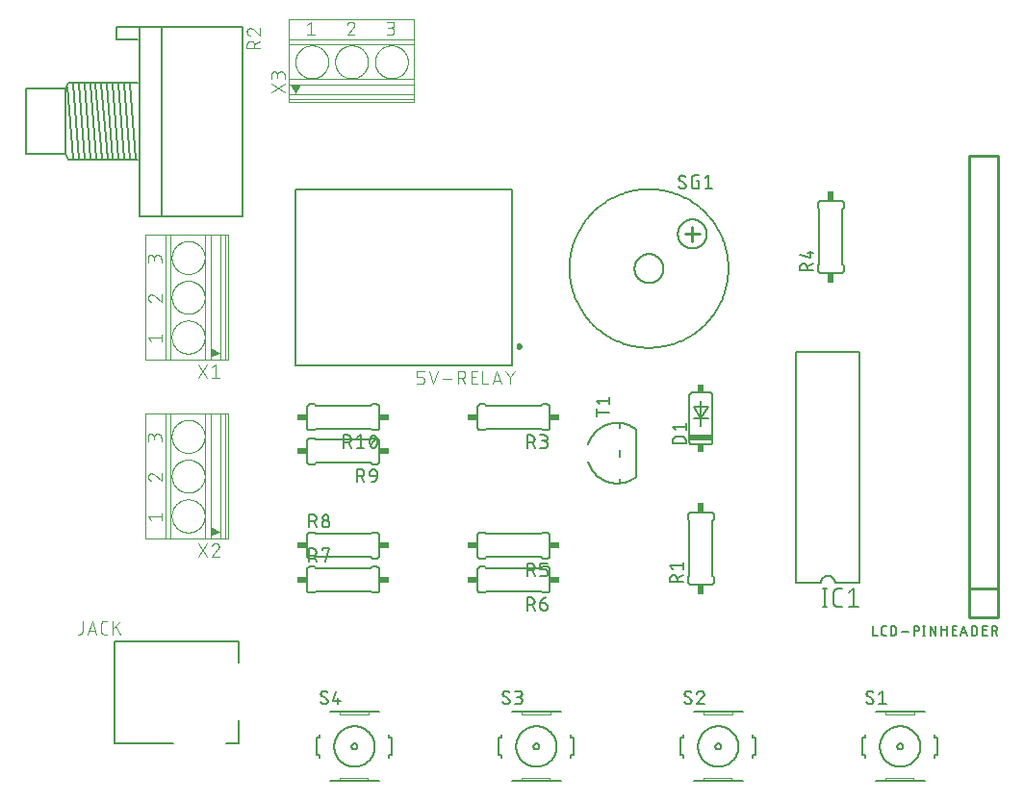
<source format=gbr>
G04 EAGLE Gerber RS-274X export*
G75*
%MOMM*%
%FSLAX34Y34*%
%LPD*%
%INSilkscreen Top*%
%IPPOS*%
%AMOC8*
5,1,8,0,0,1.08239X$1,22.5*%
G01*
%ADD10C,0.127000*%
%ADD11C,0.300000*%
%ADD12C,0.101600*%
%ADD13C,0.152400*%
%ADD14R,2.032000X0.508000*%
%ADD15R,0.508000X0.635000*%
%ADD16C,0.177800*%
%ADD17C,0.203200*%
%ADD18C,0.254000*%
%ADD19R,0.609600X0.863600*%
%ADD20R,0.863600X0.609600*%
%ADD21C,0.050800*%

G36*
X108465Y524643D02*
X108465Y524643D01*
X108499Y524640D01*
X108564Y524659D01*
X108630Y524669D01*
X108659Y524687D01*
X108691Y524696D01*
X108743Y524739D01*
X108801Y524774D01*
X108823Y524803D01*
X108847Y524823D01*
X108870Y524866D01*
X108909Y524918D01*
X112084Y531268D01*
X112089Y531290D01*
X112102Y531308D01*
X112116Y531386D01*
X112136Y531462D01*
X112133Y531484D01*
X112137Y531505D01*
X112120Y531582D01*
X112110Y531660D01*
X112098Y531679D01*
X112094Y531701D01*
X112048Y531765D01*
X112008Y531833D01*
X111990Y531846D01*
X111978Y531864D01*
X111911Y531906D01*
X111848Y531953D01*
X111826Y531959D01*
X111807Y531970D01*
X111706Y531989D01*
X111653Y532002D01*
X111642Y532000D01*
X111630Y532002D01*
X105280Y532002D01*
X105258Y531998D01*
X105236Y532000D01*
X105161Y531978D01*
X105084Y531963D01*
X105065Y531950D01*
X105044Y531944D01*
X104983Y531894D01*
X104918Y531850D01*
X104906Y531831D01*
X104888Y531818D01*
X104851Y531748D01*
X104808Y531682D01*
X104805Y531660D01*
X104794Y531641D01*
X104787Y531562D01*
X104773Y531485D01*
X104778Y531463D01*
X104776Y531441D01*
X104805Y531342D01*
X104816Y531289D01*
X104823Y531280D01*
X104826Y531268D01*
X108001Y524918D01*
X108043Y524865D01*
X108077Y524807D01*
X108104Y524787D01*
X108125Y524760D01*
X108183Y524727D01*
X108237Y524687D01*
X108270Y524679D01*
X108300Y524662D01*
X108367Y524655D01*
X108432Y524638D01*
X108465Y524643D01*
G37*
G36*
X34957Y292738D02*
X34957Y292738D01*
X34979Y292736D01*
X35078Y292765D01*
X35131Y292776D01*
X35140Y292783D01*
X35152Y292786D01*
X41502Y295961D01*
X41555Y296003D01*
X41613Y296037D01*
X41633Y296064D01*
X41660Y296085D01*
X41693Y296143D01*
X41733Y296197D01*
X41741Y296230D01*
X41758Y296260D01*
X41765Y296327D01*
X41782Y296392D01*
X41777Y296425D01*
X41780Y296459D01*
X41761Y296524D01*
X41751Y296590D01*
X41733Y296619D01*
X41724Y296651D01*
X41681Y296703D01*
X41646Y296761D01*
X41617Y296783D01*
X41598Y296807D01*
X41554Y296830D01*
X41502Y296869D01*
X35152Y300044D01*
X35130Y300049D01*
X35112Y300062D01*
X35034Y300076D01*
X34958Y300096D01*
X34936Y300093D01*
X34915Y300097D01*
X34838Y300080D01*
X34760Y300070D01*
X34741Y300058D01*
X34719Y300054D01*
X34655Y300008D01*
X34587Y299968D01*
X34574Y299950D01*
X34556Y299938D01*
X34514Y299871D01*
X34467Y299808D01*
X34461Y299786D01*
X34450Y299767D01*
X34431Y299666D01*
X34418Y299613D01*
X34420Y299602D01*
X34418Y299590D01*
X34418Y293240D01*
X34422Y293218D01*
X34420Y293196D01*
X34442Y293121D01*
X34457Y293044D01*
X34470Y293025D01*
X34476Y293004D01*
X34526Y292943D01*
X34570Y292878D01*
X34589Y292866D01*
X34603Y292848D01*
X34672Y292811D01*
X34738Y292768D01*
X34760Y292765D01*
X34779Y292754D01*
X34858Y292747D01*
X34935Y292733D01*
X34957Y292738D01*
G37*
G36*
X34957Y135258D02*
X34957Y135258D01*
X34979Y135256D01*
X35078Y135285D01*
X35131Y135296D01*
X35140Y135303D01*
X35152Y135306D01*
X41502Y138481D01*
X41555Y138523D01*
X41613Y138557D01*
X41633Y138584D01*
X41660Y138605D01*
X41693Y138663D01*
X41733Y138717D01*
X41741Y138750D01*
X41758Y138780D01*
X41765Y138847D01*
X41782Y138912D01*
X41777Y138945D01*
X41780Y138979D01*
X41761Y139044D01*
X41751Y139110D01*
X41733Y139139D01*
X41724Y139171D01*
X41681Y139223D01*
X41646Y139281D01*
X41617Y139303D01*
X41598Y139327D01*
X41554Y139350D01*
X41502Y139389D01*
X35152Y142564D01*
X35130Y142569D01*
X35112Y142582D01*
X35034Y142596D01*
X34958Y142616D01*
X34936Y142613D01*
X34915Y142617D01*
X34838Y142600D01*
X34760Y142590D01*
X34741Y142578D01*
X34719Y142574D01*
X34655Y142528D01*
X34587Y142488D01*
X34574Y142470D01*
X34556Y142458D01*
X34514Y142391D01*
X34467Y142328D01*
X34461Y142306D01*
X34450Y142287D01*
X34431Y142186D01*
X34418Y142133D01*
X34420Y142122D01*
X34418Y142110D01*
X34418Y135760D01*
X34422Y135738D01*
X34420Y135716D01*
X34442Y135641D01*
X34457Y135564D01*
X34470Y135545D01*
X34476Y135524D01*
X34526Y135463D01*
X34570Y135398D01*
X34589Y135386D01*
X34603Y135368D01*
X34672Y135331D01*
X34738Y135288D01*
X34760Y135285D01*
X34779Y135274D01*
X34858Y135267D01*
X34935Y135253D01*
X34957Y135258D01*
G37*
D10*
X298700Y440720D02*
X298700Y285720D01*
X107700Y285720D01*
X107700Y440720D01*
X298700Y440720D01*
D11*
X304200Y302030D02*
X304202Y302093D01*
X304208Y302155D01*
X304218Y302217D01*
X304231Y302279D01*
X304249Y302339D01*
X304270Y302398D01*
X304295Y302456D01*
X304324Y302512D01*
X304356Y302566D01*
X304391Y302618D01*
X304429Y302667D01*
X304471Y302715D01*
X304515Y302759D01*
X304563Y302801D01*
X304612Y302839D01*
X304664Y302874D01*
X304718Y302906D01*
X304774Y302935D01*
X304832Y302960D01*
X304891Y302981D01*
X304951Y302999D01*
X305013Y303012D01*
X305075Y303022D01*
X305137Y303028D01*
X305200Y303030D01*
X305263Y303028D01*
X305325Y303022D01*
X305387Y303012D01*
X305449Y302999D01*
X305509Y302981D01*
X305568Y302960D01*
X305626Y302935D01*
X305682Y302906D01*
X305736Y302874D01*
X305788Y302839D01*
X305837Y302801D01*
X305885Y302759D01*
X305929Y302715D01*
X305971Y302667D01*
X306009Y302618D01*
X306044Y302566D01*
X306076Y302512D01*
X306105Y302456D01*
X306130Y302398D01*
X306151Y302339D01*
X306169Y302279D01*
X306182Y302217D01*
X306192Y302155D01*
X306198Y302093D01*
X306200Y302030D01*
X306198Y301967D01*
X306192Y301905D01*
X306182Y301843D01*
X306169Y301781D01*
X306151Y301721D01*
X306130Y301662D01*
X306105Y301604D01*
X306076Y301548D01*
X306044Y301494D01*
X306009Y301442D01*
X305971Y301393D01*
X305929Y301345D01*
X305885Y301301D01*
X305837Y301259D01*
X305788Y301221D01*
X305736Y301186D01*
X305682Y301154D01*
X305626Y301125D01*
X305568Y301100D01*
X305509Y301079D01*
X305449Y301061D01*
X305387Y301048D01*
X305325Y301038D01*
X305263Y301032D01*
X305200Y301030D01*
X305137Y301032D01*
X305075Y301038D01*
X305013Y301048D01*
X304951Y301061D01*
X304891Y301079D01*
X304832Y301100D01*
X304774Y301125D01*
X304718Y301154D01*
X304664Y301186D01*
X304612Y301221D01*
X304563Y301259D01*
X304515Y301301D01*
X304471Y301345D01*
X304429Y301393D01*
X304391Y301442D01*
X304356Y301494D01*
X304324Y301548D01*
X304295Y301604D01*
X304270Y301662D01*
X304249Y301721D01*
X304231Y301781D01*
X304218Y301843D01*
X304208Y301905D01*
X304202Y301967D01*
X304200Y302030D01*
D12*
X218581Y269019D02*
X214686Y269019D01*
X218581Y269019D02*
X218680Y269021D01*
X218780Y269027D01*
X218879Y269036D01*
X218977Y269049D01*
X219075Y269067D01*
X219173Y269087D01*
X219269Y269112D01*
X219365Y269140D01*
X219459Y269172D01*
X219552Y269207D01*
X219643Y269246D01*
X219733Y269289D01*
X219822Y269335D01*
X219908Y269384D01*
X219993Y269436D01*
X220075Y269492D01*
X220155Y269551D01*
X220233Y269612D01*
X220309Y269677D01*
X220382Y269745D01*
X220452Y269815D01*
X220520Y269888D01*
X220585Y269964D01*
X220646Y270042D01*
X220705Y270122D01*
X220761Y270204D01*
X220813Y270289D01*
X220862Y270375D01*
X220908Y270464D01*
X220951Y270554D01*
X220990Y270645D01*
X221025Y270738D01*
X221057Y270832D01*
X221085Y270928D01*
X221110Y271024D01*
X221130Y271122D01*
X221148Y271220D01*
X221161Y271318D01*
X221170Y271417D01*
X221176Y271517D01*
X221178Y271616D01*
X221178Y272914D01*
X221176Y273013D01*
X221170Y273113D01*
X221161Y273212D01*
X221148Y273310D01*
X221130Y273408D01*
X221110Y273506D01*
X221085Y273602D01*
X221057Y273698D01*
X221025Y273792D01*
X220990Y273885D01*
X220951Y273976D01*
X220908Y274066D01*
X220862Y274155D01*
X220813Y274241D01*
X220761Y274326D01*
X220705Y274408D01*
X220646Y274488D01*
X220585Y274566D01*
X220520Y274642D01*
X220452Y274715D01*
X220382Y274785D01*
X220309Y274853D01*
X220233Y274918D01*
X220155Y274979D01*
X220075Y275038D01*
X219993Y275094D01*
X219908Y275146D01*
X219822Y275195D01*
X219733Y275241D01*
X219643Y275284D01*
X219552Y275323D01*
X219459Y275358D01*
X219365Y275390D01*
X219269Y275418D01*
X219173Y275443D01*
X219075Y275463D01*
X218977Y275481D01*
X218879Y275494D01*
X218780Y275503D01*
X218680Y275509D01*
X218581Y275511D01*
X214686Y275511D01*
X214686Y280704D01*
X221178Y280704D01*
X225468Y280704D02*
X229363Y269019D01*
X233258Y280704D01*
X237661Y273563D02*
X245451Y273563D01*
X250958Y269019D02*
X250958Y280704D01*
X254204Y280704D01*
X254317Y280702D01*
X254430Y280696D01*
X254543Y280686D01*
X254656Y280672D01*
X254768Y280655D01*
X254879Y280633D01*
X254989Y280608D01*
X255099Y280578D01*
X255207Y280545D01*
X255314Y280508D01*
X255420Y280468D01*
X255524Y280423D01*
X255627Y280375D01*
X255728Y280324D01*
X255827Y280269D01*
X255924Y280211D01*
X256019Y280149D01*
X256112Y280084D01*
X256202Y280016D01*
X256290Y279945D01*
X256376Y279870D01*
X256459Y279793D01*
X256539Y279713D01*
X256616Y279630D01*
X256691Y279544D01*
X256762Y279456D01*
X256830Y279366D01*
X256895Y279273D01*
X256957Y279178D01*
X257015Y279081D01*
X257070Y278982D01*
X257121Y278881D01*
X257169Y278778D01*
X257214Y278674D01*
X257254Y278568D01*
X257291Y278461D01*
X257324Y278353D01*
X257354Y278243D01*
X257379Y278133D01*
X257401Y278022D01*
X257418Y277910D01*
X257432Y277797D01*
X257442Y277684D01*
X257448Y277571D01*
X257450Y277458D01*
X257448Y277345D01*
X257442Y277232D01*
X257432Y277119D01*
X257418Y277006D01*
X257401Y276894D01*
X257379Y276783D01*
X257354Y276673D01*
X257324Y276563D01*
X257291Y276455D01*
X257254Y276348D01*
X257214Y276242D01*
X257169Y276138D01*
X257121Y276035D01*
X257070Y275934D01*
X257015Y275835D01*
X256957Y275738D01*
X256895Y275643D01*
X256830Y275550D01*
X256762Y275460D01*
X256691Y275372D01*
X256616Y275286D01*
X256539Y275203D01*
X256459Y275123D01*
X256376Y275046D01*
X256290Y274971D01*
X256202Y274900D01*
X256112Y274832D01*
X256019Y274767D01*
X255924Y274705D01*
X255827Y274647D01*
X255728Y274592D01*
X255627Y274541D01*
X255524Y274493D01*
X255420Y274448D01*
X255314Y274408D01*
X255207Y274371D01*
X255099Y274338D01*
X254989Y274308D01*
X254879Y274283D01*
X254768Y274261D01*
X254656Y274244D01*
X254543Y274230D01*
X254430Y274220D01*
X254317Y274214D01*
X254204Y274212D01*
X250958Y274212D01*
X254853Y274212D02*
X257450Y269019D01*
X262719Y269019D02*
X267913Y269019D01*
X262719Y269019D02*
X262719Y280704D01*
X267913Y280704D01*
X266614Y275511D02*
X262719Y275511D01*
X272626Y280704D02*
X272626Y269019D01*
X277819Y269019D01*
X281480Y269019D02*
X285375Y280704D01*
X289270Y269019D01*
X288296Y271940D02*
X282454Y271940D01*
X292911Y280704D02*
X296806Y275186D01*
X300701Y280704D01*
X296806Y275186D02*
X296806Y269019D01*
D13*
X464820Y238760D02*
X464820Y232410D01*
X458470Y248920D02*
X471170Y248920D01*
X464820Y238760D01*
X464820Y254000D01*
X458470Y248920D02*
X464820Y238760D01*
X458470Y238760D01*
X464820Y238760D02*
X471170Y238760D01*
X454660Y259080D02*
X454662Y259180D01*
X454668Y259279D01*
X454678Y259379D01*
X454691Y259477D01*
X454709Y259576D01*
X454730Y259673D01*
X454755Y259769D01*
X454784Y259865D01*
X454817Y259959D01*
X454853Y260052D01*
X454893Y260143D01*
X454937Y260233D01*
X454984Y260321D01*
X455034Y260407D01*
X455088Y260491D01*
X455145Y260573D01*
X455205Y260652D01*
X455269Y260730D01*
X455335Y260804D01*
X455404Y260876D01*
X455476Y260945D01*
X455550Y261011D01*
X455628Y261075D01*
X455707Y261135D01*
X455789Y261192D01*
X455873Y261246D01*
X455959Y261296D01*
X456047Y261343D01*
X456137Y261387D01*
X456228Y261427D01*
X456321Y261463D01*
X456415Y261496D01*
X456511Y261525D01*
X456607Y261550D01*
X456704Y261571D01*
X456803Y261589D01*
X456901Y261602D01*
X457001Y261612D01*
X457100Y261618D01*
X457200Y261620D01*
X472440Y261620D01*
X472540Y261618D01*
X472639Y261612D01*
X472739Y261602D01*
X472837Y261589D01*
X472936Y261571D01*
X473033Y261550D01*
X473129Y261525D01*
X473225Y261496D01*
X473319Y261463D01*
X473412Y261427D01*
X473503Y261387D01*
X473593Y261343D01*
X473681Y261296D01*
X473767Y261246D01*
X473851Y261192D01*
X473933Y261135D01*
X474012Y261075D01*
X474090Y261011D01*
X474164Y260945D01*
X474236Y260876D01*
X474305Y260804D01*
X474371Y260730D01*
X474435Y260652D01*
X474495Y260573D01*
X474552Y260491D01*
X474606Y260407D01*
X474656Y260321D01*
X474703Y260233D01*
X474747Y260143D01*
X474787Y260052D01*
X474823Y259959D01*
X474856Y259865D01*
X474885Y259769D01*
X474910Y259673D01*
X474931Y259576D01*
X474949Y259477D01*
X474962Y259379D01*
X474972Y259279D01*
X474978Y259180D01*
X474980Y259080D01*
X454660Y218440D02*
X454662Y218340D01*
X454668Y218241D01*
X454678Y218141D01*
X454691Y218043D01*
X454709Y217944D01*
X454730Y217847D01*
X454755Y217751D01*
X454784Y217655D01*
X454817Y217561D01*
X454853Y217468D01*
X454893Y217377D01*
X454937Y217287D01*
X454984Y217199D01*
X455034Y217113D01*
X455088Y217029D01*
X455145Y216947D01*
X455205Y216868D01*
X455269Y216790D01*
X455335Y216716D01*
X455404Y216644D01*
X455476Y216575D01*
X455550Y216509D01*
X455628Y216445D01*
X455707Y216385D01*
X455789Y216328D01*
X455873Y216274D01*
X455959Y216224D01*
X456047Y216177D01*
X456137Y216133D01*
X456228Y216093D01*
X456321Y216057D01*
X456415Y216024D01*
X456511Y215995D01*
X456607Y215970D01*
X456704Y215949D01*
X456803Y215931D01*
X456901Y215918D01*
X457001Y215908D01*
X457100Y215902D01*
X457200Y215900D01*
X472440Y215900D02*
X472540Y215902D01*
X472639Y215908D01*
X472739Y215918D01*
X472837Y215931D01*
X472936Y215949D01*
X473033Y215970D01*
X473129Y215995D01*
X473225Y216024D01*
X473319Y216057D01*
X473412Y216093D01*
X473503Y216133D01*
X473593Y216177D01*
X473681Y216224D01*
X473767Y216274D01*
X473851Y216328D01*
X473933Y216385D01*
X474012Y216445D01*
X474090Y216509D01*
X474164Y216575D01*
X474236Y216644D01*
X474305Y216716D01*
X474371Y216790D01*
X474435Y216868D01*
X474495Y216947D01*
X474552Y217029D01*
X474606Y217113D01*
X474656Y217199D01*
X474703Y217287D01*
X474747Y217377D01*
X474787Y217468D01*
X474823Y217561D01*
X474856Y217655D01*
X474885Y217751D01*
X474910Y217847D01*
X474931Y217944D01*
X474949Y218043D01*
X474962Y218141D01*
X474972Y218241D01*
X474978Y218340D01*
X474980Y218440D01*
X474980Y259080D01*
X472440Y215900D02*
X457200Y215900D01*
X454660Y218440D02*
X454660Y259080D01*
D14*
X464820Y222250D03*
D15*
X464820Y264795D03*
X464820Y212725D03*
D10*
X451485Y216535D02*
X440055Y216535D01*
X440055Y219710D01*
X440057Y219821D01*
X440063Y219931D01*
X440072Y220042D01*
X440086Y220152D01*
X440103Y220261D01*
X440124Y220370D01*
X440149Y220478D01*
X440178Y220585D01*
X440210Y220691D01*
X440246Y220796D01*
X440286Y220899D01*
X440329Y221001D01*
X440376Y221102D01*
X440427Y221201D01*
X440480Y221298D01*
X440537Y221392D01*
X440598Y221485D01*
X440661Y221576D01*
X440728Y221665D01*
X440798Y221751D01*
X440871Y221834D01*
X440946Y221916D01*
X441024Y221994D01*
X441106Y222069D01*
X441189Y222142D01*
X441275Y222212D01*
X441364Y222279D01*
X441455Y222342D01*
X441548Y222403D01*
X441643Y222460D01*
X441739Y222513D01*
X441838Y222564D01*
X441939Y222611D01*
X442041Y222654D01*
X442144Y222694D01*
X442249Y222730D01*
X442355Y222762D01*
X442462Y222791D01*
X442570Y222816D01*
X442679Y222837D01*
X442788Y222854D01*
X442898Y222868D01*
X443009Y222877D01*
X443119Y222883D01*
X443230Y222885D01*
X448310Y222885D01*
X448421Y222883D01*
X448531Y222877D01*
X448642Y222868D01*
X448752Y222854D01*
X448861Y222837D01*
X448970Y222816D01*
X449078Y222791D01*
X449185Y222762D01*
X449291Y222730D01*
X449396Y222694D01*
X449499Y222654D01*
X449601Y222611D01*
X449702Y222564D01*
X449801Y222513D01*
X449898Y222460D01*
X449992Y222403D01*
X450085Y222342D01*
X450176Y222279D01*
X450265Y222212D01*
X450351Y222142D01*
X450434Y222069D01*
X450516Y221994D01*
X450594Y221916D01*
X450669Y221834D01*
X450742Y221751D01*
X450812Y221665D01*
X450879Y221576D01*
X450942Y221485D01*
X451003Y221392D01*
X451060Y221298D01*
X451113Y221201D01*
X451164Y221102D01*
X451211Y221001D01*
X451254Y220899D01*
X451294Y220796D01*
X451330Y220691D01*
X451362Y220585D01*
X451391Y220478D01*
X451416Y220370D01*
X451437Y220261D01*
X451454Y220152D01*
X451468Y220042D01*
X451477Y219931D01*
X451483Y219821D01*
X451485Y219710D01*
X451485Y216535D01*
X442595Y228346D02*
X440055Y231521D01*
X451485Y231521D01*
X451485Y228346D02*
X451485Y234696D01*
D13*
X582930Y93980D02*
X604520Y93980D01*
X582930Y93980D02*
X582928Y94138D01*
X582922Y94297D01*
X582912Y94455D01*
X582898Y94612D01*
X582881Y94770D01*
X582859Y94926D01*
X582834Y95083D01*
X582804Y95238D01*
X582771Y95393D01*
X582734Y95547D01*
X582693Y95700D01*
X582648Y95852D01*
X582599Y96002D01*
X582547Y96152D01*
X582491Y96300D01*
X582431Y96447D01*
X582368Y96592D01*
X582301Y96735D01*
X582231Y96877D01*
X582157Y97017D01*
X582079Y97155D01*
X581998Y97291D01*
X581914Y97425D01*
X581827Y97557D01*
X581736Y97687D01*
X581642Y97814D01*
X581545Y97939D01*
X581444Y98062D01*
X581341Y98182D01*
X581235Y98299D01*
X581126Y98414D01*
X581014Y98526D01*
X580899Y98635D01*
X580782Y98741D01*
X580662Y98844D01*
X580539Y98945D01*
X580414Y99042D01*
X580287Y99136D01*
X580157Y99227D01*
X580025Y99314D01*
X579891Y99398D01*
X579755Y99479D01*
X579617Y99557D01*
X579477Y99631D01*
X579335Y99701D01*
X579192Y99768D01*
X579047Y99831D01*
X578900Y99891D01*
X578752Y99947D01*
X578602Y99999D01*
X578452Y100048D01*
X578300Y100093D01*
X578147Y100134D01*
X577993Y100171D01*
X577838Y100204D01*
X577683Y100234D01*
X577526Y100259D01*
X577370Y100281D01*
X577212Y100298D01*
X577055Y100312D01*
X576897Y100322D01*
X576738Y100328D01*
X576580Y100330D01*
X576422Y100328D01*
X576263Y100322D01*
X576105Y100312D01*
X575948Y100298D01*
X575790Y100281D01*
X575634Y100259D01*
X575477Y100234D01*
X575322Y100204D01*
X575167Y100171D01*
X575013Y100134D01*
X574860Y100093D01*
X574708Y100048D01*
X574558Y99999D01*
X574408Y99947D01*
X574260Y99891D01*
X574113Y99831D01*
X573968Y99768D01*
X573825Y99701D01*
X573683Y99631D01*
X573543Y99557D01*
X573405Y99479D01*
X573269Y99398D01*
X573135Y99314D01*
X573003Y99227D01*
X572873Y99136D01*
X572746Y99042D01*
X572621Y98945D01*
X572498Y98844D01*
X572378Y98741D01*
X572261Y98635D01*
X572146Y98526D01*
X572034Y98414D01*
X571925Y98299D01*
X571819Y98182D01*
X571716Y98062D01*
X571615Y97939D01*
X571518Y97814D01*
X571424Y97687D01*
X571333Y97557D01*
X571246Y97425D01*
X571162Y97291D01*
X571081Y97155D01*
X571003Y97017D01*
X570929Y96877D01*
X570859Y96735D01*
X570792Y96592D01*
X570729Y96447D01*
X570669Y96300D01*
X570613Y96152D01*
X570561Y96002D01*
X570512Y95852D01*
X570467Y95700D01*
X570426Y95547D01*
X570389Y95393D01*
X570356Y95238D01*
X570326Y95083D01*
X570301Y94926D01*
X570279Y94770D01*
X570262Y94612D01*
X570248Y94455D01*
X570238Y94297D01*
X570232Y94138D01*
X570230Y93980D01*
X604520Y93980D02*
X604520Y297180D01*
X548640Y297180D01*
X548640Y93980D01*
X570230Y93980D01*
D16*
X573655Y89027D02*
X573655Y73025D01*
X571877Y73025D02*
X575433Y73025D01*
X575433Y89027D02*
X571877Y89027D01*
X585227Y73025D02*
X588783Y73025D01*
X585227Y73025D02*
X585111Y73027D01*
X584994Y73033D01*
X584878Y73042D01*
X584763Y73055D01*
X584648Y73072D01*
X584533Y73093D01*
X584420Y73118D01*
X584307Y73146D01*
X584195Y73178D01*
X584084Y73214D01*
X583974Y73253D01*
X583866Y73296D01*
X583759Y73342D01*
X583654Y73392D01*
X583551Y73445D01*
X583449Y73501D01*
X583349Y73561D01*
X583251Y73624D01*
X583156Y73691D01*
X583062Y73760D01*
X582971Y73832D01*
X582882Y73907D01*
X582796Y73986D01*
X582713Y74067D01*
X582632Y74150D01*
X582553Y74236D01*
X582478Y74325D01*
X582406Y74416D01*
X582337Y74510D01*
X582270Y74605D01*
X582207Y74703D01*
X582147Y74803D01*
X582091Y74905D01*
X582038Y75008D01*
X581988Y75113D01*
X581942Y75220D01*
X581899Y75328D01*
X581860Y75438D01*
X581824Y75549D01*
X581792Y75661D01*
X581764Y75774D01*
X581739Y75887D01*
X581718Y76002D01*
X581701Y76117D01*
X581688Y76232D01*
X581679Y76348D01*
X581673Y76465D01*
X581671Y76581D01*
X581671Y85471D01*
X581673Y85587D01*
X581679Y85704D01*
X581688Y85820D01*
X581701Y85935D01*
X581718Y86050D01*
X581739Y86165D01*
X581764Y86278D01*
X581792Y86391D01*
X581824Y86503D01*
X581860Y86614D01*
X581899Y86724D01*
X581942Y86832D01*
X581988Y86939D01*
X582038Y87044D01*
X582091Y87147D01*
X582147Y87249D01*
X582207Y87349D01*
X582270Y87447D01*
X582337Y87542D01*
X582406Y87636D01*
X582478Y87727D01*
X582553Y87816D01*
X582632Y87902D01*
X582713Y87985D01*
X582796Y88066D01*
X582882Y88145D01*
X582971Y88220D01*
X583062Y88292D01*
X583156Y88361D01*
X583251Y88428D01*
X583349Y88491D01*
X583449Y88551D01*
X583551Y88607D01*
X583654Y88660D01*
X583759Y88710D01*
X583866Y88756D01*
X583974Y88799D01*
X584084Y88838D01*
X584195Y88874D01*
X584307Y88906D01*
X584420Y88934D01*
X584533Y88959D01*
X584648Y88980D01*
X584763Y88997D01*
X584878Y89010D01*
X584994Y89019D01*
X585111Y89025D01*
X585227Y89027D01*
X588783Y89027D01*
X594741Y85471D02*
X599186Y89027D01*
X599186Y73025D01*
X594741Y73025D02*
X603631Y73025D01*
D17*
X58180Y-26540D02*
X58180Y-47540D01*
X180Y-47540D02*
X-50820Y-47540D01*
X47180Y-47540D02*
X58180Y-47540D01*
X58180Y42460D02*
X-50820Y42460D01*
X58180Y42460D02*
X58180Y23460D01*
X-50820Y42460D02*
X-50820Y-47540D01*
D12*
X-79417Y51364D02*
X-79417Y60452D01*
X-79418Y51364D02*
X-79420Y51265D01*
X-79426Y51165D01*
X-79435Y51066D01*
X-79448Y50968D01*
X-79465Y50870D01*
X-79486Y50772D01*
X-79511Y50676D01*
X-79539Y50581D01*
X-79571Y50487D01*
X-79606Y50394D01*
X-79645Y50302D01*
X-79688Y50212D01*
X-79733Y50124D01*
X-79783Y50037D01*
X-79835Y49953D01*
X-79891Y49870D01*
X-79949Y49790D01*
X-80011Y49712D01*
X-80076Y49637D01*
X-80144Y49564D01*
X-80214Y49494D01*
X-80287Y49426D01*
X-80362Y49361D01*
X-80440Y49299D01*
X-80520Y49241D01*
X-80603Y49185D01*
X-80687Y49133D01*
X-80774Y49083D01*
X-80862Y49038D01*
X-80952Y48995D01*
X-81044Y48956D01*
X-81137Y48921D01*
X-81231Y48889D01*
X-81326Y48861D01*
X-81422Y48836D01*
X-81520Y48815D01*
X-81618Y48798D01*
X-81716Y48785D01*
X-81815Y48776D01*
X-81915Y48770D01*
X-82014Y48768D01*
X-83312Y48768D01*
X-74793Y48768D02*
X-70898Y60452D01*
X-67004Y48768D01*
X-67977Y51689D02*
X-73819Y51689D01*
X-60151Y48768D02*
X-57554Y48768D01*
X-60151Y48768D02*
X-60250Y48770D01*
X-60350Y48776D01*
X-60449Y48785D01*
X-60547Y48798D01*
X-60645Y48815D01*
X-60743Y48836D01*
X-60839Y48861D01*
X-60934Y48889D01*
X-61028Y48921D01*
X-61121Y48956D01*
X-61213Y48995D01*
X-61303Y49038D01*
X-61391Y49083D01*
X-61478Y49133D01*
X-61562Y49185D01*
X-61645Y49241D01*
X-61725Y49299D01*
X-61803Y49361D01*
X-61878Y49426D01*
X-61951Y49494D01*
X-62021Y49564D01*
X-62089Y49637D01*
X-62154Y49712D01*
X-62216Y49790D01*
X-62274Y49870D01*
X-62330Y49953D01*
X-62382Y50037D01*
X-62432Y50124D01*
X-62477Y50212D01*
X-62520Y50302D01*
X-62559Y50394D01*
X-62594Y50487D01*
X-62626Y50581D01*
X-62654Y50676D01*
X-62679Y50772D01*
X-62700Y50870D01*
X-62717Y50968D01*
X-62730Y51066D01*
X-62739Y51165D01*
X-62745Y51265D01*
X-62747Y51364D01*
X-62747Y57856D01*
X-62745Y57955D01*
X-62739Y58055D01*
X-62730Y58154D01*
X-62717Y58252D01*
X-62700Y58350D01*
X-62679Y58448D01*
X-62654Y58544D01*
X-62626Y58639D01*
X-62594Y58733D01*
X-62559Y58826D01*
X-62520Y58918D01*
X-62477Y59008D01*
X-62432Y59096D01*
X-62382Y59183D01*
X-62330Y59267D01*
X-62274Y59350D01*
X-62216Y59430D01*
X-62154Y59508D01*
X-62089Y59583D01*
X-62021Y59656D01*
X-61951Y59726D01*
X-61878Y59794D01*
X-61803Y59859D01*
X-61725Y59921D01*
X-61645Y59979D01*
X-61562Y60035D01*
X-61478Y60087D01*
X-61391Y60137D01*
X-61303Y60182D01*
X-61213Y60225D01*
X-61121Y60264D01*
X-61028Y60299D01*
X-60934Y60331D01*
X-60839Y60359D01*
X-60743Y60384D01*
X-60645Y60405D01*
X-60547Y60422D01*
X-60449Y60435D01*
X-60350Y60444D01*
X-60250Y60450D01*
X-60151Y60452D01*
X-57554Y60452D01*
X-52639Y60452D02*
X-52639Y48768D01*
X-52639Y53312D02*
X-46148Y60452D01*
X-50042Y55908D02*
X-46148Y48768D01*
D18*
X701040Y469900D02*
X726440Y469900D01*
X701040Y469900D02*
X701040Y88900D01*
X701040Y63500D01*
X726440Y63500D01*
X726440Y88900D01*
X726440Y469900D01*
X726440Y88900D02*
X701040Y88900D01*
D16*
X616283Y56261D02*
X616283Y47879D01*
X620009Y47879D01*
X625695Y47879D02*
X627557Y47879D01*
X625695Y47879D02*
X625611Y47881D01*
X625528Y47886D01*
X625445Y47896D01*
X625362Y47909D01*
X625280Y47926D01*
X625199Y47946D01*
X625119Y47970D01*
X625040Y47998D01*
X624963Y48029D01*
X624887Y48063D01*
X624812Y48101D01*
X624739Y48143D01*
X624669Y48187D01*
X624600Y48235D01*
X624533Y48285D01*
X624469Y48339D01*
X624408Y48395D01*
X624348Y48455D01*
X624292Y48516D01*
X624238Y48580D01*
X624188Y48647D01*
X624140Y48716D01*
X624096Y48786D01*
X624054Y48859D01*
X624016Y48934D01*
X623982Y49010D01*
X623951Y49087D01*
X623923Y49166D01*
X623899Y49246D01*
X623879Y49327D01*
X623862Y49409D01*
X623849Y49492D01*
X623839Y49575D01*
X623834Y49658D01*
X623832Y49742D01*
X623832Y54398D01*
X623834Y54484D01*
X623840Y54570D01*
X623850Y54655D01*
X623864Y54740D01*
X623881Y54825D01*
X623903Y54908D01*
X623929Y54990D01*
X623958Y55071D01*
X623991Y55150D01*
X624027Y55228D01*
X624067Y55305D01*
X624111Y55379D01*
X624158Y55451D01*
X624208Y55521D01*
X624262Y55588D01*
X624318Y55653D01*
X624378Y55715D01*
X624440Y55775D01*
X624505Y55831D01*
X624572Y55885D01*
X624642Y55935D01*
X624714Y55982D01*
X624788Y56026D01*
X624865Y56066D01*
X624942Y56102D01*
X625022Y56135D01*
X625103Y56164D01*
X625185Y56190D01*
X625268Y56212D01*
X625353Y56229D01*
X625438Y56243D01*
X625523Y56253D01*
X625609Y56259D01*
X625695Y56261D01*
X627557Y56261D01*
X631799Y56261D02*
X631799Y47879D01*
X631799Y56261D02*
X634128Y56261D01*
X634222Y56259D01*
X634315Y56253D01*
X634409Y56244D01*
X634501Y56231D01*
X634594Y56214D01*
X634685Y56193D01*
X634776Y56169D01*
X634865Y56141D01*
X634954Y56110D01*
X635040Y56075D01*
X635126Y56036D01*
X635210Y55994D01*
X635292Y55949D01*
X635372Y55901D01*
X635450Y55849D01*
X635527Y55794D01*
X635600Y55736D01*
X635672Y55676D01*
X635741Y55612D01*
X635807Y55546D01*
X635871Y55477D01*
X635931Y55405D01*
X635989Y55332D01*
X636044Y55255D01*
X636096Y55177D01*
X636144Y55097D01*
X636189Y55015D01*
X636231Y54931D01*
X636270Y54845D01*
X636305Y54759D01*
X636336Y54670D01*
X636364Y54581D01*
X636388Y54490D01*
X636409Y54399D01*
X636426Y54306D01*
X636439Y54214D01*
X636448Y54120D01*
X636454Y54027D01*
X636456Y53933D01*
X636456Y50207D01*
X636454Y50113D01*
X636448Y50020D01*
X636439Y49926D01*
X636426Y49834D01*
X636409Y49741D01*
X636388Y49650D01*
X636364Y49559D01*
X636336Y49470D01*
X636305Y49381D01*
X636270Y49295D01*
X636231Y49209D01*
X636189Y49125D01*
X636144Y49043D01*
X636096Y48963D01*
X636044Y48885D01*
X635989Y48808D01*
X635931Y48735D01*
X635871Y48663D01*
X635807Y48594D01*
X635741Y48528D01*
X635672Y48464D01*
X635600Y48404D01*
X635527Y48346D01*
X635450Y48291D01*
X635372Y48239D01*
X635292Y48191D01*
X635210Y48146D01*
X635126Y48104D01*
X635040Y48065D01*
X634954Y48030D01*
X634865Y47999D01*
X634776Y47971D01*
X634685Y47947D01*
X634594Y47926D01*
X634501Y47909D01*
X634409Y47896D01*
X634315Y47887D01*
X634222Y47881D01*
X634128Y47879D01*
X631799Y47879D01*
X641392Y51139D02*
X646980Y51139D01*
X652132Y47879D02*
X652132Y56261D01*
X654460Y56261D01*
X654555Y56259D01*
X654650Y56253D01*
X654744Y56244D01*
X654838Y56230D01*
X654932Y56213D01*
X655024Y56192D01*
X655116Y56167D01*
X655206Y56138D01*
X655296Y56106D01*
X655384Y56070D01*
X655470Y56030D01*
X655555Y55988D01*
X655638Y55941D01*
X655719Y55891D01*
X655797Y55838D01*
X655874Y55782D01*
X655948Y55723D01*
X656020Y55661D01*
X656089Y55596D01*
X656156Y55528D01*
X656219Y55458D01*
X656280Y55384D01*
X656338Y55309D01*
X656392Y55231D01*
X656444Y55151D01*
X656492Y55069D01*
X656536Y54986D01*
X656578Y54900D01*
X656615Y54813D01*
X656649Y54724D01*
X656680Y54634D01*
X656707Y54543D01*
X656730Y54451D01*
X656749Y54358D01*
X656764Y54264D01*
X656776Y54170D01*
X656784Y54075D01*
X656788Y53980D01*
X656788Y53886D01*
X656784Y53791D01*
X656776Y53696D01*
X656764Y53602D01*
X656749Y53508D01*
X656730Y53415D01*
X656707Y53323D01*
X656680Y53232D01*
X656649Y53142D01*
X656615Y53053D01*
X656578Y52966D01*
X656536Y52880D01*
X656492Y52797D01*
X656444Y52715D01*
X656392Y52635D01*
X656338Y52557D01*
X656280Y52482D01*
X656219Y52408D01*
X656156Y52338D01*
X656089Y52270D01*
X656020Y52205D01*
X655948Y52143D01*
X655874Y52084D01*
X655797Y52028D01*
X655719Y51975D01*
X655638Y51925D01*
X655555Y51878D01*
X655470Y51836D01*
X655384Y51796D01*
X655296Y51760D01*
X655206Y51728D01*
X655116Y51699D01*
X655024Y51674D01*
X654932Y51653D01*
X654838Y51636D01*
X654744Y51622D01*
X654650Y51613D01*
X654555Y51607D01*
X654460Y51605D01*
X654460Y51604D02*
X652132Y51604D01*
X661255Y47879D02*
X661255Y56261D01*
X660323Y47879D02*
X662186Y47879D01*
X662186Y56261D02*
X660323Y56261D01*
X666546Y56261D02*
X666546Y47879D01*
X671203Y47879D02*
X666546Y56261D01*
X671203Y56261D02*
X671203Y47879D01*
X676300Y47879D02*
X676300Y56261D01*
X676300Y52536D02*
X680957Y52536D01*
X680957Y56261D02*
X680957Y47879D01*
X686082Y47879D02*
X689808Y47879D01*
X686082Y47879D02*
X686082Y56261D01*
X689808Y56261D01*
X688876Y52536D02*
X686082Y52536D01*
X693208Y47879D02*
X696002Y56261D01*
X698796Y47879D01*
X698097Y49975D02*
X693906Y49975D01*
X703122Y47879D02*
X703122Y56261D01*
X705450Y56261D01*
X705544Y56259D01*
X705637Y56253D01*
X705731Y56244D01*
X705823Y56231D01*
X705916Y56214D01*
X706007Y56193D01*
X706098Y56169D01*
X706187Y56141D01*
X706276Y56110D01*
X706362Y56075D01*
X706448Y56036D01*
X706532Y55994D01*
X706614Y55949D01*
X706694Y55901D01*
X706772Y55849D01*
X706849Y55794D01*
X706922Y55736D01*
X706994Y55676D01*
X707063Y55612D01*
X707129Y55546D01*
X707193Y55477D01*
X707253Y55405D01*
X707311Y55332D01*
X707366Y55255D01*
X707418Y55177D01*
X707466Y55097D01*
X707511Y55015D01*
X707553Y54931D01*
X707592Y54845D01*
X707627Y54759D01*
X707658Y54670D01*
X707686Y54581D01*
X707710Y54490D01*
X707731Y54399D01*
X707748Y54306D01*
X707761Y54214D01*
X707770Y54120D01*
X707776Y54027D01*
X707778Y53933D01*
X707779Y53933D02*
X707779Y50207D01*
X707778Y50207D02*
X707776Y50113D01*
X707770Y50020D01*
X707761Y49926D01*
X707748Y49834D01*
X707731Y49741D01*
X707710Y49650D01*
X707686Y49559D01*
X707658Y49470D01*
X707627Y49381D01*
X707592Y49295D01*
X707553Y49209D01*
X707511Y49125D01*
X707466Y49043D01*
X707418Y48963D01*
X707366Y48885D01*
X707311Y48808D01*
X707253Y48735D01*
X707193Y48663D01*
X707129Y48594D01*
X707063Y48528D01*
X706994Y48464D01*
X706922Y48404D01*
X706849Y48346D01*
X706772Y48291D01*
X706694Y48239D01*
X706614Y48191D01*
X706532Y48146D01*
X706448Y48104D01*
X706362Y48065D01*
X706276Y48030D01*
X706187Y47999D01*
X706098Y47971D01*
X706007Y47947D01*
X705916Y47926D01*
X705823Y47909D01*
X705731Y47896D01*
X705637Y47887D01*
X705544Y47881D01*
X705450Y47879D01*
X703122Y47879D01*
X712905Y47879D02*
X716630Y47879D01*
X712905Y47879D02*
X712905Y56261D01*
X716630Y56261D01*
X715699Y52536D02*
X712905Y52536D01*
X720894Y56261D02*
X720894Y47879D01*
X720894Y56261D02*
X723223Y56261D01*
X723318Y56259D01*
X723413Y56253D01*
X723507Y56244D01*
X723601Y56230D01*
X723695Y56213D01*
X723787Y56192D01*
X723879Y56167D01*
X723969Y56138D01*
X724059Y56106D01*
X724147Y56070D01*
X724233Y56030D01*
X724318Y55988D01*
X724401Y55941D01*
X724482Y55891D01*
X724560Y55838D01*
X724637Y55782D01*
X724711Y55723D01*
X724783Y55661D01*
X724852Y55596D01*
X724919Y55528D01*
X724982Y55458D01*
X725043Y55384D01*
X725101Y55309D01*
X725155Y55231D01*
X725207Y55151D01*
X725255Y55069D01*
X725299Y54986D01*
X725341Y54900D01*
X725378Y54813D01*
X725412Y54724D01*
X725443Y54634D01*
X725470Y54543D01*
X725493Y54451D01*
X725512Y54358D01*
X725527Y54264D01*
X725539Y54170D01*
X725547Y54075D01*
X725551Y53980D01*
X725551Y53886D01*
X725547Y53791D01*
X725539Y53696D01*
X725527Y53602D01*
X725512Y53508D01*
X725493Y53415D01*
X725470Y53323D01*
X725443Y53232D01*
X725412Y53142D01*
X725378Y53053D01*
X725341Y52966D01*
X725299Y52880D01*
X725255Y52797D01*
X725207Y52715D01*
X725155Y52635D01*
X725101Y52557D01*
X725043Y52482D01*
X724982Y52408D01*
X724919Y52338D01*
X724852Y52270D01*
X724783Y52205D01*
X724711Y52143D01*
X724637Y52084D01*
X724560Y52028D01*
X724482Y51975D01*
X724401Y51925D01*
X724318Y51878D01*
X724233Y51836D01*
X724147Y51796D01*
X724059Y51760D01*
X723969Y51728D01*
X723879Y51699D01*
X723787Y51674D01*
X723695Y51653D01*
X723601Y51636D01*
X723507Y51622D01*
X723413Y51613D01*
X723318Y51607D01*
X723223Y51605D01*
X723223Y51604D02*
X720894Y51604D01*
X723688Y51604D02*
X725551Y47879D01*
D13*
X455930Y92710D02*
X455830Y92712D01*
X455731Y92718D01*
X455631Y92728D01*
X455533Y92741D01*
X455434Y92759D01*
X455337Y92780D01*
X455241Y92805D01*
X455145Y92834D01*
X455051Y92867D01*
X454958Y92903D01*
X454867Y92943D01*
X454777Y92987D01*
X454689Y93034D01*
X454603Y93084D01*
X454519Y93138D01*
X454437Y93195D01*
X454358Y93255D01*
X454280Y93319D01*
X454206Y93385D01*
X454134Y93454D01*
X454065Y93526D01*
X453999Y93600D01*
X453935Y93678D01*
X453875Y93757D01*
X453818Y93839D01*
X453764Y93923D01*
X453714Y94009D01*
X453667Y94097D01*
X453623Y94187D01*
X453583Y94278D01*
X453547Y94371D01*
X453514Y94465D01*
X453485Y94561D01*
X453460Y94657D01*
X453439Y94754D01*
X453421Y94853D01*
X453408Y94951D01*
X453398Y95051D01*
X453392Y95150D01*
X453390Y95250D01*
X473710Y92710D02*
X473810Y92712D01*
X473909Y92718D01*
X474009Y92728D01*
X474107Y92741D01*
X474206Y92759D01*
X474303Y92780D01*
X474399Y92805D01*
X474495Y92834D01*
X474589Y92867D01*
X474682Y92903D01*
X474773Y92943D01*
X474863Y92987D01*
X474951Y93034D01*
X475037Y93084D01*
X475121Y93138D01*
X475203Y93195D01*
X475282Y93255D01*
X475360Y93319D01*
X475434Y93385D01*
X475506Y93454D01*
X475575Y93526D01*
X475641Y93600D01*
X475705Y93678D01*
X475765Y93757D01*
X475822Y93839D01*
X475876Y93923D01*
X475926Y94009D01*
X475973Y94097D01*
X476017Y94187D01*
X476057Y94278D01*
X476093Y94371D01*
X476126Y94465D01*
X476155Y94561D01*
X476180Y94657D01*
X476201Y94754D01*
X476219Y94853D01*
X476232Y94951D01*
X476242Y95051D01*
X476248Y95150D01*
X476250Y95250D01*
X476250Y153670D02*
X476248Y153770D01*
X476242Y153869D01*
X476232Y153969D01*
X476219Y154067D01*
X476201Y154166D01*
X476180Y154263D01*
X476155Y154359D01*
X476126Y154455D01*
X476093Y154549D01*
X476057Y154642D01*
X476017Y154733D01*
X475973Y154823D01*
X475926Y154911D01*
X475876Y154997D01*
X475822Y155081D01*
X475765Y155163D01*
X475705Y155242D01*
X475641Y155320D01*
X475575Y155394D01*
X475506Y155466D01*
X475434Y155535D01*
X475360Y155601D01*
X475282Y155665D01*
X475203Y155725D01*
X475121Y155782D01*
X475037Y155836D01*
X474951Y155886D01*
X474863Y155933D01*
X474773Y155977D01*
X474682Y156017D01*
X474589Y156053D01*
X474495Y156086D01*
X474399Y156115D01*
X474303Y156140D01*
X474206Y156161D01*
X474107Y156179D01*
X474009Y156192D01*
X473909Y156202D01*
X473810Y156208D01*
X473710Y156210D01*
X455930Y156210D02*
X455830Y156208D01*
X455731Y156202D01*
X455631Y156192D01*
X455533Y156179D01*
X455434Y156161D01*
X455337Y156140D01*
X455241Y156115D01*
X455145Y156086D01*
X455051Y156053D01*
X454958Y156017D01*
X454867Y155977D01*
X454777Y155933D01*
X454689Y155886D01*
X454603Y155836D01*
X454519Y155782D01*
X454437Y155725D01*
X454358Y155665D01*
X454280Y155601D01*
X454206Y155535D01*
X454134Y155466D01*
X454065Y155394D01*
X453999Y155320D01*
X453935Y155242D01*
X453875Y155163D01*
X453818Y155081D01*
X453764Y154997D01*
X453714Y154911D01*
X453667Y154823D01*
X453623Y154733D01*
X453583Y154642D01*
X453547Y154549D01*
X453514Y154455D01*
X453485Y154359D01*
X453460Y154263D01*
X453439Y154166D01*
X453421Y154067D01*
X453408Y153969D01*
X453398Y153869D01*
X453392Y153770D01*
X453390Y153670D01*
X455930Y92710D02*
X473710Y92710D01*
X453390Y95250D02*
X453390Y99060D01*
X454660Y100330D01*
X476250Y99060D02*
X476250Y95250D01*
X476250Y99060D02*
X474980Y100330D01*
X454660Y148590D02*
X453390Y149860D01*
X454660Y148590D02*
X454660Y100330D01*
X474980Y148590D02*
X476250Y149860D01*
X474980Y148590D02*
X474980Y100330D01*
X453390Y149860D02*
X453390Y153670D01*
X476250Y153670D02*
X476250Y149860D01*
X473710Y156210D02*
X455930Y156210D01*
D19*
X464820Y160528D03*
X464820Y88392D03*
D10*
X448945Y94615D02*
X437515Y94615D01*
X437515Y97790D01*
X437517Y97901D01*
X437523Y98011D01*
X437532Y98122D01*
X437546Y98232D01*
X437563Y98341D01*
X437584Y98450D01*
X437609Y98558D01*
X437638Y98665D01*
X437670Y98771D01*
X437706Y98876D01*
X437746Y98979D01*
X437789Y99081D01*
X437836Y99182D01*
X437887Y99281D01*
X437940Y99377D01*
X437997Y99472D01*
X438058Y99565D01*
X438121Y99656D01*
X438188Y99745D01*
X438258Y99831D01*
X438331Y99914D01*
X438406Y99996D01*
X438484Y100074D01*
X438566Y100149D01*
X438649Y100222D01*
X438735Y100292D01*
X438824Y100359D01*
X438915Y100422D01*
X439008Y100483D01*
X439103Y100540D01*
X439199Y100593D01*
X439298Y100644D01*
X439399Y100691D01*
X439501Y100734D01*
X439604Y100774D01*
X439709Y100810D01*
X439815Y100842D01*
X439922Y100871D01*
X440030Y100896D01*
X440139Y100917D01*
X440248Y100934D01*
X440358Y100948D01*
X440469Y100957D01*
X440579Y100963D01*
X440690Y100965D01*
X440801Y100963D01*
X440911Y100957D01*
X441022Y100948D01*
X441132Y100934D01*
X441241Y100917D01*
X441350Y100896D01*
X441458Y100871D01*
X441565Y100842D01*
X441671Y100810D01*
X441776Y100774D01*
X441879Y100734D01*
X441981Y100691D01*
X442082Y100644D01*
X442181Y100593D01*
X442278Y100540D01*
X442372Y100483D01*
X442465Y100422D01*
X442556Y100359D01*
X442645Y100292D01*
X442731Y100222D01*
X442814Y100149D01*
X442896Y100074D01*
X442974Y99996D01*
X443049Y99914D01*
X443122Y99831D01*
X443192Y99745D01*
X443259Y99656D01*
X443322Y99565D01*
X443383Y99472D01*
X443440Y99378D01*
X443493Y99281D01*
X443544Y99182D01*
X443591Y99081D01*
X443634Y98979D01*
X443674Y98876D01*
X443710Y98771D01*
X443742Y98665D01*
X443771Y98558D01*
X443796Y98450D01*
X443817Y98341D01*
X443834Y98232D01*
X443848Y98122D01*
X443857Y98011D01*
X443863Y97901D01*
X443865Y97790D01*
X443865Y94615D01*
X443865Y98425D02*
X448945Y100965D01*
X440055Y105962D02*
X437515Y109137D01*
X448945Y109137D01*
X448945Y105962D02*
X448945Y112312D01*
D13*
X181750Y231110D02*
X181748Y231010D01*
X181742Y230911D01*
X181732Y230811D01*
X181719Y230713D01*
X181701Y230614D01*
X181680Y230517D01*
X181655Y230421D01*
X181626Y230325D01*
X181593Y230231D01*
X181557Y230138D01*
X181517Y230047D01*
X181473Y229957D01*
X181426Y229869D01*
X181376Y229783D01*
X181322Y229699D01*
X181265Y229617D01*
X181205Y229538D01*
X181141Y229460D01*
X181075Y229386D01*
X181006Y229314D01*
X180934Y229245D01*
X180860Y229179D01*
X180782Y229115D01*
X180703Y229055D01*
X180621Y228998D01*
X180537Y228944D01*
X180451Y228894D01*
X180363Y228847D01*
X180273Y228803D01*
X180182Y228763D01*
X180089Y228727D01*
X179995Y228694D01*
X179899Y228665D01*
X179803Y228640D01*
X179706Y228619D01*
X179607Y228601D01*
X179509Y228588D01*
X179409Y228578D01*
X179310Y228572D01*
X179210Y228570D01*
X181750Y248890D02*
X181748Y248990D01*
X181742Y249089D01*
X181732Y249189D01*
X181719Y249287D01*
X181701Y249386D01*
X181680Y249483D01*
X181655Y249579D01*
X181626Y249675D01*
X181593Y249769D01*
X181557Y249862D01*
X181517Y249953D01*
X181473Y250043D01*
X181426Y250131D01*
X181376Y250217D01*
X181322Y250301D01*
X181265Y250383D01*
X181205Y250462D01*
X181141Y250540D01*
X181075Y250614D01*
X181006Y250686D01*
X180934Y250755D01*
X180860Y250821D01*
X180782Y250885D01*
X180703Y250945D01*
X180621Y251002D01*
X180537Y251056D01*
X180451Y251106D01*
X180363Y251153D01*
X180273Y251197D01*
X180182Y251237D01*
X180089Y251273D01*
X179995Y251306D01*
X179899Y251335D01*
X179803Y251360D01*
X179706Y251381D01*
X179607Y251399D01*
X179509Y251412D01*
X179409Y251422D01*
X179310Y251428D01*
X179210Y251430D01*
X120790Y251430D02*
X120690Y251428D01*
X120591Y251422D01*
X120491Y251412D01*
X120393Y251399D01*
X120294Y251381D01*
X120197Y251360D01*
X120101Y251335D01*
X120005Y251306D01*
X119911Y251273D01*
X119818Y251237D01*
X119727Y251197D01*
X119637Y251153D01*
X119549Y251106D01*
X119463Y251056D01*
X119379Y251002D01*
X119297Y250945D01*
X119218Y250885D01*
X119140Y250821D01*
X119066Y250755D01*
X118994Y250686D01*
X118925Y250614D01*
X118859Y250540D01*
X118795Y250462D01*
X118735Y250383D01*
X118678Y250301D01*
X118624Y250217D01*
X118574Y250131D01*
X118527Y250043D01*
X118483Y249953D01*
X118443Y249862D01*
X118407Y249769D01*
X118374Y249675D01*
X118345Y249579D01*
X118320Y249483D01*
X118299Y249386D01*
X118281Y249287D01*
X118268Y249189D01*
X118258Y249089D01*
X118252Y248990D01*
X118250Y248890D01*
X118250Y231110D02*
X118252Y231010D01*
X118258Y230911D01*
X118268Y230811D01*
X118281Y230713D01*
X118299Y230614D01*
X118320Y230517D01*
X118345Y230421D01*
X118374Y230325D01*
X118407Y230231D01*
X118443Y230138D01*
X118483Y230047D01*
X118527Y229957D01*
X118574Y229869D01*
X118624Y229783D01*
X118678Y229699D01*
X118735Y229617D01*
X118795Y229538D01*
X118859Y229460D01*
X118925Y229386D01*
X118994Y229314D01*
X119066Y229245D01*
X119140Y229179D01*
X119218Y229115D01*
X119297Y229055D01*
X119379Y228998D01*
X119463Y228944D01*
X119549Y228894D01*
X119637Y228847D01*
X119727Y228803D01*
X119818Y228763D01*
X119911Y228727D01*
X120005Y228694D01*
X120101Y228665D01*
X120197Y228640D01*
X120294Y228619D01*
X120393Y228601D01*
X120491Y228588D01*
X120591Y228578D01*
X120690Y228572D01*
X120790Y228570D01*
X181750Y231110D02*
X181750Y248890D01*
X179210Y228570D02*
X175400Y228570D01*
X174130Y229840D01*
X175400Y251430D02*
X179210Y251430D01*
X175400Y251430D02*
X174130Y250160D01*
X125870Y229840D02*
X124600Y228570D01*
X125870Y229840D02*
X174130Y229840D01*
X125870Y250160D02*
X124600Y251430D01*
X125870Y250160D02*
X174130Y250160D01*
X124600Y228570D02*
X120790Y228570D01*
X120790Y251430D02*
X124600Y251430D01*
X118250Y248890D02*
X118250Y231110D01*
D20*
X113932Y240000D03*
X186068Y240000D03*
D10*
X150718Y224125D02*
X150718Y212695D01*
X150718Y224125D02*
X153893Y224125D01*
X154004Y224123D01*
X154114Y224117D01*
X154225Y224108D01*
X154335Y224094D01*
X154444Y224077D01*
X154553Y224056D01*
X154661Y224031D01*
X154768Y224002D01*
X154874Y223970D01*
X154979Y223934D01*
X155082Y223894D01*
X155184Y223851D01*
X155285Y223804D01*
X155384Y223753D01*
X155481Y223700D01*
X155575Y223643D01*
X155668Y223582D01*
X155759Y223519D01*
X155848Y223452D01*
X155934Y223382D01*
X156017Y223309D01*
X156099Y223234D01*
X156177Y223156D01*
X156252Y223074D01*
X156325Y222991D01*
X156395Y222905D01*
X156462Y222816D01*
X156525Y222725D01*
X156586Y222632D01*
X156643Y222537D01*
X156696Y222441D01*
X156747Y222342D01*
X156794Y222241D01*
X156837Y222139D01*
X156877Y222036D01*
X156913Y221931D01*
X156945Y221825D01*
X156974Y221718D01*
X156999Y221610D01*
X157020Y221501D01*
X157037Y221392D01*
X157051Y221282D01*
X157060Y221171D01*
X157066Y221061D01*
X157068Y220950D01*
X157066Y220839D01*
X157060Y220729D01*
X157051Y220618D01*
X157037Y220508D01*
X157020Y220399D01*
X156999Y220290D01*
X156974Y220182D01*
X156945Y220075D01*
X156913Y219969D01*
X156877Y219864D01*
X156837Y219761D01*
X156794Y219659D01*
X156747Y219558D01*
X156696Y219459D01*
X156643Y219362D01*
X156586Y219268D01*
X156525Y219175D01*
X156462Y219084D01*
X156395Y218995D01*
X156325Y218909D01*
X156252Y218826D01*
X156177Y218744D01*
X156099Y218666D01*
X156017Y218591D01*
X155934Y218518D01*
X155848Y218448D01*
X155759Y218381D01*
X155668Y218318D01*
X155575Y218257D01*
X155480Y218200D01*
X155384Y218147D01*
X155285Y218096D01*
X155184Y218049D01*
X155082Y218006D01*
X154979Y217966D01*
X154874Y217930D01*
X154768Y217898D01*
X154661Y217869D01*
X154553Y217844D01*
X154444Y217823D01*
X154335Y217806D01*
X154225Y217792D01*
X154114Y217783D01*
X154004Y217777D01*
X153893Y217775D01*
X150718Y217775D01*
X154528Y217775D02*
X157068Y212695D01*
X162065Y221585D02*
X165240Y224125D01*
X165240Y212695D01*
X162065Y212695D02*
X168415Y212695D01*
X173495Y218410D02*
X173498Y218635D01*
X173506Y218860D01*
X173519Y219084D01*
X173538Y219308D01*
X173562Y219532D01*
X173591Y219755D01*
X173626Y219977D01*
X173666Y220198D01*
X173712Y220418D01*
X173762Y220637D01*
X173818Y220855D01*
X173879Y221072D01*
X173945Y221287D01*
X174016Y221500D01*
X174093Y221711D01*
X174174Y221921D01*
X174260Y222129D01*
X174351Y222334D01*
X174447Y222537D01*
X174447Y222538D02*
X174479Y222626D01*
X174515Y222713D01*
X174554Y222799D01*
X174597Y222883D01*
X174643Y222965D01*
X174692Y223045D01*
X174744Y223123D01*
X174800Y223199D01*
X174858Y223273D01*
X174920Y223344D01*
X174984Y223413D01*
X175051Y223479D01*
X175120Y223542D01*
X175192Y223603D01*
X175266Y223661D01*
X175343Y223715D01*
X175421Y223767D01*
X175502Y223815D01*
X175584Y223860D01*
X175669Y223902D01*
X175755Y223940D01*
X175842Y223975D01*
X175930Y224007D01*
X176020Y224034D01*
X176111Y224059D01*
X176203Y224079D01*
X176295Y224096D01*
X176389Y224109D01*
X176482Y224118D01*
X176576Y224124D01*
X176670Y224126D01*
X176764Y224124D01*
X176858Y224118D01*
X176951Y224109D01*
X177045Y224096D01*
X177137Y224079D01*
X177229Y224059D01*
X177320Y224034D01*
X177410Y224007D01*
X177498Y223975D01*
X177585Y223940D01*
X177671Y223902D01*
X177756Y223860D01*
X177838Y223815D01*
X177919Y223767D01*
X177997Y223715D01*
X178074Y223661D01*
X178148Y223603D01*
X178220Y223542D01*
X178289Y223479D01*
X178356Y223413D01*
X178420Y223344D01*
X178482Y223273D01*
X178540Y223199D01*
X178596Y223123D01*
X178648Y223045D01*
X178697Y222965D01*
X178743Y222883D01*
X178786Y222799D01*
X178825Y222713D01*
X178861Y222626D01*
X178893Y222538D01*
X178893Y222537D02*
X178989Y222334D01*
X179080Y222129D01*
X179166Y221921D01*
X179247Y221711D01*
X179324Y221500D01*
X179395Y221287D01*
X179461Y221072D01*
X179522Y220855D01*
X179578Y220637D01*
X179628Y220418D01*
X179674Y220198D01*
X179714Y219977D01*
X179749Y219755D01*
X179778Y219532D01*
X179802Y219308D01*
X179821Y219084D01*
X179834Y218860D01*
X179842Y218635D01*
X179845Y218410D01*
X173495Y218410D02*
X173498Y218185D01*
X173506Y217960D01*
X173519Y217736D01*
X173538Y217512D01*
X173562Y217288D01*
X173591Y217065D01*
X173626Y216843D01*
X173666Y216622D01*
X173712Y216402D01*
X173762Y216183D01*
X173818Y215965D01*
X173879Y215748D01*
X173945Y215533D01*
X174016Y215320D01*
X174093Y215109D01*
X174174Y214899D01*
X174260Y214691D01*
X174351Y214486D01*
X174447Y214283D01*
X174479Y214195D01*
X174515Y214108D01*
X174554Y214022D01*
X174597Y213938D01*
X174643Y213856D01*
X174692Y213776D01*
X174744Y213698D01*
X174800Y213622D01*
X174858Y213548D01*
X174920Y213477D01*
X174984Y213408D01*
X175051Y213342D01*
X175120Y213279D01*
X175192Y213218D01*
X175266Y213160D01*
X175343Y213106D01*
X175421Y213054D01*
X175502Y213006D01*
X175584Y212961D01*
X175669Y212919D01*
X175755Y212881D01*
X175842Y212846D01*
X175930Y212814D01*
X176020Y212787D01*
X176111Y212762D01*
X176203Y212742D01*
X176295Y212725D01*
X176389Y212712D01*
X176482Y212703D01*
X176576Y212697D01*
X176670Y212695D01*
X178893Y214283D02*
X178989Y214486D01*
X179080Y214691D01*
X179166Y214899D01*
X179247Y215109D01*
X179324Y215320D01*
X179395Y215533D01*
X179461Y215748D01*
X179522Y215965D01*
X179578Y216183D01*
X179628Y216402D01*
X179674Y216622D01*
X179714Y216843D01*
X179749Y217065D01*
X179778Y217288D01*
X179802Y217512D01*
X179821Y217736D01*
X179834Y217960D01*
X179842Y218185D01*
X179845Y218410D01*
X178893Y214283D02*
X178861Y214195D01*
X178825Y214108D01*
X178786Y214022D01*
X178743Y213938D01*
X178697Y213856D01*
X178648Y213776D01*
X178596Y213698D01*
X178540Y213622D01*
X178482Y213548D01*
X178420Y213477D01*
X178356Y213408D01*
X178289Y213342D01*
X178220Y213279D01*
X178148Y213218D01*
X178074Y213160D01*
X177997Y213106D01*
X177919Y213054D01*
X177838Y213006D01*
X177756Y212961D01*
X177671Y212919D01*
X177585Y212881D01*
X177498Y212846D01*
X177410Y212814D01*
X177320Y212787D01*
X177229Y212762D01*
X177137Y212742D01*
X177045Y212725D01*
X176951Y212712D01*
X176858Y212703D01*
X176764Y212697D01*
X176670Y212695D01*
X174130Y215235D02*
X179210Y221585D01*
D17*
X-29380Y416880D02*
X-29380Y583880D01*
X-49380Y583880D02*
X-49380Y572880D01*
X-49380Y583880D02*
X-29380Y583880D01*
X-30380Y572880D02*
X-49380Y572880D01*
X-9380Y583880D02*
X-9380Y416880D01*
X61620Y416880D02*
X61620Y583880D01*
X-94380Y529380D02*
X-129380Y529380D01*
X-129380Y471380D02*
X-94380Y471380D01*
X-91380Y534380D02*
X-30380Y534380D01*
X-91380Y534380D02*
X-94380Y529380D01*
X-94380Y471380D02*
X-91380Y466380D01*
X-30380Y466380D01*
X-94380Y471380D02*
X-94380Y529380D01*
X-129380Y529380D02*
X-129380Y471380D01*
X-29380Y583880D02*
X61620Y583880D01*
X61620Y416880D02*
X-29380Y416880D01*
X-82380Y467380D02*
X-87630Y533380D01*
X-82630Y533380D02*
X-77380Y467380D01*
X-72380Y467380D02*
X-77630Y533380D01*
X-72630Y533380D02*
X-67380Y467380D01*
X-62380Y467380D02*
X-67630Y533380D01*
X-62630Y533380D02*
X-57380Y467380D01*
X-52380Y467380D02*
X-57630Y533380D01*
X-52630Y533380D02*
X-47380Y467380D01*
X-42380Y467380D02*
X-47630Y533380D01*
X-42630Y533380D02*
X-37380Y467380D01*
X-32380Y467380D02*
X-37630Y533380D01*
X-92630Y531130D02*
X-87380Y467380D01*
D12*
X65278Y564575D02*
X76962Y564575D01*
X65278Y564575D02*
X65278Y567820D01*
X65280Y567933D01*
X65286Y568046D01*
X65296Y568159D01*
X65310Y568272D01*
X65327Y568384D01*
X65349Y568495D01*
X65374Y568605D01*
X65404Y568715D01*
X65437Y568823D01*
X65474Y568930D01*
X65514Y569036D01*
X65559Y569140D01*
X65607Y569243D01*
X65658Y569344D01*
X65713Y569443D01*
X65771Y569540D01*
X65833Y569635D01*
X65898Y569728D01*
X65966Y569818D01*
X66037Y569906D01*
X66112Y569992D01*
X66189Y570075D01*
X66269Y570155D01*
X66352Y570232D01*
X66438Y570307D01*
X66526Y570378D01*
X66616Y570446D01*
X66709Y570511D01*
X66804Y570573D01*
X66901Y570631D01*
X67000Y570686D01*
X67101Y570737D01*
X67204Y570785D01*
X67308Y570830D01*
X67414Y570870D01*
X67521Y570907D01*
X67629Y570940D01*
X67739Y570970D01*
X67849Y570995D01*
X67960Y571017D01*
X68072Y571034D01*
X68185Y571048D01*
X68298Y571058D01*
X68411Y571064D01*
X68524Y571066D01*
X68637Y571064D01*
X68750Y571058D01*
X68863Y571048D01*
X68976Y571034D01*
X69088Y571017D01*
X69199Y570995D01*
X69309Y570970D01*
X69419Y570940D01*
X69527Y570907D01*
X69634Y570870D01*
X69740Y570830D01*
X69844Y570785D01*
X69947Y570737D01*
X70048Y570686D01*
X70147Y570631D01*
X70244Y570573D01*
X70339Y570511D01*
X70432Y570446D01*
X70522Y570378D01*
X70610Y570307D01*
X70696Y570232D01*
X70779Y570155D01*
X70859Y570075D01*
X70936Y569992D01*
X71011Y569906D01*
X71082Y569818D01*
X71150Y569728D01*
X71215Y569635D01*
X71277Y569540D01*
X71335Y569443D01*
X71390Y569344D01*
X71441Y569243D01*
X71489Y569140D01*
X71534Y569036D01*
X71574Y568930D01*
X71611Y568823D01*
X71644Y568715D01*
X71674Y568605D01*
X71699Y568495D01*
X71721Y568384D01*
X71738Y568272D01*
X71752Y568159D01*
X71762Y568046D01*
X71768Y567933D01*
X71770Y567820D01*
X71769Y567820D02*
X71769Y564575D01*
X71769Y568469D02*
X76962Y571066D01*
X68199Y582422D02*
X68092Y582420D01*
X67986Y582414D01*
X67880Y582404D01*
X67774Y582391D01*
X67668Y582373D01*
X67564Y582352D01*
X67460Y582327D01*
X67357Y582298D01*
X67256Y582266D01*
X67156Y582229D01*
X67057Y582189D01*
X66959Y582146D01*
X66863Y582099D01*
X66769Y582048D01*
X66677Y581994D01*
X66587Y581937D01*
X66499Y581877D01*
X66414Y581813D01*
X66331Y581746D01*
X66250Y581676D01*
X66172Y581604D01*
X66096Y581528D01*
X66024Y581450D01*
X65954Y581369D01*
X65887Y581286D01*
X65823Y581201D01*
X65763Y581113D01*
X65706Y581023D01*
X65652Y580931D01*
X65601Y580837D01*
X65554Y580741D01*
X65511Y580643D01*
X65471Y580544D01*
X65434Y580444D01*
X65402Y580343D01*
X65373Y580240D01*
X65348Y580136D01*
X65327Y580032D01*
X65309Y579926D01*
X65296Y579820D01*
X65286Y579714D01*
X65280Y579608D01*
X65278Y579501D01*
X65280Y579380D01*
X65286Y579259D01*
X65296Y579139D01*
X65309Y579018D01*
X65327Y578899D01*
X65348Y578779D01*
X65373Y578661D01*
X65402Y578544D01*
X65435Y578427D01*
X65471Y578312D01*
X65512Y578198D01*
X65555Y578085D01*
X65603Y577973D01*
X65654Y577864D01*
X65709Y577756D01*
X65767Y577649D01*
X65828Y577545D01*
X65893Y577443D01*
X65961Y577343D01*
X66032Y577245D01*
X66106Y577149D01*
X66183Y577056D01*
X66264Y576966D01*
X66347Y576878D01*
X66433Y576793D01*
X66522Y576710D01*
X66613Y576631D01*
X66707Y576554D01*
X66803Y576481D01*
X66901Y576411D01*
X67002Y576344D01*
X67105Y576280D01*
X67210Y576220D01*
X67317Y576162D01*
X67425Y576109D01*
X67535Y576059D01*
X67647Y576013D01*
X67760Y575970D01*
X67875Y575931D01*
X70471Y581448D02*
X70393Y581527D01*
X70313Y581603D01*
X70230Y581676D01*
X70144Y581746D01*
X70057Y581813D01*
X69966Y581877D01*
X69874Y581937D01*
X69780Y581995D01*
X69683Y582049D01*
X69585Y582099D01*
X69485Y582146D01*
X69384Y582190D01*
X69281Y582230D01*
X69176Y582266D01*
X69071Y582298D01*
X68964Y582327D01*
X68857Y582352D01*
X68748Y582374D01*
X68639Y582391D01*
X68530Y582405D01*
X68420Y582414D01*
X68309Y582420D01*
X68199Y582422D01*
X70471Y581448D02*
X76962Y575931D01*
X76962Y582422D01*
D13*
X331750Y231110D02*
X331748Y231010D01*
X331742Y230911D01*
X331732Y230811D01*
X331719Y230713D01*
X331701Y230614D01*
X331680Y230517D01*
X331655Y230421D01*
X331626Y230325D01*
X331593Y230231D01*
X331557Y230138D01*
X331517Y230047D01*
X331473Y229957D01*
X331426Y229869D01*
X331376Y229783D01*
X331322Y229699D01*
X331265Y229617D01*
X331205Y229538D01*
X331141Y229460D01*
X331075Y229386D01*
X331006Y229314D01*
X330934Y229245D01*
X330860Y229179D01*
X330782Y229115D01*
X330703Y229055D01*
X330621Y228998D01*
X330537Y228944D01*
X330451Y228894D01*
X330363Y228847D01*
X330273Y228803D01*
X330182Y228763D01*
X330089Y228727D01*
X329995Y228694D01*
X329899Y228665D01*
X329803Y228640D01*
X329706Y228619D01*
X329607Y228601D01*
X329509Y228588D01*
X329409Y228578D01*
X329310Y228572D01*
X329210Y228570D01*
X331750Y248890D02*
X331748Y248990D01*
X331742Y249089D01*
X331732Y249189D01*
X331719Y249287D01*
X331701Y249386D01*
X331680Y249483D01*
X331655Y249579D01*
X331626Y249675D01*
X331593Y249769D01*
X331557Y249862D01*
X331517Y249953D01*
X331473Y250043D01*
X331426Y250131D01*
X331376Y250217D01*
X331322Y250301D01*
X331265Y250383D01*
X331205Y250462D01*
X331141Y250540D01*
X331075Y250614D01*
X331006Y250686D01*
X330934Y250755D01*
X330860Y250821D01*
X330782Y250885D01*
X330703Y250945D01*
X330621Y251002D01*
X330537Y251056D01*
X330451Y251106D01*
X330363Y251153D01*
X330273Y251197D01*
X330182Y251237D01*
X330089Y251273D01*
X329995Y251306D01*
X329899Y251335D01*
X329803Y251360D01*
X329706Y251381D01*
X329607Y251399D01*
X329509Y251412D01*
X329409Y251422D01*
X329310Y251428D01*
X329210Y251430D01*
X270790Y251430D02*
X270690Y251428D01*
X270591Y251422D01*
X270491Y251412D01*
X270393Y251399D01*
X270294Y251381D01*
X270197Y251360D01*
X270101Y251335D01*
X270005Y251306D01*
X269911Y251273D01*
X269818Y251237D01*
X269727Y251197D01*
X269637Y251153D01*
X269549Y251106D01*
X269463Y251056D01*
X269379Y251002D01*
X269297Y250945D01*
X269218Y250885D01*
X269140Y250821D01*
X269066Y250755D01*
X268994Y250686D01*
X268925Y250614D01*
X268859Y250540D01*
X268795Y250462D01*
X268735Y250383D01*
X268678Y250301D01*
X268624Y250217D01*
X268574Y250131D01*
X268527Y250043D01*
X268483Y249953D01*
X268443Y249862D01*
X268407Y249769D01*
X268374Y249675D01*
X268345Y249579D01*
X268320Y249483D01*
X268299Y249386D01*
X268281Y249287D01*
X268268Y249189D01*
X268258Y249089D01*
X268252Y248990D01*
X268250Y248890D01*
X268250Y231110D02*
X268252Y231010D01*
X268258Y230911D01*
X268268Y230811D01*
X268281Y230713D01*
X268299Y230614D01*
X268320Y230517D01*
X268345Y230421D01*
X268374Y230325D01*
X268407Y230231D01*
X268443Y230138D01*
X268483Y230047D01*
X268527Y229957D01*
X268574Y229869D01*
X268624Y229783D01*
X268678Y229699D01*
X268735Y229617D01*
X268795Y229538D01*
X268859Y229460D01*
X268925Y229386D01*
X268994Y229314D01*
X269066Y229245D01*
X269140Y229179D01*
X269218Y229115D01*
X269297Y229055D01*
X269379Y228998D01*
X269463Y228944D01*
X269549Y228894D01*
X269637Y228847D01*
X269727Y228803D01*
X269818Y228763D01*
X269911Y228727D01*
X270005Y228694D01*
X270101Y228665D01*
X270197Y228640D01*
X270294Y228619D01*
X270393Y228601D01*
X270491Y228588D01*
X270591Y228578D01*
X270690Y228572D01*
X270790Y228570D01*
X331750Y231110D02*
X331750Y248890D01*
X329210Y228570D02*
X325400Y228570D01*
X324130Y229840D01*
X325400Y251430D02*
X329210Y251430D01*
X325400Y251430D02*
X324130Y250160D01*
X275870Y229840D02*
X274600Y228570D01*
X275870Y229840D02*
X324130Y229840D01*
X275870Y250160D02*
X274600Y251430D01*
X275870Y250160D02*
X324130Y250160D01*
X274600Y228570D02*
X270790Y228570D01*
X270790Y251430D02*
X274600Y251430D01*
X268250Y248890D02*
X268250Y231110D01*
D20*
X263932Y240000D03*
X336068Y240000D03*
D10*
X312148Y224125D02*
X312148Y212695D01*
X312148Y224125D02*
X315323Y224125D01*
X315434Y224123D01*
X315544Y224117D01*
X315655Y224108D01*
X315765Y224094D01*
X315874Y224077D01*
X315983Y224056D01*
X316091Y224031D01*
X316198Y224002D01*
X316304Y223970D01*
X316409Y223934D01*
X316512Y223894D01*
X316614Y223851D01*
X316715Y223804D01*
X316814Y223753D01*
X316911Y223700D01*
X317005Y223643D01*
X317098Y223582D01*
X317189Y223519D01*
X317278Y223452D01*
X317364Y223382D01*
X317447Y223309D01*
X317529Y223234D01*
X317607Y223156D01*
X317682Y223074D01*
X317755Y222991D01*
X317825Y222905D01*
X317892Y222816D01*
X317955Y222725D01*
X318016Y222632D01*
X318073Y222537D01*
X318126Y222441D01*
X318177Y222342D01*
X318224Y222241D01*
X318267Y222139D01*
X318307Y222036D01*
X318343Y221931D01*
X318375Y221825D01*
X318404Y221718D01*
X318429Y221610D01*
X318450Y221501D01*
X318467Y221392D01*
X318481Y221282D01*
X318490Y221171D01*
X318496Y221061D01*
X318498Y220950D01*
X318496Y220839D01*
X318490Y220729D01*
X318481Y220618D01*
X318467Y220508D01*
X318450Y220399D01*
X318429Y220290D01*
X318404Y220182D01*
X318375Y220075D01*
X318343Y219969D01*
X318307Y219864D01*
X318267Y219761D01*
X318224Y219659D01*
X318177Y219558D01*
X318126Y219459D01*
X318073Y219362D01*
X318016Y219268D01*
X317955Y219175D01*
X317892Y219084D01*
X317825Y218995D01*
X317755Y218909D01*
X317682Y218826D01*
X317607Y218744D01*
X317529Y218666D01*
X317447Y218591D01*
X317364Y218518D01*
X317278Y218448D01*
X317189Y218381D01*
X317098Y218318D01*
X317005Y218257D01*
X316911Y218200D01*
X316814Y218147D01*
X316715Y218096D01*
X316614Y218049D01*
X316512Y218006D01*
X316409Y217966D01*
X316304Y217930D01*
X316198Y217898D01*
X316091Y217869D01*
X315983Y217844D01*
X315874Y217823D01*
X315765Y217806D01*
X315655Y217792D01*
X315544Y217783D01*
X315434Y217777D01*
X315323Y217775D01*
X312148Y217775D01*
X315958Y217775D02*
X318498Y212695D01*
X323495Y212695D02*
X326670Y212695D01*
X326781Y212697D01*
X326891Y212703D01*
X327002Y212712D01*
X327112Y212726D01*
X327221Y212743D01*
X327330Y212764D01*
X327438Y212789D01*
X327545Y212818D01*
X327651Y212850D01*
X327756Y212886D01*
X327859Y212926D01*
X327961Y212969D01*
X328062Y213016D01*
X328161Y213067D01*
X328258Y213120D01*
X328352Y213177D01*
X328445Y213238D01*
X328536Y213301D01*
X328625Y213368D01*
X328711Y213438D01*
X328794Y213511D01*
X328876Y213586D01*
X328954Y213664D01*
X329029Y213746D01*
X329102Y213829D01*
X329172Y213915D01*
X329239Y214004D01*
X329302Y214095D01*
X329363Y214188D01*
X329420Y214282D01*
X329473Y214379D01*
X329524Y214478D01*
X329571Y214579D01*
X329614Y214681D01*
X329654Y214784D01*
X329690Y214889D01*
X329722Y214995D01*
X329751Y215102D01*
X329776Y215210D01*
X329797Y215319D01*
X329814Y215428D01*
X329828Y215538D01*
X329837Y215649D01*
X329843Y215759D01*
X329845Y215870D01*
X329843Y215981D01*
X329837Y216091D01*
X329828Y216202D01*
X329814Y216312D01*
X329797Y216421D01*
X329776Y216530D01*
X329751Y216638D01*
X329722Y216745D01*
X329690Y216851D01*
X329654Y216956D01*
X329614Y217059D01*
X329571Y217161D01*
X329524Y217262D01*
X329473Y217361D01*
X329420Y217457D01*
X329363Y217552D01*
X329302Y217645D01*
X329239Y217736D01*
X329172Y217825D01*
X329102Y217911D01*
X329029Y217994D01*
X328954Y218076D01*
X328876Y218154D01*
X328794Y218229D01*
X328711Y218302D01*
X328625Y218372D01*
X328536Y218439D01*
X328445Y218502D01*
X328352Y218563D01*
X328258Y218620D01*
X328161Y218673D01*
X328062Y218724D01*
X327961Y218771D01*
X327859Y218814D01*
X327756Y218854D01*
X327651Y218890D01*
X327545Y218922D01*
X327438Y218951D01*
X327330Y218976D01*
X327221Y218997D01*
X327112Y219014D01*
X327002Y219028D01*
X326891Y219037D01*
X326781Y219043D01*
X326670Y219045D01*
X327305Y224125D02*
X323495Y224125D01*
X327305Y224125D02*
X327405Y224123D01*
X327504Y224117D01*
X327604Y224107D01*
X327702Y224094D01*
X327801Y224076D01*
X327898Y224055D01*
X327994Y224030D01*
X328090Y224001D01*
X328184Y223968D01*
X328277Y223932D01*
X328368Y223892D01*
X328458Y223848D01*
X328546Y223801D01*
X328632Y223751D01*
X328716Y223697D01*
X328798Y223640D01*
X328877Y223580D01*
X328955Y223516D01*
X329029Y223450D01*
X329101Y223381D01*
X329170Y223309D01*
X329236Y223235D01*
X329300Y223157D01*
X329360Y223078D01*
X329417Y222996D01*
X329471Y222912D01*
X329521Y222826D01*
X329568Y222738D01*
X329612Y222648D01*
X329652Y222557D01*
X329688Y222464D01*
X329721Y222370D01*
X329750Y222274D01*
X329775Y222178D01*
X329796Y222081D01*
X329814Y221982D01*
X329827Y221884D01*
X329837Y221784D01*
X329843Y221685D01*
X329845Y221585D01*
X329843Y221485D01*
X329837Y221386D01*
X329827Y221286D01*
X329814Y221188D01*
X329796Y221089D01*
X329775Y220992D01*
X329750Y220896D01*
X329721Y220800D01*
X329688Y220706D01*
X329652Y220613D01*
X329612Y220522D01*
X329568Y220432D01*
X329521Y220344D01*
X329471Y220258D01*
X329417Y220174D01*
X329360Y220092D01*
X329300Y220013D01*
X329236Y219935D01*
X329170Y219861D01*
X329101Y219789D01*
X329029Y219720D01*
X328955Y219654D01*
X328877Y219590D01*
X328798Y219530D01*
X328716Y219473D01*
X328632Y219419D01*
X328546Y219369D01*
X328458Y219322D01*
X328368Y219278D01*
X328277Y219238D01*
X328184Y219202D01*
X328090Y219169D01*
X327994Y219140D01*
X327898Y219115D01*
X327801Y219094D01*
X327702Y219076D01*
X327604Y219063D01*
X327504Y219053D01*
X327405Y219047D01*
X327305Y219045D01*
X324765Y219045D01*
D13*
X567690Y369570D02*
X567692Y369470D01*
X567698Y369371D01*
X567708Y369271D01*
X567721Y369173D01*
X567739Y369074D01*
X567760Y368977D01*
X567785Y368881D01*
X567814Y368785D01*
X567847Y368691D01*
X567883Y368598D01*
X567923Y368507D01*
X567967Y368417D01*
X568014Y368329D01*
X568064Y368243D01*
X568118Y368159D01*
X568175Y368077D01*
X568235Y367998D01*
X568299Y367920D01*
X568365Y367846D01*
X568434Y367774D01*
X568506Y367705D01*
X568580Y367639D01*
X568658Y367575D01*
X568737Y367515D01*
X568819Y367458D01*
X568903Y367404D01*
X568989Y367354D01*
X569077Y367307D01*
X569167Y367263D01*
X569258Y367223D01*
X569351Y367187D01*
X569445Y367154D01*
X569541Y367125D01*
X569637Y367100D01*
X569734Y367079D01*
X569833Y367061D01*
X569931Y367048D01*
X570031Y367038D01*
X570130Y367032D01*
X570230Y367030D01*
X588010Y367030D02*
X588110Y367032D01*
X588209Y367038D01*
X588309Y367048D01*
X588407Y367061D01*
X588506Y367079D01*
X588603Y367100D01*
X588699Y367125D01*
X588795Y367154D01*
X588889Y367187D01*
X588982Y367223D01*
X589073Y367263D01*
X589163Y367307D01*
X589251Y367354D01*
X589337Y367404D01*
X589421Y367458D01*
X589503Y367515D01*
X589582Y367575D01*
X589660Y367639D01*
X589734Y367705D01*
X589806Y367774D01*
X589875Y367846D01*
X589941Y367920D01*
X590005Y367998D01*
X590065Y368077D01*
X590122Y368159D01*
X590176Y368243D01*
X590226Y368329D01*
X590273Y368417D01*
X590317Y368507D01*
X590357Y368598D01*
X590393Y368691D01*
X590426Y368785D01*
X590455Y368881D01*
X590480Y368977D01*
X590501Y369074D01*
X590519Y369173D01*
X590532Y369271D01*
X590542Y369371D01*
X590548Y369470D01*
X590550Y369570D01*
X590550Y427990D02*
X590548Y428090D01*
X590542Y428189D01*
X590532Y428289D01*
X590519Y428387D01*
X590501Y428486D01*
X590480Y428583D01*
X590455Y428679D01*
X590426Y428775D01*
X590393Y428869D01*
X590357Y428962D01*
X590317Y429053D01*
X590273Y429143D01*
X590226Y429231D01*
X590176Y429317D01*
X590122Y429401D01*
X590065Y429483D01*
X590005Y429562D01*
X589941Y429640D01*
X589875Y429714D01*
X589806Y429786D01*
X589734Y429855D01*
X589660Y429921D01*
X589582Y429985D01*
X589503Y430045D01*
X589421Y430102D01*
X589337Y430156D01*
X589251Y430206D01*
X589163Y430253D01*
X589073Y430297D01*
X588982Y430337D01*
X588889Y430373D01*
X588795Y430406D01*
X588699Y430435D01*
X588603Y430460D01*
X588506Y430481D01*
X588407Y430499D01*
X588309Y430512D01*
X588209Y430522D01*
X588110Y430528D01*
X588010Y430530D01*
X570230Y430530D02*
X570130Y430528D01*
X570031Y430522D01*
X569931Y430512D01*
X569833Y430499D01*
X569734Y430481D01*
X569637Y430460D01*
X569541Y430435D01*
X569445Y430406D01*
X569351Y430373D01*
X569258Y430337D01*
X569167Y430297D01*
X569077Y430253D01*
X568989Y430206D01*
X568903Y430156D01*
X568819Y430102D01*
X568737Y430045D01*
X568658Y429985D01*
X568580Y429921D01*
X568506Y429855D01*
X568434Y429786D01*
X568365Y429714D01*
X568299Y429640D01*
X568235Y429562D01*
X568175Y429483D01*
X568118Y429401D01*
X568064Y429317D01*
X568014Y429231D01*
X567967Y429143D01*
X567923Y429053D01*
X567883Y428962D01*
X567847Y428869D01*
X567814Y428775D01*
X567785Y428679D01*
X567760Y428583D01*
X567739Y428486D01*
X567721Y428387D01*
X567708Y428289D01*
X567698Y428189D01*
X567692Y428090D01*
X567690Y427990D01*
X570230Y367030D02*
X588010Y367030D01*
X567690Y369570D02*
X567690Y373380D01*
X568960Y374650D01*
X590550Y373380D02*
X590550Y369570D01*
X590550Y373380D02*
X589280Y374650D01*
X568960Y422910D02*
X567690Y424180D01*
X568960Y422910D02*
X568960Y374650D01*
X589280Y422910D02*
X590550Y424180D01*
X589280Y422910D02*
X589280Y374650D01*
X567690Y424180D02*
X567690Y427990D01*
X590550Y427990D02*
X590550Y424180D01*
X588010Y430530D02*
X570230Y430530D01*
D19*
X579120Y434848D03*
X579120Y362712D03*
D10*
X563245Y368935D02*
X551815Y368935D01*
X551815Y372110D01*
X551817Y372221D01*
X551823Y372331D01*
X551832Y372442D01*
X551846Y372552D01*
X551863Y372661D01*
X551884Y372770D01*
X551909Y372878D01*
X551938Y372985D01*
X551970Y373091D01*
X552006Y373196D01*
X552046Y373299D01*
X552089Y373401D01*
X552136Y373502D01*
X552187Y373601D01*
X552240Y373698D01*
X552297Y373792D01*
X552358Y373885D01*
X552421Y373976D01*
X552488Y374065D01*
X552558Y374151D01*
X552631Y374234D01*
X552706Y374316D01*
X552784Y374394D01*
X552866Y374469D01*
X552949Y374542D01*
X553035Y374612D01*
X553124Y374679D01*
X553215Y374742D01*
X553308Y374803D01*
X553403Y374860D01*
X553499Y374913D01*
X553598Y374964D01*
X553699Y375011D01*
X553801Y375054D01*
X553904Y375094D01*
X554009Y375130D01*
X554115Y375162D01*
X554222Y375191D01*
X554330Y375216D01*
X554439Y375237D01*
X554548Y375254D01*
X554658Y375268D01*
X554769Y375277D01*
X554879Y375283D01*
X554990Y375285D01*
X555101Y375283D01*
X555211Y375277D01*
X555322Y375268D01*
X555432Y375254D01*
X555541Y375237D01*
X555650Y375216D01*
X555758Y375191D01*
X555865Y375162D01*
X555971Y375130D01*
X556076Y375094D01*
X556179Y375054D01*
X556281Y375011D01*
X556382Y374964D01*
X556481Y374913D01*
X556578Y374860D01*
X556672Y374803D01*
X556765Y374742D01*
X556856Y374679D01*
X556945Y374612D01*
X557031Y374542D01*
X557114Y374469D01*
X557196Y374394D01*
X557274Y374316D01*
X557349Y374234D01*
X557422Y374151D01*
X557492Y374065D01*
X557559Y373976D01*
X557622Y373885D01*
X557683Y373792D01*
X557740Y373698D01*
X557793Y373601D01*
X557844Y373502D01*
X557891Y373401D01*
X557934Y373299D01*
X557974Y373196D01*
X558010Y373091D01*
X558042Y372985D01*
X558071Y372878D01*
X558096Y372770D01*
X558117Y372661D01*
X558134Y372552D01*
X558148Y372442D01*
X558157Y372331D01*
X558163Y372221D01*
X558165Y372110D01*
X558165Y368935D01*
X558165Y372745D02*
X563245Y375285D01*
X560705Y380282D02*
X551815Y382822D01*
X560705Y380282D02*
X560705Y386632D01*
X558165Y384727D02*
X563245Y384727D01*
D13*
X331750Y118110D02*
X331748Y118010D01*
X331742Y117911D01*
X331732Y117811D01*
X331719Y117713D01*
X331701Y117614D01*
X331680Y117517D01*
X331655Y117421D01*
X331626Y117325D01*
X331593Y117231D01*
X331557Y117138D01*
X331517Y117047D01*
X331473Y116957D01*
X331426Y116869D01*
X331376Y116783D01*
X331322Y116699D01*
X331265Y116617D01*
X331205Y116538D01*
X331141Y116460D01*
X331075Y116386D01*
X331006Y116314D01*
X330934Y116245D01*
X330860Y116179D01*
X330782Y116115D01*
X330703Y116055D01*
X330621Y115998D01*
X330537Y115944D01*
X330451Y115894D01*
X330363Y115847D01*
X330273Y115803D01*
X330182Y115763D01*
X330089Y115727D01*
X329995Y115694D01*
X329899Y115665D01*
X329803Y115640D01*
X329706Y115619D01*
X329607Y115601D01*
X329509Y115588D01*
X329409Y115578D01*
X329310Y115572D01*
X329210Y115570D01*
X331750Y135890D02*
X331748Y135990D01*
X331742Y136089D01*
X331732Y136189D01*
X331719Y136287D01*
X331701Y136386D01*
X331680Y136483D01*
X331655Y136579D01*
X331626Y136675D01*
X331593Y136769D01*
X331557Y136862D01*
X331517Y136953D01*
X331473Y137043D01*
X331426Y137131D01*
X331376Y137217D01*
X331322Y137301D01*
X331265Y137383D01*
X331205Y137462D01*
X331141Y137540D01*
X331075Y137614D01*
X331006Y137686D01*
X330934Y137755D01*
X330860Y137821D01*
X330782Y137885D01*
X330703Y137945D01*
X330621Y138002D01*
X330537Y138056D01*
X330451Y138106D01*
X330363Y138153D01*
X330273Y138197D01*
X330182Y138237D01*
X330089Y138273D01*
X329995Y138306D01*
X329899Y138335D01*
X329803Y138360D01*
X329706Y138381D01*
X329607Y138399D01*
X329509Y138412D01*
X329409Y138422D01*
X329310Y138428D01*
X329210Y138430D01*
X270790Y138430D02*
X270690Y138428D01*
X270591Y138422D01*
X270491Y138412D01*
X270393Y138399D01*
X270294Y138381D01*
X270197Y138360D01*
X270101Y138335D01*
X270005Y138306D01*
X269911Y138273D01*
X269818Y138237D01*
X269727Y138197D01*
X269637Y138153D01*
X269549Y138106D01*
X269463Y138056D01*
X269379Y138002D01*
X269297Y137945D01*
X269218Y137885D01*
X269140Y137821D01*
X269066Y137755D01*
X268994Y137686D01*
X268925Y137614D01*
X268859Y137540D01*
X268795Y137462D01*
X268735Y137383D01*
X268678Y137301D01*
X268624Y137217D01*
X268574Y137131D01*
X268527Y137043D01*
X268483Y136953D01*
X268443Y136862D01*
X268407Y136769D01*
X268374Y136675D01*
X268345Y136579D01*
X268320Y136483D01*
X268299Y136386D01*
X268281Y136287D01*
X268268Y136189D01*
X268258Y136089D01*
X268252Y135990D01*
X268250Y135890D01*
X268250Y118110D02*
X268252Y118010D01*
X268258Y117911D01*
X268268Y117811D01*
X268281Y117713D01*
X268299Y117614D01*
X268320Y117517D01*
X268345Y117421D01*
X268374Y117325D01*
X268407Y117231D01*
X268443Y117138D01*
X268483Y117047D01*
X268527Y116957D01*
X268574Y116869D01*
X268624Y116783D01*
X268678Y116699D01*
X268735Y116617D01*
X268795Y116538D01*
X268859Y116460D01*
X268925Y116386D01*
X268994Y116314D01*
X269066Y116245D01*
X269140Y116179D01*
X269218Y116115D01*
X269297Y116055D01*
X269379Y115998D01*
X269463Y115944D01*
X269549Y115894D01*
X269637Y115847D01*
X269727Y115803D01*
X269818Y115763D01*
X269911Y115727D01*
X270005Y115694D01*
X270101Y115665D01*
X270197Y115640D01*
X270294Y115619D01*
X270393Y115601D01*
X270491Y115588D01*
X270591Y115578D01*
X270690Y115572D01*
X270790Y115570D01*
X331750Y118110D02*
X331750Y135890D01*
X329210Y115570D02*
X325400Y115570D01*
X324130Y116840D01*
X325400Y138430D02*
X329210Y138430D01*
X325400Y138430D02*
X324130Y137160D01*
X275870Y116840D02*
X274600Y115570D01*
X275870Y116840D02*
X324130Y116840D01*
X275870Y137160D02*
X274600Y138430D01*
X275870Y137160D02*
X324130Y137160D01*
X274600Y115570D02*
X270790Y115570D01*
X270790Y138430D02*
X274600Y138430D01*
X268250Y135890D02*
X268250Y118110D01*
D20*
X263932Y127000D03*
X336068Y127000D03*
D10*
X312148Y111125D02*
X312148Y99695D01*
X312148Y111125D02*
X315323Y111125D01*
X315434Y111123D01*
X315544Y111117D01*
X315655Y111108D01*
X315765Y111094D01*
X315874Y111077D01*
X315983Y111056D01*
X316091Y111031D01*
X316198Y111002D01*
X316304Y110970D01*
X316409Y110934D01*
X316512Y110894D01*
X316614Y110851D01*
X316715Y110804D01*
X316814Y110753D01*
X316911Y110700D01*
X317005Y110643D01*
X317098Y110582D01*
X317189Y110519D01*
X317278Y110452D01*
X317364Y110382D01*
X317447Y110309D01*
X317529Y110234D01*
X317607Y110156D01*
X317682Y110074D01*
X317755Y109991D01*
X317825Y109905D01*
X317892Y109816D01*
X317955Y109725D01*
X318016Y109632D01*
X318073Y109537D01*
X318126Y109441D01*
X318177Y109342D01*
X318224Y109241D01*
X318267Y109139D01*
X318307Y109036D01*
X318343Y108931D01*
X318375Y108825D01*
X318404Y108718D01*
X318429Y108610D01*
X318450Y108501D01*
X318467Y108392D01*
X318481Y108282D01*
X318490Y108171D01*
X318496Y108061D01*
X318498Y107950D01*
X318496Y107839D01*
X318490Y107729D01*
X318481Y107618D01*
X318467Y107508D01*
X318450Y107399D01*
X318429Y107290D01*
X318404Y107182D01*
X318375Y107075D01*
X318343Y106969D01*
X318307Y106864D01*
X318267Y106761D01*
X318224Y106659D01*
X318177Y106558D01*
X318126Y106459D01*
X318073Y106362D01*
X318016Y106268D01*
X317955Y106175D01*
X317892Y106084D01*
X317825Y105995D01*
X317755Y105909D01*
X317682Y105826D01*
X317607Y105744D01*
X317529Y105666D01*
X317447Y105591D01*
X317364Y105518D01*
X317278Y105448D01*
X317189Y105381D01*
X317098Y105318D01*
X317005Y105257D01*
X316911Y105200D01*
X316814Y105147D01*
X316715Y105096D01*
X316614Y105049D01*
X316512Y105006D01*
X316409Y104966D01*
X316304Y104930D01*
X316198Y104898D01*
X316091Y104869D01*
X315983Y104844D01*
X315874Y104823D01*
X315765Y104806D01*
X315655Y104792D01*
X315544Y104783D01*
X315434Y104777D01*
X315323Y104775D01*
X312148Y104775D01*
X315958Y104775D02*
X318498Y99695D01*
X323495Y99695D02*
X327305Y99695D01*
X327405Y99697D01*
X327504Y99703D01*
X327604Y99713D01*
X327702Y99726D01*
X327801Y99744D01*
X327898Y99765D01*
X327994Y99790D01*
X328090Y99819D01*
X328184Y99852D01*
X328277Y99888D01*
X328368Y99928D01*
X328458Y99972D01*
X328546Y100019D01*
X328632Y100069D01*
X328716Y100123D01*
X328798Y100180D01*
X328877Y100240D01*
X328955Y100304D01*
X329029Y100370D01*
X329101Y100439D01*
X329170Y100511D01*
X329236Y100585D01*
X329300Y100663D01*
X329360Y100742D01*
X329417Y100824D01*
X329471Y100908D01*
X329521Y100994D01*
X329568Y101082D01*
X329612Y101172D01*
X329652Y101263D01*
X329688Y101356D01*
X329721Y101450D01*
X329750Y101546D01*
X329775Y101642D01*
X329796Y101739D01*
X329814Y101838D01*
X329827Y101936D01*
X329837Y102036D01*
X329843Y102135D01*
X329845Y102235D01*
X329845Y103505D01*
X329843Y103605D01*
X329837Y103704D01*
X329827Y103804D01*
X329814Y103902D01*
X329796Y104001D01*
X329775Y104098D01*
X329750Y104194D01*
X329721Y104290D01*
X329688Y104384D01*
X329652Y104477D01*
X329612Y104568D01*
X329568Y104658D01*
X329521Y104746D01*
X329471Y104832D01*
X329417Y104916D01*
X329360Y104998D01*
X329300Y105077D01*
X329236Y105155D01*
X329170Y105229D01*
X329101Y105301D01*
X329029Y105370D01*
X328955Y105436D01*
X328877Y105500D01*
X328798Y105560D01*
X328716Y105617D01*
X328632Y105671D01*
X328546Y105721D01*
X328458Y105768D01*
X328368Y105812D01*
X328277Y105852D01*
X328184Y105888D01*
X328090Y105921D01*
X327994Y105950D01*
X327898Y105975D01*
X327801Y105996D01*
X327702Y106014D01*
X327604Y106027D01*
X327504Y106037D01*
X327405Y106043D01*
X327305Y106045D01*
X323495Y106045D01*
X323495Y111125D01*
X329845Y111125D01*
D13*
X331750Y88110D02*
X331748Y88010D01*
X331742Y87911D01*
X331732Y87811D01*
X331719Y87713D01*
X331701Y87614D01*
X331680Y87517D01*
X331655Y87421D01*
X331626Y87325D01*
X331593Y87231D01*
X331557Y87138D01*
X331517Y87047D01*
X331473Y86957D01*
X331426Y86869D01*
X331376Y86783D01*
X331322Y86699D01*
X331265Y86617D01*
X331205Y86538D01*
X331141Y86460D01*
X331075Y86386D01*
X331006Y86314D01*
X330934Y86245D01*
X330860Y86179D01*
X330782Y86115D01*
X330703Y86055D01*
X330621Y85998D01*
X330537Y85944D01*
X330451Y85894D01*
X330363Y85847D01*
X330273Y85803D01*
X330182Y85763D01*
X330089Y85727D01*
X329995Y85694D01*
X329899Y85665D01*
X329803Y85640D01*
X329706Y85619D01*
X329607Y85601D01*
X329509Y85588D01*
X329409Y85578D01*
X329310Y85572D01*
X329210Y85570D01*
X331750Y105890D02*
X331748Y105990D01*
X331742Y106089D01*
X331732Y106189D01*
X331719Y106287D01*
X331701Y106386D01*
X331680Y106483D01*
X331655Y106579D01*
X331626Y106675D01*
X331593Y106769D01*
X331557Y106862D01*
X331517Y106953D01*
X331473Y107043D01*
X331426Y107131D01*
X331376Y107217D01*
X331322Y107301D01*
X331265Y107383D01*
X331205Y107462D01*
X331141Y107540D01*
X331075Y107614D01*
X331006Y107686D01*
X330934Y107755D01*
X330860Y107821D01*
X330782Y107885D01*
X330703Y107945D01*
X330621Y108002D01*
X330537Y108056D01*
X330451Y108106D01*
X330363Y108153D01*
X330273Y108197D01*
X330182Y108237D01*
X330089Y108273D01*
X329995Y108306D01*
X329899Y108335D01*
X329803Y108360D01*
X329706Y108381D01*
X329607Y108399D01*
X329509Y108412D01*
X329409Y108422D01*
X329310Y108428D01*
X329210Y108430D01*
X270790Y108430D02*
X270690Y108428D01*
X270591Y108422D01*
X270491Y108412D01*
X270393Y108399D01*
X270294Y108381D01*
X270197Y108360D01*
X270101Y108335D01*
X270005Y108306D01*
X269911Y108273D01*
X269818Y108237D01*
X269727Y108197D01*
X269637Y108153D01*
X269549Y108106D01*
X269463Y108056D01*
X269379Y108002D01*
X269297Y107945D01*
X269218Y107885D01*
X269140Y107821D01*
X269066Y107755D01*
X268994Y107686D01*
X268925Y107614D01*
X268859Y107540D01*
X268795Y107462D01*
X268735Y107383D01*
X268678Y107301D01*
X268624Y107217D01*
X268574Y107131D01*
X268527Y107043D01*
X268483Y106953D01*
X268443Y106862D01*
X268407Y106769D01*
X268374Y106675D01*
X268345Y106579D01*
X268320Y106483D01*
X268299Y106386D01*
X268281Y106287D01*
X268268Y106189D01*
X268258Y106089D01*
X268252Y105990D01*
X268250Y105890D01*
X268250Y88110D02*
X268252Y88010D01*
X268258Y87911D01*
X268268Y87811D01*
X268281Y87713D01*
X268299Y87614D01*
X268320Y87517D01*
X268345Y87421D01*
X268374Y87325D01*
X268407Y87231D01*
X268443Y87138D01*
X268483Y87047D01*
X268527Y86957D01*
X268574Y86869D01*
X268624Y86783D01*
X268678Y86699D01*
X268735Y86617D01*
X268795Y86538D01*
X268859Y86460D01*
X268925Y86386D01*
X268994Y86314D01*
X269066Y86245D01*
X269140Y86179D01*
X269218Y86115D01*
X269297Y86055D01*
X269379Y85998D01*
X269463Y85944D01*
X269549Y85894D01*
X269637Y85847D01*
X269727Y85803D01*
X269818Y85763D01*
X269911Y85727D01*
X270005Y85694D01*
X270101Y85665D01*
X270197Y85640D01*
X270294Y85619D01*
X270393Y85601D01*
X270491Y85588D01*
X270591Y85578D01*
X270690Y85572D01*
X270790Y85570D01*
X331750Y88110D02*
X331750Y105890D01*
X329210Y85570D02*
X325400Y85570D01*
X324130Y86840D01*
X325400Y108430D02*
X329210Y108430D01*
X325400Y108430D02*
X324130Y107160D01*
X275870Y86840D02*
X274600Y85570D01*
X275870Y86840D02*
X324130Y86840D01*
X275870Y107160D02*
X274600Y108430D01*
X275870Y107160D02*
X324130Y107160D01*
X274600Y85570D02*
X270790Y85570D01*
X270790Y108430D02*
X274600Y108430D01*
X268250Y105890D02*
X268250Y88110D01*
D20*
X263932Y97000D03*
X336068Y97000D03*
D10*
X312148Y81125D02*
X312148Y69695D01*
X312148Y81125D02*
X315323Y81125D01*
X315434Y81123D01*
X315544Y81117D01*
X315655Y81108D01*
X315765Y81094D01*
X315874Y81077D01*
X315983Y81056D01*
X316091Y81031D01*
X316198Y81002D01*
X316304Y80970D01*
X316409Y80934D01*
X316512Y80894D01*
X316614Y80851D01*
X316715Y80804D01*
X316814Y80753D01*
X316911Y80700D01*
X317005Y80643D01*
X317098Y80582D01*
X317189Y80519D01*
X317278Y80452D01*
X317364Y80382D01*
X317447Y80309D01*
X317529Y80234D01*
X317607Y80156D01*
X317682Y80074D01*
X317755Y79991D01*
X317825Y79905D01*
X317892Y79816D01*
X317955Y79725D01*
X318016Y79632D01*
X318073Y79537D01*
X318126Y79441D01*
X318177Y79342D01*
X318224Y79241D01*
X318267Y79139D01*
X318307Y79036D01*
X318343Y78931D01*
X318375Y78825D01*
X318404Y78718D01*
X318429Y78610D01*
X318450Y78501D01*
X318467Y78392D01*
X318481Y78282D01*
X318490Y78171D01*
X318496Y78061D01*
X318498Y77950D01*
X318496Y77839D01*
X318490Y77729D01*
X318481Y77618D01*
X318467Y77508D01*
X318450Y77399D01*
X318429Y77290D01*
X318404Y77182D01*
X318375Y77075D01*
X318343Y76969D01*
X318307Y76864D01*
X318267Y76761D01*
X318224Y76659D01*
X318177Y76558D01*
X318126Y76459D01*
X318073Y76362D01*
X318016Y76268D01*
X317955Y76175D01*
X317892Y76084D01*
X317825Y75995D01*
X317755Y75909D01*
X317682Y75826D01*
X317607Y75744D01*
X317529Y75666D01*
X317447Y75591D01*
X317364Y75518D01*
X317278Y75448D01*
X317189Y75381D01*
X317098Y75318D01*
X317005Y75257D01*
X316911Y75200D01*
X316814Y75147D01*
X316715Y75096D01*
X316614Y75049D01*
X316512Y75006D01*
X316409Y74966D01*
X316304Y74930D01*
X316198Y74898D01*
X316091Y74869D01*
X315983Y74844D01*
X315874Y74823D01*
X315765Y74806D01*
X315655Y74792D01*
X315544Y74783D01*
X315434Y74777D01*
X315323Y74775D01*
X312148Y74775D01*
X315958Y74775D02*
X318498Y69695D01*
X323495Y76045D02*
X327305Y76045D01*
X327405Y76043D01*
X327504Y76037D01*
X327604Y76027D01*
X327702Y76014D01*
X327801Y75996D01*
X327898Y75975D01*
X327994Y75950D01*
X328090Y75921D01*
X328184Y75888D01*
X328277Y75852D01*
X328368Y75812D01*
X328458Y75768D01*
X328546Y75721D01*
X328632Y75671D01*
X328716Y75617D01*
X328798Y75560D01*
X328877Y75500D01*
X328955Y75436D01*
X329029Y75370D01*
X329101Y75301D01*
X329170Y75229D01*
X329236Y75155D01*
X329300Y75077D01*
X329360Y74998D01*
X329417Y74916D01*
X329471Y74832D01*
X329521Y74746D01*
X329568Y74658D01*
X329612Y74568D01*
X329652Y74477D01*
X329688Y74384D01*
X329721Y74290D01*
X329750Y74194D01*
X329775Y74098D01*
X329796Y74001D01*
X329814Y73902D01*
X329827Y73804D01*
X329837Y73704D01*
X329843Y73605D01*
X329845Y73505D01*
X329845Y72870D01*
X329843Y72759D01*
X329837Y72649D01*
X329828Y72538D01*
X329814Y72428D01*
X329797Y72319D01*
X329776Y72210D01*
X329751Y72102D01*
X329722Y71995D01*
X329690Y71889D01*
X329654Y71784D01*
X329614Y71681D01*
X329571Y71579D01*
X329524Y71478D01*
X329473Y71379D01*
X329420Y71282D01*
X329363Y71188D01*
X329302Y71095D01*
X329239Y71004D01*
X329172Y70915D01*
X329102Y70829D01*
X329029Y70746D01*
X328954Y70664D01*
X328876Y70586D01*
X328794Y70511D01*
X328711Y70438D01*
X328625Y70368D01*
X328536Y70301D01*
X328445Y70238D01*
X328352Y70177D01*
X328257Y70120D01*
X328161Y70067D01*
X328062Y70016D01*
X327961Y69969D01*
X327859Y69926D01*
X327756Y69886D01*
X327651Y69850D01*
X327545Y69818D01*
X327438Y69789D01*
X327330Y69764D01*
X327221Y69743D01*
X327112Y69726D01*
X327002Y69712D01*
X326891Y69703D01*
X326781Y69697D01*
X326670Y69695D01*
X326559Y69697D01*
X326449Y69703D01*
X326338Y69712D01*
X326228Y69726D01*
X326119Y69743D01*
X326010Y69764D01*
X325902Y69789D01*
X325795Y69818D01*
X325689Y69850D01*
X325584Y69886D01*
X325481Y69926D01*
X325379Y69969D01*
X325278Y70016D01*
X325179Y70067D01*
X325083Y70120D01*
X324988Y70177D01*
X324895Y70238D01*
X324804Y70301D01*
X324715Y70368D01*
X324629Y70438D01*
X324546Y70511D01*
X324464Y70586D01*
X324386Y70664D01*
X324311Y70746D01*
X324238Y70829D01*
X324168Y70915D01*
X324101Y71004D01*
X324038Y71095D01*
X323977Y71188D01*
X323920Y71283D01*
X323867Y71379D01*
X323816Y71478D01*
X323769Y71579D01*
X323726Y71681D01*
X323686Y71784D01*
X323650Y71889D01*
X323618Y71995D01*
X323589Y72102D01*
X323564Y72210D01*
X323543Y72319D01*
X323526Y72428D01*
X323512Y72538D01*
X323503Y72649D01*
X323497Y72759D01*
X323495Y72870D01*
X323495Y76045D01*
X323497Y76185D01*
X323503Y76325D01*
X323512Y76465D01*
X323526Y76604D01*
X323543Y76743D01*
X323564Y76881D01*
X323589Y77019D01*
X323618Y77156D01*
X323650Y77292D01*
X323687Y77427D01*
X323727Y77561D01*
X323770Y77694D01*
X323818Y77826D01*
X323868Y77957D01*
X323923Y78086D01*
X323981Y78213D01*
X324042Y78339D01*
X324107Y78463D01*
X324176Y78585D01*
X324247Y78705D01*
X324322Y78823D01*
X324400Y78940D01*
X324482Y79054D01*
X324566Y79165D01*
X324654Y79274D01*
X324744Y79381D01*
X324838Y79486D01*
X324934Y79587D01*
X325033Y79686D01*
X325134Y79782D01*
X325239Y79876D01*
X325346Y79966D01*
X325455Y80054D01*
X325566Y80138D01*
X325680Y80220D01*
X325797Y80298D01*
X325915Y80373D01*
X326035Y80444D01*
X326157Y80513D01*
X326281Y80578D01*
X326407Y80639D01*
X326534Y80697D01*
X326663Y80752D01*
X326794Y80802D01*
X326926Y80850D01*
X327059Y80893D01*
X327193Y80933D01*
X327328Y80970D01*
X327464Y81002D01*
X327601Y81031D01*
X327739Y81056D01*
X327877Y81077D01*
X328016Y81094D01*
X328155Y81108D01*
X328295Y81117D01*
X328435Y81123D01*
X328575Y81125D01*
D13*
X120790Y108430D02*
X120690Y108428D01*
X120591Y108422D01*
X120491Y108412D01*
X120393Y108399D01*
X120294Y108381D01*
X120197Y108360D01*
X120101Y108335D01*
X120005Y108306D01*
X119911Y108273D01*
X119818Y108237D01*
X119727Y108197D01*
X119637Y108153D01*
X119549Y108106D01*
X119463Y108056D01*
X119379Y108002D01*
X119297Y107945D01*
X119218Y107885D01*
X119140Y107821D01*
X119066Y107755D01*
X118994Y107686D01*
X118925Y107614D01*
X118859Y107540D01*
X118795Y107462D01*
X118735Y107383D01*
X118678Y107301D01*
X118624Y107217D01*
X118574Y107131D01*
X118527Y107043D01*
X118483Y106953D01*
X118443Y106862D01*
X118407Y106769D01*
X118374Y106675D01*
X118345Y106579D01*
X118320Y106483D01*
X118299Y106386D01*
X118281Y106287D01*
X118268Y106189D01*
X118258Y106089D01*
X118252Y105990D01*
X118250Y105890D01*
X118250Y88110D02*
X118252Y88010D01*
X118258Y87911D01*
X118268Y87811D01*
X118281Y87713D01*
X118299Y87614D01*
X118320Y87517D01*
X118345Y87421D01*
X118374Y87325D01*
X118407Y87231D01*
X118443Y87138D01*
X118483Y87047D01*
X118527Y86957D01*
X118574Y86869D01*
X118624Y86783D01*
X118678Y86699D01*
X118735Y86617D01*
X118795Y86538D01*
X118859Y86460D01*
X118925Y86386D01*
X118994Y86314D01*
X119066Y86245D01*
X119140Y86179D01*
X119218Y86115D01*
X119297Y86055D01*
X119379Y85998D01*
X119463Y85944D01*
X119549Y85894D01*
X119637Y85847D01*
X119727Y85803D01*
X119818Y85763D01*
X119911Y85727D01*
X120005Y85694D01*
X120101Y85665D01*
X120197Y85640D01*
X120294Y85619D01*
X120393Y85601D01*
X120491Y85588D01*
X120591Y85578D01*
X120690Y85572D01*
X120790Y85570D01*
X179210Y85570D02*
X179310Y85572D01*
X179409Y85578D01*
X179509Y85588D01*
X179607Y85601D01*
X179706Y85619D01*
X179803Y85640D01*
X179899Y85665D01*
X179995Y85694D01*
X180089Y85727D01*
X180182Y85763D01*
X180273Y85803D01*
X180363Y85847D01*
X180451Y85894D01*
X180537Y85944D01*
X180621Y85998D01*
X180703Y86055D01*
X180782Y86115D01*
X180860Y86179D01*
X180934Y86245D01*
X181006Y86314D01*
X181075Y86386D01*
X181141Y86460D01*
X181205Y86538D01*
X181265Y86617D01*
X181322Y86699D01*
X181376Y86783D01*
X181426Y86869D01*
X181473Y86957D01*
X181517Y87047D01*
X181557Y87138D01*
X181593Y87231D01*
X181626Y87325D01*
X181655Y87421D01*
X181680Y87517D01*
X181701Y87614D01*
X181719Y87713D01*
X181732Y87811D01*
X181742Y87911D01*
X181748Y88010D01*
X181750Y88110D01*
X181750Y105890D02*
X181748Y105990D01*
X181742Y106089D01*
X181732Y106189D01*
X181719Y106287D01*
X181701Y106386D01*
X181680Y106483D01*
X181655Y106579D01*
X181626Y106675D01*
X181593Y106769D01*
X181557Y106862D01*
X181517Y106953D01*
X181473Y107043D01*
X181426Y107131D01*
X181376Y107217D01*
X181322Y107301D01*
X181265Y107383D01*
X181205Y107462D01*
X181141Y107540D01*
X181075Y107614D01*
X181006Y107686D01*
X180934Y107755D01*
X180860Y107821D01*
X180782Y107885D01*
X180703Y107945D01*
X180621Y108002D01*
X180537Y108056D01*
X180451Y108106D01*
X180363Y108153D01*
X180273Y108197D01*
X180182Y108237D01*
X180089Y108273D01*
X179995Y108306D01*
X179899Y108335D01*
X179803Y108360D01*
X179706Y108381D01*
X179607Y108399D01*
X179509Y108412D01*
X179409Y108422D01*
X179310Y108428D01*
X179210Y108430D01*
X118250Y105890D02*
X118250Y88110D01*
X120790Y108430D02*
X124600Y108430D01*
X125870Y107160D01*
X124600Y85570D02*
X120790Y85570D01*
X124600Y85570D02*
X125870Y86840D01*
X174130Y107160D02*
X175400Y108430D01*
X174130Y107160D02*
X125870Y107160D01*
X174130Y86840D02*
X175400Y85570D01*
X174130Y86840D02*
X125870Y86840D01*
X175400Y108430D02*
X179210Y108430D01*
X179210Y85570D02*
X175400Y85570D01*
X181750Y88110D02*
X181750Y105890D01*
D20*
X186068Y97000D03*
X113932Y97000D03*
D10*
X120155Y112875D02*
X120155Y124305D01*
X123330Y124305D01*
X123441Y124303D01*
X123551Y124297D01*
X123662Y124288D01*
X123772Y124274D01*
X123881Y124257D01*
X123990Y124236D01*
X124098Y124211D01*
X124205Y124182D01*
X124311Y124150D01*
X124416Y124114D01*
X124519Y124074D01*
X124621Y124031D01*
X124722Y123984D01*
X124821Y123933D01*
X124918Y123880D01*
X125012Y123823D01*
X125105Y123762D01*
X125196Y123699D01*
X125285Y123632D01*
X125371Y123562D01*
X125454Y123489D01*
X125536Y123414D01*
X125614Y123336D01*
X125689Y123254D01*
X125762Y123171D01*
X125832Y123085D01*
X125899Y122996D01*
X125962Y122905D01*
X126023Y122812D01*
X126080Y122717D01*
X126133Y122621D01*
X126184Y122522D01*
X126231Y122421D01*
X126274Y122319D01*
X126314Y122216D01*
X126350Y122111D01*
X126382Y122005D01*
X126411Y121898D01*
X126436Y121790D01*
X126457Y121681D01*
X126474Y121572D01*
X126488Y121462D01*
X126497Y121351D01*
X126503Y121241D01*
X126505Y121130D01*
X126503Y121019D01*
X126497Y120909D01*
X126488Y120798D01*
X126474Y120688D01*
X126457Y120579D01*
X126436Y120470D01*
X126411Y120362D01*
X126382Y120255D01*
X126350Y120149D01*
X126314Y120044D01*
X126274Y119941D01*
X126231Y119839D01*
X126184Y119738D01*
X126133Y119639D01*
X126080Y119542D01*
X126023Y119448D01*
X125962Y119355D01*
X125899Y119264D01*
X125832Y119175D01*
X125762Y119089D01*
X125689Y119006D01*
X125614Y118924D01*
X125536Y118846D01*
X125454Y118771D01*
X125371Y118698D01*
X125285Y118628D01*
X125196Y118561D01*
X125105Y118498D01*
X125012Y118437D01*
X124917Y118380D01*
X124821Y118327D01*
X124722Y118276D01*
X124621Y118229D01*
X124519Y118186D01*
X124416Y118146D01*
X124311Y118110D01*
X124205Y118078D01*
X124098Y118049D01*
X123990Y118024D01*
X123881Y118003D01*
X123772Y117986D01*
X123662Y117972D01*
X123551Y117963D01*
X123441Y117957D01*
X123330Y117955D01*
X120155Y117955D01*
X123965Y117955D02*
X126505Y112875D01*
X131502Y123035D02*
X131502Y124305D01*
X137852Y124305D01*
X134677Y112875D01*
D13*
X118250Y135890D02*
X118252Y135990D01*
X118258Y136089D01*
X118268Y136189D01*
X118281Y136287D01*
X118299Y136386D01*
X118320Y136483D01*
X118345Y136579D01*
X118374Y136675D01*
X118407Y136769D01*
X118443Y136862D01*
X118483Y136953D01*
X118527Y137043D01*
X118574Y137131D01*
X118624Y137217D01*
X118678Y137301D01*
X118735Y137383D01*
X118795Y137462D01*
X118859Y137540D01*
X118925Y137614D01*
X118994Y137686D01*
X119066Y137755D01*
X119140Y137821D01*
X119218Y137885D01*
X119297Y137945D01*
X119379Y138002D01*
X119463Y138056D01*
X119549Y138106D01*
X119637Y138153D01*
X119727Y138197D01*
X119818Y138237D01*
X119911Y138273D01*
X120005Y138306D01*
X120101Y138335D01*
X120197Y138360D01*
X120294Y138381D01*
X120393Y138399D01*
X120491Y138412D01*
X120591Y138422D01*
X120690Y138428D01*
X120790Y138430D01*
X118250Y118110D02*
X118252Y118010D01*
X118258Y117911D01*
X118268Y117811D01*
X118281Y117713D01*
X118299Y117614D01*
X118320Y117517D01*
X118345Y117421D01*
X118374Y117325D01*
X118407Y117231D01*
X118443Y117138D01*
X118483Y117047D01*
X118527Y116957D01*
X118574Y116869D01*
X118624Y116783D01*
X118678Y116699D01*
X118735Y116617D01*
X118795Y116538D01*
X118859Y116460D01*
X118925Y116386D01*
X118994Y116314D01*
X119066Y116245D01*
X119140Y116179D01*
X119218Y116115D01*
X119297Y116055D01*
X119379Y115998D01*
X119463Y115944D01*
X119549Y115894D01*
X119637Y115847D01*
X119727Y115803D01*
X119818Y115763D01*
X119911Y115727D01*
X120005Y115694D01*
X120101Y115665D01*
X120197Y115640D01*
X120294Y115619D01*
X120393Y115601D01*
X120491Y115588D01*
X120591Y115578D01*
X120690Y115572D01*
X120790Y115570D01*
X179210Y115570D02*
X179310Y115572D01*
X179409Y115578D01*
X179509Y115588D01*
X179607Y115601D01*
X179706Y115619D01*
X179803Y115640D01*
X179899Y115665D01*
X179995Y115694D01*
X180089Y115727D01*
X180182Y115763D01*
X180273Y115803D01*
X180363Y115847D01*
X180451Y115894D01*
X180537Y115944D01*
X180621Y115998D01*
X180703Y116055D01*
X180782Y116115D01*
X180860Y116179D01*
X180934Y116245D01*
X181006Y116314D01*
X181075Y116386D01*
X181141Y116460D01*
X181205Y116538D01*
X181265Y116617D01*
X181322Y116699D01*
X181376Y116783D01*
X181426Y116869D01*
X181473Y116957D01*
X181517Y117047D01*
X181557Y117138D01*
X181593Y117231D01*
X181626Y117325D01*
X181655Y117421D01*
X181680Y117517D01*
X181701Y117614D01*
X181719Y117713D01*
X181732Y117811D01*
X181742Y117911D01*
X181748Y118010D01*
X181750Y118110D01*
X181750Y135890D02*
X181748Y135990D01*
X181742Y136089D01*
X181732Y136189D01*
X181719Y136287D01*
X181701Y136386D01*
X181680Y136483D01*
X181655Y136579D01*
X181626Y136675D01*
X181593Y136769D01*
X181557Y136862D01*
X181517Y136953D01*
X181473Y137043D01*
X181426Y137131D01*
X181376Y137217D01*
X181322Y137301D01*
X181265Y137383D01*
X181205Y137462D01*
X181141Y137540D01*
X181075Y137614D01*
X181006Y137686D01*
X180934Y137755D01*
X180860Y137821D01*
X180782Y137885D01*
X180703Y137945D01*
X180621Y138002D01*
X180537Y138056D01*
X180451Y138106D01*
X180363Y138153D01*
X180273Y138197D01*
X180182Y138237D01*
X180089Y138273D01*
X179995Y138306D01*
X179899Y138335D01*
X179803Y138360D01*
X179706Y138381D01*
X179607Y138399D01*
X179509Y138412D01*
X179409Y138422D01*
X179310Y138428D01*
X179210Y138430D01*
X118250Y135890D02*
X118250Y118110D01*
X120790Y138430D02*
X124600Y138430D01*
X125870Y137160D01*
X124600Y115570D02*
X120790Y115570D01*
X124600Y115570D02*
X125870Y116840D01*
X174130Y137160D02*
X175400Y138430D01*
X174130Y137160D02*
X125870Y137160D01*
X174130Y116840D02*
X175400Y115570D01*
X174130Y116840D02*
X125870Y116840D01*
X175400Y138430D02*
X179210Y138430D01*
X179210Y115570D02*
X175400Y115570D01*
X181750Y118110D02*
X181750Y135890D01*
D20*
X186068Y127000D03*
X113932Y127000D03*
D10*
X120155Y142875D02*
X120155Y154305D01*
X123330Y154305D01*
X123441Y154303D01*
X123551Y154297D01*
X123662Y154288D01*
X123772Y154274D01*
X123881Y154257D01*
X123990Y154236D01*
X124098Y154211D01*
X124205Y154182D01*
X124311Y154150D01*
X124416Y154114D01*
X124519Y154074D01*
X124621Y154031D01*
X124722Y153984D01*
X124821Y153933D01*
X124918Y153880D01*
X125012Y153823D01*
X125105Y153762D01*
X125196Y153699D01*
X125285Y153632D01*
X125371Y153562D01*
X125454Y153489D01*
X125536Y153414D01*
X125614Y153336D01*
X125689Y153254D01*
X125762Y153171D01*
X125832Y153085D01*
X125899Y152996D01*
X125962Y152905D01*
X126023Y152812D01*
X126080Y152717D01*
X126133Y152621D01*
X126184Y152522D01*
X126231Y152421D01*
X126274Y152319D01*
X126314Y152216D01*
X126350Y152111D01*
X126382Y152005D01*
X126411Y151898D01*
X126436Y151790D01*
X126457Y151681D01*
X126474Y151572D01*
X126488Y151462D01*
X126497Y151351D01*
X126503Y151241D01*
X126505Y151130D01*
X126503Y151019D01*
X126497Y150909D01*
X126488Y150798D01*
X126474Y150688D01*
X126457Y150579D01*
X126436Y150470D01*
X126411Y150362D01*
X126382Y150255D01*
X126350Y150149D01*
X126314Y150044D01*
X126274Y149941D01*
X126231Y149839D01*
X126184Y149738D01*
X126133Y149639D01*
X126080Y149542D01*
X126023Y149448D01*
X125962Y149355D01*
X125899Y149264D01*
X125832Y149175D01*
X125762Y149089D01*
X125689Y149006D01*
X125614Y148924D01*
X125536Y148846D01*
X125454Y148771D01*
X125371Y148698D01*
X125285Y148628D01*
X125196Y148561D01*
X125105Y148498D01*
X125012Y148437D01*
X124917Y148380D01*
X124821Y148327D01*
X124722Y148276D01*
X124621Y148229D01*
X124519Y148186D01*
X124416Y148146D01*
X124311Y148110D01*
X124205Y148078D01*
X124098Y148049D01*
X123990Y148024D01*
X123881Y148003D01*
X123772Y147986D01*
X123662Y147972D01*
X123551Y147963D01*
X123441Y147957D01*
X123330Y147955D01*
X120155Y147955D01*
X123965Y147955D02*
X126505Y142875D01*
X131502Y146050D02*
X131504Y146161D01*
X131510Y146271D01*
X131519Y146382D01*
X131533Y146492D01*
X131550Y146601D01*
X131571Y146710D01*
X131596Y146818D01*
X131625Y146925D01*
X131657Y147031D01*
X131693Y147136D01*
X131733Y147239D01*
X131776Y147341D01*
X131823Y147442D01*
X131874Y147541D01*
X131927Y147638D01*
X131984Y147732D01*
X132045Y147825D01*
X132108Y147916D01*
X132175Y148005D01*
X132245Y148091D01*
X132318Y148174D01*
X132393Y148256D01*
X132471Y148334D01*
X132553Y148409D01*
X132636Y148482D01*
X132722Y148552D01*
X132811Y148619D01*
X132902Y148682D01*
X132995Y148743D01*
X133090Y148800D01*
X133186Y148853D01*
X133285Y148904D01*
X133386Y148951D01*
X133488Y148994D01*
X133591Y149034D01*
X133696Y149070D01*
X133802Y149102D01*
X133909Y149131D01*
X134017Y149156D01*
X134126Y149177D01*
X134235Y149194D01*
X134345Y149208D01*
X134456Y149217D01*
X134566Y149223D01*
X134677Y149225D01*
X134788Y149223D01*
X134898Y149217D01*
X135009Y149208D01*
X135119Y149194D01*
X135228Y149177D01*
X135337Y149156D01*
X135445Y149131D01*
X135552Y149102D01*
X135658Y149070D01*
X135763Y149034D01*
X135866Y148994D01*
X135968Y148951D01*
X136069Y148904D01*
X136168Y148853D01*
X136265Y148800D01*
X136359Y148743D01*
X136452Y148682D01*
X136543Y148619D01*
X136632Y148552D01*
X136718Y148482D01*
X136801Y148409D01*
X136883Y148334D01*
X136961Y148256D01*
X137036Y148174D01*
X137109Y148091D01*
X137179Y148005D01*
X137246Y147916D01*
X137309Y147825D01*
X137370Y147732D01*
X137427Y147638D01*
X137480Y147541D01*
X137531Y147442D01*
X137578Y147341D01*
X137621Y147239D01*
X137661Y147136D01*
X137697Y147031D01*
X137729Y146925D01*
X137758Y146818D01*
X137783Y146710D01*
X137804Y146601D01*
X137821Y146492D01*
X137835Y146382D01*
X137844Y146271D01*
X137850Y146161D01*
X137852Y146050D01*
X137850Y145939D01*
X137844Y145829D01*
X137835Y145718D01*
X137821Y145608D01*
X137804Y145499D01*
X137783Y145390D01*
X137758Y145282D01*
X137729Y145175D01*
X137697Y145069D01*
X137661Y144964D01*
X137621Y144861D01*
X137578Y144759D01*
X137531Y144658D01*
X137480Y144559D01*
X137427Y144462D01*
X137370Y144368D01*
X137309Y144275D01*
X137246Y144184D01*
X137179Y144095D01*
X137109Y144009D01*
X137036Y143926D01*
X136961Y143844D01*
X136883Y143766D01*
X136801Y143691D01*
X136718Y143618D01*
X136632Y143548D01*
X136543Y143481D01*
X136452Y143418D01*
X136359Y143357D01*
X136264Y143300D01*
X136168Y143247D01*
X136069Y143196D01*
X135968Y143149D01*
X135866Y143106D01*
X135763Y143066D01*
X135658Y143030D01*
X135552Y142998D01*
X135445Y142969D01*
X135337Y142944D01*
X135228Y142923D01*
X135119Y142906D01*
X135009Y142892D01*
X134898Y142883D01*
X134788Y142877D01*
X134677Y142875D01*
X134566Y142877D01*
X134456Y142883D01*
X134345Y142892D01*
X134235Y142906D01*
X134126Y142923D01*
X134017Y142944D01*
X133909Y142969D01*
X133802Y142998D01*
X133696Y143030D01*
X133591Y143066D01*
X133488Y143106D01*
X133386Y143149D01*
X133285Y143196D01*
X133186Y143247D01*
X133090Y143300D01*
X132995Y143357D01*
X132902Y143418D01*
X132811Y143481D01*
X132722Y143548D01*
X132636Y143618D01*
X132553Y143691D01*
X132471Y143766D01*
X132393Y143844D01*
X132318Y143926D01*
X132245Y144009D01*
X132175Y144095D01*
X132108Y144184D01*
X132045Y144275D01*
X131984Y144368D01*
X131927Y144463D01*
X131874Y144559D01*
X131823Y144658D01*
X131776Y144759D01*
X131733Y144861D01*
X131693Y144964D01*
X131657Y145069D01*
X131625Y145175D01*
X131596Y145282D01*
X131571Y145390D01*
X131550Y145499D01*
X131533Y145608D01*
X131519Y145718D01*
X131510Y145829D01*
X131504Y145939D01*
X131502Y146050D01*
X132137Y151765D02*
X132139Y151865D01*
X132145Y151964D01*
X132155Y152064D01*
X132168Y152162D01*
X132186Y152261D01*
X132207Y152358D01*
X132232Y152454D01*
X132261Y152550D01*
X132294Y152644D01*
X132330Y152737D01*
X132370Y152828D01*
X132414Y152918D01*
X132461Y153006D01*
X132511Y153092D01*
X132565Y153176D01*
X132622Y153258D01*
X132682Y153337D01*
X132746Y153415D01*
X132812Y153489D01*
X132881Y153561D01*
X132953Y153630D01*
X133027Y153696D01*
X133105Y153760D01*
X133184Y153820D01*
X133266Y153877D01*
X133350Y153931D01*
X133436Y153981D01*
X133524Y154028D01*
X133614Y154072D01*
X133705Y154112D01*
X133798Y154148D01*
X133892Y154181D01*
X133988Y154210D01*
X134084Y154235D01*
X134181Y154256D01*
X134280Y154274D01*
X134378Y154287D01*
X134478Y154297D01*
X134577Y154303D01*
X134677Y154305D01*
X134777Y154303D01*
X134876Y154297D01*
X134976Y154287D01*
X135074Y154274D01*
X135173Y154256D01*
X135270Y154235D01*
X135366Y154210D01*
X135462Y154181D01*
X135556Y154148D01*
X135649Y154112D01*
X135740Y154072D01*
X135830Y154028D01*
X135918Y153981D01*
X136004Y153931D01*
X136088Y153877D01*
X136170Y153820D01*
X136249Y153760D01*
X136327Y153696D01*
X136401Y153630D01*
X136473Y153561D01*
X136542Y153489D01*
X136608Y153415D01*
X136672Y153337D01*
X136732Y153258D01*
X136789Y153176D01*
X136843Y153092D01*
X136893Y153006D01*
X136940Y152918D01*
X136984Y152828D01*
X137024Y152737D01*
X137060Y152644D01*
X137093Y152550D01*
X137122Y152454D01*
X137147Y152358D01*
X137168Y152261D01*
X137186Y152162D01*
X137199Y152064D01*
X137209Y151964D01*
X137215Y151865D01*
X137217Y151765D01*
X137215Y151665D01*
X137209Y151566D01*
X137199Y151466D01*
X137186Y151368D01*
X137168Y151269D01*
X137147Y151172D01*
X137122Y151076D01*
X137093Y150980D01*
X137060Y150886D01*
X137024Y150793D01*
X136984Y150702D01*
X136940Y150612D01*
X136893Y150524D01*
X136843Y150438D01*
X136789Y150354D01*
X136732Y150272D01*
X136672Y150193D01*
X136608Y150115D01*
X136542Y150041D01*
X136473Y149969D01*
X136401Y149900D01*
X136327Y149834D01*
X136249Y149770D01*
X136170Y149710D01*
X136088Y149653D01*
X136004Y149599D01*
X135918Y149549D01*
X135830Y149502D01*
X135740Y149458D01*
X135649Y149418D01*
X135556Y149382D01*
X135462Y149349D01*
X135366Y149320D01*
X135270Y149295D01*
X135173Y149274D01*
X135074Y149256D01*
X134976Y149243D01*
X134876Y149233D01*
X134777Y149227D01*
X134677Y149225D01*
X134577Y149227D01*
X134478Y149233D01*
X134378Y149243D01*
X134280Y149256D01*
X134181Y149274D01*
X134084Y149295D01*
X133988Y149320D01*
X133892Y149349D01*
X133798Y149382D01*
X133705Y149418D01*
X133614Y149458D01*
X133524Y149502D01*
X133436Y149549D01*
X133350Y149599D01*
X133266Y149653D01*
X133184Y149710D01*
X133105Y149770D01*
X133027Y149834D01*
X132953Y149900D01*
X132881Y149969D01*
X132812Y150041D01*
X132746Y150115D01*
X132682Y150193D01*
X132622Y150272D01*
X132565Y150354D01*
X132511Y150438D01*
X132461Y150524D01*
X132414Y150612D01*
X132370Y150702D01*
X132330Y150793D01*
X132294Y150886D01*
X132261Y150980D01*
X132232Y151076D01*
X132207Y151172D01*
X132186Y151269D01*
X132168Y151368D01*
X132155Y151466D01*
X132145Y151566D01*
X132139Y151665D01*
X132137Y151765D01*
D13*
X179210Y198570D02*
X179310Y198572D01*
X179409Y198578D01*
X179509Y198588D01*
X179607Y198601D01*
X179706Y198619D01*
X179803Y198640D01*
X179899Y198665D01*
X179995Y198694D01*
X180089Y198727D01*
X180182Y198763D01*
X180273Y198803D01*
X180363Y198847D01*
X180451Y198894D01*
X180537Y198944D01*
X180621Y198998D01*
X180703Y199055D01*
X180782Y199115D01*
X180860Y199179D01*
X180934Y199245D01*
X181006Y199314D01*
X181075Y199386D01*
X181141Y199460D01*
X181205Y199538D01*
X181265Y199617D01*
X181322Y199699D01*
X181376Y199783D01*
X181426Y199869D01*
X181473Y199957D01*
X181517Y200047D01*
X181557Y200138D01*
X181593Y200231D01*
X181626Y200325D01*
X181655Y200421D01*
X181680Y200517D01*
X181701Y200614D01*
X181719Y200713D01*
X181732Y200811D01*
X181742Y200911D01*
X181748Y201010D01*
X181750Y201110D01*
X181750Y218890D02*
X181748Y218990D01*
X181742Y219089D01*
X181732Y219189D01*
X181719Y219287D01*
X181701Y219386D01*
X181680Y219483D01*
X181655Y219579D01*
X181626Y219675D01*
X181593Y219769D01*
X181557Y219862D01*
X181517Y219953D01*
X181473Y220043D01*
X181426Y220131D01*
X181376Y220217D01*
X181322Y220301D01*
X181265Y220383D01*
X181205Y220462D01*
X181141Y220540D01*
X181075Y220614D01*
X181006Y220686D01*
X180934Y220755D01*
X180860Y220821D01*
X180782Y220885D01*
X180703Y220945D01*
X180621Y221002D01*
X180537Y221056D01*
X180451Y221106D01*
X180363Y221153D01*
X180273Y221197D01*
X180182Y221237D01*
X180089Y221273D01*
X179995Y221306D01*
X179899Y221335D01*
X179803Y221360D01*
X179706Y221381D01*
X179607Y221399D01*
X179509Y221412D01*
X179409Y221422D01*
X179310Y221428D01*
X179210Y221430D01*
X120790Y221430D02*
X120690Y221428D01*
X120591Y221422D01*
X120491Y221412D01*
X120393Y221399D01*
X120294Y221381D01*
X120197Y221360D01*
X120101Y221335D01*
X120005Y221306D01*
X119911Y221273D01*
X119818Y221237D01*
X119727Y221197D01*
X119637Y221153D01*
X119549Y221106D01*
X119463Y221056D01*
X119379Y221002D01*
X119297Y220945D01*
X119218Y220885D01*
X119140Y220821D01*
X119066Y220755D01*
X118994Y220686D01*
X118925Y220614D01*
X118859Y220540D01*
X118795Y220462D01*
X118735Y220383D01*
X118678Y220301D01*
X118624Y220217D01*
X118574Y220131D01*
X118527Y220043D01*
X118483Y219953D01*
X118443Y219862D01*
X118407Y219769D01*
X118374Y219675D01*
X118345Y219579D01*
X118320Y219483D01*
X118299Y219386D01*
X118281Y219287D01*
X118268Y219189D01*
X118258Y219089D01*
X118252Y218990D01*
X118250Y218890D01*
X118250Y201110D02*
X118252Y201010D01*
X118258Y200911D01*
X118268Y200811D01*
X118281Y200713D01*
X118299Y200614D01*
X118320Y200517D01*
X118345Y200421D01*
X118374Y200325D01*
X118407Y200231D01*
X118443Y200138D01*
X118483Y200047D01*
X118527Y199957D01*
X118574Y199869D01*
X118624Y199783D01*
X118678Y199699D01*
X118735Y199617D01*
X118795Y199538D01*
X118859Y199460D01*
X118925Y199386D01*
X118994Y199314D01*
X119066Y199245D01*
X119140Y199179D01*
X119218Y199115D01*
X119297Y199055D01*
X119379Y198998D01*
X119463Y198944D01*
X119549Y198894D01*
X119637Y198847D01*
X119727Y198803D01*
X119818Y198763D01*
X119911Y198727D01*
X120005Y198694D01*
X120101Y198665D01*
X120197Y198640D01*
X120294Y198619D01*
X120393Y198601D01*
X120491Y198588D01*
X120591Y198578D01*
X120690Y198572D01*
X120790Y198570D01*
X181750Y201110D02*
X181750Y218890D01*
X179210Y198570D02*
X175400Y198570D01*
X174130Y199840D01*
X175400Y221430D02*
X179210Y221430D01*
X175400Y221430D02*
X174130Y220160D01*
X125870Y199840D02*
X124600Y198570D01*
X125870Y199840D02*
X174130Y199840D01*
X125870Y220160D02*
X124600Y221430D01*
X125870Y220160D02*
X174130Y220160D01*
X124600Y198570D02*
X120790Y198570D01*
X120790Y221430D02*
X124600Y221430D01*
X118250Y218890D02*
X118250Y201110D01*
D20*
X113932Y210000D03*
X186068Y210000D03*
D10*
X162148Y194125D02*
X162148Y182695D01*
X162148Y194125D02*
X165323Y194125D01*
X165434Y194123D01*
X165544Y194117D01*
X165655Y194108D01*
X165765Y194094D01*
X165874Y194077D01*
X165983Y194056D01*
X166091Y194031D01*
X166198Y194002D01*
X166304Y193970D01*
X166409Y193934D01*
X166512Y193894D01*
X166614Y193851D01*
X166715Y193804D01*
X166814Y193753D01*
X166911Y193700D01*
X167005Y193643D01*
X167098Y193582D01*
X167189Y193519D01*
X167278Y193452D01*
X167364Y193382D01*
X167447Y193309D01*
X167529Y193234D01*
X167607Y193156D01*
X167682Y193074D01*
X167755Y192991D01*
X167825Y192905D01*
X167892Y192816D01*
X167955Y192725D01*
X168016Y192632D01*
X168073Y192537D01*
X168126Y192441D01*
X168177Y192342D01*
X168224Y192241D01*
X168267Y192139D01*
X168307Y192036D01*
X168343Y191931D01*
X168375Y191825D01*
X168404Y191718D01*
X168429Y191610D01*
X168450Y191501D01*
X168467Y191392D01*
X168481Y191282D01*
X168490Y191171D01*
X168496Y191061D01*
X168498Y190950D01*
X168496Y190839D01*
X168490Y190729D01*
X168481Y190618D01*
X168467Y190508D01*
X168450Y190399D01*
X168429Y190290D01*
X168404Y190182D01*
X168375Y190075D01*
X168343Y189969D01*
X168307Y189864D01*
X168267Y189761D01*
X168224Y189659D01*
X168177Y189558D01*
X168126Y189459D01*
X168073Y189362D01*
X168016Y189268D01*
X167955Y189175D01*
X167892Y189084D01*
X167825Y188995D01*
X167755Y188909D01*
X167682Y188826D01*
X167607Y188744D01*
X167529Y188666D01*
X167447Y188591D01*
X167364Y188518D01*
X167278Y188448D01*
X167189Y188381D01*
X167098Y188318D01*
X167005Y188257D01*
X166910Y188200D01*
X166814Y188147D01*
X166715Y188096D01*
X166614Y188049D01*
X166512Y188006D01*
X166409Y187966D01*
X166304Y187930D01*
X166198Y187898D01*
X166091Y187869D01*
X165983Y187844D01*
X165874Y187823D01*
X165765Y187806D01*
X165655Y187792D01*
X165544Y187783D01*
X165434Y187777D01*
X165323Y187775D01*
X162148Y187775D01*
X165958Y187775D02*
X168498Y182695D01*
X176035Y187775D02*
X179845Y187775D01*
X176035Y187775D02*
X175935Y187777D01*
X175836Y187783D01*
X175736Y187793D01*
X175638Y187806D01*
X175539Y187824D01*
X175442Y187845D01*
X175346Y187870D01*
X175250Y187899D01*
X175156Y187932D01*
X175063Y187968D01*
X174972Y188008D01*
X174882Y188052D01*
X174794Y188099D01*
X174708Y188149D01*
X174624Y188203D01*
X174542Y188260D01*
X174463Y188320D01*
X174385Y188384D01*
X174311Y188450D01*
X174239Y188519D01*
X174170Y188591D01*
X174104Y188665D01*
X174040Y188743D01*
X173980Y188822D01*
X173923Y188904D01*
X173869Y188988D01*
X173819Y189074D01*
X173772Y189162D01*
X173728Y189252D01*
X173688Y189343D01*
X173652Y189436D01*
X173619Y189530D01*
X173590Y189626D01*
X173565Y189722D01*
X173544Y189819D01*
X173526Y189918D01*
X173513Y190016D01*
X173503Y190116D01*
X173497Y190215D01*
X173495Y190315D01*
X173495Y190950D01*
X173497Y191061D01*
X173503Y191171D01*
X173512Y191282D01*
X173526Y191392D01*
X173543Y191501D01*
X173564Y191610D01*
X173589Y191718D01*
X173618Y191825D01*
X173650Y191931D01*
X173686Y192036D01*
X173726Y192139D01*
X173769Y192241D01*
X173816Y192342D01*
X173867Y192441D01*
X173920Y192538D01*
X173977Y192632D01*
X174038Y192725D01*
X174101Y192816D01*
X174168Y192905D01*
X174238Y192991D01*
X174311Y193074D01*
X174386Y193156D01*
X174464Y193234D01*
X174546Y193309D01*
X174629Y193382D01*
X174715Y193452D01*
X174804Y193519D01*
X174895Y193582D01*
X174988Y193643D01*
X175083Y193700D01*
X175179Y193753D01*
X175278Y193804D01*
X175379Y193851D01*
X175481Y193894D01*
X175584Y193934D01*
X175689Y193970D01*
X175795Y194002D01*
X175902Y194031D01*
X176010Y194056D01*
X176119Y194077D01*
X176228Y194094D01*
X176338Y194108D01*
X176449Y194117D01*
X176559Y194123D01*
X176670Y194125D01*
X176781Y194123D01*
X176891Y194117D01*
X177002Y194108D01*
X177112Y194094D01*
X177221Y194077D01*
X177330Y194056D01*
X177438Y194031D01*
X177545Y194002D01*
X177651Y193970D01*
X177756Y193934D01*
X177859Y193894D01*
X177961Y193851D01*
X178062Y193804D01*
X178161Y193753D01*
X178258Y193700D01*
X178352Y193643D01*
X178445Y193582D01*
X178536Y193519D01*
X178625Y193452D01*
X178711Y193382D01*
X178794Y193309D01*
X178876Y193234D01*
X178954Y193156D01*
X179029Y193074D01*
X179102Y192991D01*
X179172Y192905D01*
X179239Y192816D01*
X179302Y192725D01*
X179363Y192632D01*
X179420Y192538D01*
X179473Y192441D01*
X179524Y192342D01*
X179571Y192241D01*
X179614Y192139D01*
X179654Y192036D01*
X179690Y191931D01*
X179722Y191825D01*
X179751Y191718D01*
X179776Y191610D01*
X179797Y191501D01*
X179814Y191392D01*
X179828Y191282D01*
X179837Y191171D01*
X179843Y191061D01*
X179845Y190950D01*
X179845Y187775D01*
X179843Y187635D01*
X179837Y187495D01*
X179828Y187355D01*
X179814Y187216D01*
X179797Y187077D01*
X179776Y186939D01*
X179751Y186801D01*
X179722Y186664D01*
X179690Y186528D01*
X179653Y186393D01*
X179613Y186259D01*
X179570Y186126D01*
X179522Y185994D01*
X179472Y185863D01*
X179417Y185734D01*
X179359Y185607D01*
X179298Y185481D01*
X179233Y185357D01*
X179164Y185235D01*
X179093Y185115D01*
X179018Y184997D01*
X178940Y184880D01*
X178858Y184766D01*
X178774Y184655D01*
X178686Y184546D01*
X178596Y184439D01*
X178502Y184334D01*
X178406Y184233D01*
X178307Y184134D01*
X178206Y184038D01*
X178101Y183944D01*
X177994Y183854D01*
X177885Y183766D01*
X177774Y183682D01*
X177660Y183600D01*
X177543Y183522D01*
X177425Y183447D01*
X177305Y183376D01*
X177183Y183307D01*
X177059Y183242D01*
X176933Y183181D01*
X176806Y183123D01*
X176677Y183068D01*
X176546Y183018D01*
X176414Y182970D01*
X176281Y182927D01*
X176147Y182887D01*
X176012Y182850D01*
X175876Y182818D01*
X175739Y182789D01*
X175601Y182764D01*
X175463Y182743D01*
X175324Y182726D01*
X175185Y182712D01*
X175045Y182703D01*
X174905Y182697D01*
X174765Y182695D01*
D13*
X622220Y-50000D02*
X622225Y-49564D01*
X622241Y-49128D01*
X622268Y-48692D01*
X622306Y-48257D01*
X622354Y-47824D01*
X622412Y-47391D01*
X622482Y-46960D01*
X622562Y-46531D01*
X622652Y-46104D01*
X622753Y-45680D01*
X622864Y-45258D01*
X622986Y-44839D01*
X623117Y-44423D01*
X623259Y-44010D01*
X623411Y-43601D01*
X623573Y-43196D01*
X623745Y-42795D01*
X623927Y-42398D01*
X624118Y-42006D01*
X624319Y-41619D01*
X624530Y-41236D01*
X624750Y-40859D01*
X624979Y-40488D01*
X625216Y-40122D01*
X625463Y-39762D01*
X625719Y-39408D01*
X625983Y-39061D01*
X626256Y-38720D01*
X626537Y-38387D01*
X626826Y-38060D01*
X627123Y-37740D01*
X627428Y-37428D01*
X627740Y-37123D01*
X628060Y-36826D01*
X628387Y-36537D01*
X628720Y-36256D01*
X629061Y-35983D01*
X629408Y-35719D01*
X629762Y-35463D01*
X630122Y-35216D01*
X630488Y-34979D01*
X630859Y-34750D01*
X631236Y-34530D01*
X631619Y-34319D01*
X632006Y-34118D01*
X632398Y-33927D01*
X632795Y-33745D01*
X633196Y-33573D01*
X633601Y-33411D01*
X634010Y-33259D01*
X634423Y-33117D01*
X634839Y-32986D01*
X635258Y-32864D01*
X635680Y-32753D01*
X636104Y-32652D01*
X636531Y-32562D01*
X636960Y-32482D01*
X637391Y-32412D01*
X637824Y-32354D01*
X638257Y-32306D01*
X638692Y-32268D01*
X639128Y-32241D01*
X639564Y-32225D01*
X640000Y-32220D01*
X640436Y-32225D01*
X640872Y-32241D01*
X641308Y-32268D01*
X641743Y-32306D01*
X642176Y-32354D01*
X642609Y-32412D01*
X643040Y-32482D01*
X643469Y-32562D01*
X643896Y-32652D01*
X644320Y-32753D01*
X644742Y-32864D01*
X645161Y-32986D01*
X645577Y-33117D01*
X645990Y-33259D01*
X646399Y-33411D01*
X646804Y-33573D01*
X647205Y-33745D01*
X647602Y-33927D01*
X647994Y-34118D01*
X648381Y-34319D01*
X648764Y-34530D01*
X649141Y-34750D01*
X649512Y-34979D01*
X649878Y-35216D01*
X650238Y-35463D01*
X650592Y-35719D01*
X650939Y-35983D01*
X651280Y-36256D01*
X651613Y-36537D01*
X651940Y-36826D01*
X652260Y-37123D01*
X652572Y-37428D01*
X652877Y-37740D01*
X653174Y-38060D01*
X653463Y-38387D01*
X653744Y-38720D01*
X654017Y-39061D01*
X654281Y-39408D01*
X654537Y-39762D01*
X654784Y-40122D01*
X655021Y-40488D01*
X655250Y-40859D01*
X655470Y-41236D01*
X655681Y-41619D01*
X655882Y-42006D01*
X656073Y-42398D01*
X656255Y-42795D01*
X656427Y-43196D01*
X656589Y-43601D01*
X656741Y-44010D01*
X656883Y-44423D01*
X657014Y-44839D01*
X657136Y-45258D01*
X657247Y-45680D01*
X657348Y-46104D01*
X657438Y-46531D01*
X657518Y-46960D01*
X657588Y-47391D01*
X657646Y-47824D01*
X657694Y-48257D01*
X657732Y-48692D01*
X657759Y-49128D01*
X657775Y-49564D01*
X657780Y-50000D01*
X657775Y-50436D01*
X657759Y-50872D01*
X657732Y-51308D01*
X657694Y-51743D01*
X657646Y-52176D01*
X657588Y-52609D01*
X657518Y-53040D01*
X657438Y-53469D01*
X657348Y-53896D01*
X657247Y-54320D01*
X657136Y-54742D01*
X657014Y-55161D01*
X656883Y-55577D01*
X656741Y-55990D01*
X656589Y-56399D01*
X656427Y-56804D01*
X656255Y-57205D01*
X656073Y-57602D01*
X655882Y-57994D01*
X655681Y-58381D01*
X655470Y-58764D01*
X655250Y-59141D01*
X655021Y-59512D01*
X654784Y-59878D01*
X654537Y-60238D01*
X654281Y-60592D01*
X654017Y-60939D01*
X653744Y-61280D01*
X653463Y-61613D01*
X653174Y-61940D01*
X652877Y-62260D01*
X652572Y-62572D01*
X652260Y-62877D01*
X651940Y-63174D01*
X651613Y-63463D01*
X651280Y-63744D01*
X650939Y-64017D01*
X650592Y-64281D01*
X650238Y-64537D01*
X649878Y-64784D01*
X649512Y-65021D01*
X649141Y-65250D01*
X648764Y-65470D01*
X648381Y-65681D01*
X647994Y-65882D01*
X647602Y-66073D01*
X647205Y-66255D01*
X646804Y-66427D01*
X646399Y-66589D01*
X645990Y-66741D01*
X645577Y-66883D01*
X645161Y-67014D01*
X644742Y-67136D01*
X644320Y-67247D01*
X643896Y-67348D01*
X643469Y-67438D01*
X643040Y-67518D01*
X642609Y-67588D01*
X642176Y-67646D01*
X641743Y-67694D01*
X641308Y-67732D01*
X640872Y-67759D01*
X640436Y-67775D01*
X640000Y-67780D01*
X639564Y-67775D01*
X639128Y-67759D01*
X638692Y-67732D01*
X638257Y-67694D01*
X637824Y-67646D01*
X637391Y-67588D01*
X636960Y-67518D01*
X636531Y-67438D01*
X636104Y-67348D01*
X635680Y-67247D01*
X635258Y-67136D01*
X634839Y-67014D01*
X634423Y-66883D01*
X634010Y-66741D01*
X633601Y-66589D01*
X633196Y-66427D01*
X632795Y-66255D01*
X632398Y-66073D01*
X632006Y-65882D01*
X631619Y-65681D01*
X631236Y-65470D01*
X630859Y-65250D01*
X630488Y-65021D01*
X630122Y-64784D01*
X629762Y-64537D01*
X629408Y-64281D01*
X629061Y-64017D01*
X628720Y-63744D01*
X628387Y-63463D01*
X628060Y-63174D01*
X627740Y-62877D01*
X627428Y-62572D01*
X627123Y-62260D01*
X626826Y-61940D01*
X626537Y-61613D01*
X626256Y-61280D01*
X625983Y-60939D01*
X625719Y-60592D01*
X625463Y-60238D01*
X625216Y-59878D01*
X624979Y-59512D01*
X624750Y-59141D01*
X624530Y-58764D01*
X624319Y-58381D01*
X624118Y-57994D01*
X623927Y-57602D01*
X623745Y-57205D01*
X623573Y-56804D01*
X623411Y-56399D01*
X623259Y-55990D01*
X623117Y-55577D01*
X622986Y-55161D01*
X622864Y-54742D01*
X622753Y-54320D01*
X622652Y-53896D01*
X622562Y-53469D01*
X622482Y-53040D01*
X622412Y-52609D01*
X622354Y-52176D01*
X622306Y-51743D01*
X622268Y-51308D01*
X622241Y-50872D01*
X622225Y-50436D01*
X622220Y-50000D01*
X637460Y-50000D02*
X637462Y-49900D01*
X637468Y-49799D01*
X637478Y-49700D01*
X637492Y-49600D01*
X637509Y-49501D01*
X637531Y-49403D01*
X637557Y-49306D01*
X637586Y-49210D01*
X637619Y-49116D01*
X637656Y-49022D01*
X637696Y-48930D01*
X637740Y-48840D01*
X637788Y-48752D01*
X637839Y-48665D01*
X637893Y-48581D01*
X637951Y-48499D01*
X638012Y-48419D01*
X638076Y-48342D01*
X638143Y-48267D01*
X638213Y-48195D01*
X638286Y-48126D01*
X638361Y-48060D01*
X638439Y-47996D01*
X638519Y-47936D01*
X638602Y-47879D01*
X638687Y-47826D01*
X638774Y-47776D01*
X638863Y-47729D01*
X638953Y-47686D01*
X639045Y-47646D01*
X639139Y-47610D01*
X639234Y-47578D01*
X639330Y-47550D01*
X639428Y-47525D01*
X639526Y-47505D01*
X639625Y-47488D01*
X639725Y-47475D01*
X639824Y-47466D01*
X639925Y-47461D01*
X640025Y-47460D01*
X640125Y-47463D01*
X640226Y-47470D01*
X640325Y-47481D01*
X640425Y-47496D01*
X640523Y-47514D01*
X640621Y-47537D01*
X640718Y-47564D01*
X640813Y-47594D01*
X640908Y-47628D01*
X641001Y-47666D01*
X641092Y-47707D01*
X641182Y-47752D01*
X641270Y-47800D01*
X641356Y-47852D01*
X641440Y-47907D01*
X641521Y-47966D01*
X641600Y-48028D01*
X641677Y-48092D01*
X641751Y-48160D01*
X641822Y-48231D01*
X641891Y-48304D01*
X641956Y-48380D01*
X642019Y-48459D01*
X642078Y-48540D01*
X642134Y-48623D01*
X642187Y-48708D01*
X642236Y-48796D01*
X642282Y-48885D01*
X642324Y-48976D01*
X642363Y-49069D01*
X642398Y-49163D01*
X642429Y-49258D01*
X642457Y-49355D01*
X642480Y-49452D01*
X642500Y-49551D01*
X642516Y-49650D01*
X642528Y-49749D01*
X642536Y-49850D01*
X642540Y-49950D01*
X642540Y-50050D01*
X642536Y-50150D01*
X642528Y-50251D01*
X642516Y-50350D01*
X642500Y-50449D01*
X642480Y-50548D01*
X642457Y-50645D01*
X642429Y-50742D01*
X642398Y-50837D01*
X642363Y-50931D01*
X642324Y-51024D01*
X642282Y-51115D01*
X642236Y-51204D01*
X642187Y-51292D01*
X642134Y-51377D01*
X642078Y-51460D01*
X642019Y-51541D01*
X641956Y-51620D01*
X641891Y-51696D01*
X641822Y-51769D01*
X641751Y-51840D01*
X641677Y-51908D01*
X641600Y-51972D01*
X641521Y-52034D01*
X641440Y-52093D01*
X641356Y-52148D01*
X641270Y-52200D01*
X641182Y-52248D01*
X641092Y-52293D01*
X641001Y-52334D01*
X640908Y-52372D01*
X640813Y-52406D01*
X640718Y-52436D01*
X640621Y-52463D01*
X640523Y-52486D01*
X640425Y-52504D01*
X640325Y-52519D01*
X640226Y-52530D01*
X640125Y-52537D01*
X640025Y-52540D01*
X639925Y-52539D01*
X639824Y-52534D01*
X639725Y-52525D01*
X639625Y-52512D01*
X639526Y-52495D01*
X639428Y-52475D01*
X639330Y-52450D01*
X639234Y-52422D01*
X639139Y-52390D01*
X639045Y-52354D01*
X638953Y-52314D01*
X638863Y-52271D01*
X638774Y-52224D01*
X638687Y-52174D01*
X638602Y-52121D01*
X638519Y-52064D01*
X638439Y-52004D01*
X638361Y-51940D01*
X638286Y-51874D01*
X638213Y-51805D01*
X638143Y-51733D01*
X638076Y-51658D01*
X638012Y-51581D01*
X637951Y-51501D01*
X637893Y-51419D01*
X637839Y-51335D01*
X637788Y-51248D01*
X637740Y-51160D01*
X637696Y-51070D01*
X637656Y-50978D01*
X637619Y-50884D01*
X637586Y-50790D01*
X637557Y-50694D01*
X637531Y-50597D01*
X637509Y-50499D01*
X637492Y-50400D01*
X637478Y-50300D01*
X637468Y-50201D01*
X637462Y-50100D01*
X637460Y-50000D01*
X670480Y-57620D02*
X673020Y-57620D01*
X673020Y-42380D01*
X670480Y-42380D01*
X609520Y-42380D02*
X606980Y-42380D01*
X606980Y-57620D01*
X609520Y-57620D01*
D21*
X627300Y-22060D02*
X627300Y-19520D01*
X627300Y-22060D02*
X652700Y-22060D01*
X652700Y-19520D01*
X651430Y-77940D02*
X627300Y-77940D01*
X651430Y-77940D02*
X651430Y-80480D01*
X627300Y-80480D02*
X627300Y-77940D01*
D13*
X627300Y-80480D02*
X618410Y-80480D01*
X652700Y-19520D02*
X661590Y-19520D01*
X652700Y-19520D02*
X627300Y-19520D01*
X618410Y-19520D01*
X627300Y-80480D02*
X651430Y-80480D01*
X661590Y-80480D01*
X670480Y-60160D02*
X670480Y-57620D01*
X670480Y-42380D02*
X670480Y-39840D01*
X609520Y-57620D02*
X609520Y-60160D01*
X609520Y-42380D02*
X609520Y-39840D01*
D10*
X613965Y-12535D02*
X614065Y-12533D01*
X614164Y-12527D01*
X614264Y-12517D01*
X614362Y-12504D01*
X614461Y-12486D01*
X614558Y-12465D01*
X614654Y-12440D01*
X614750Y-12411D01*
X614844Y-12378D01*
X614937Y-12342D01*
X615028Y-12302D01*
X615118Y-12258D01*
X615206Y-12211D01*
X615292Y-12161D01*
X615376Y-12107D01*
X615458Y-12050D01*
X615537Y-11990D01*
X615615Y-11926D01*
X615689Y-11860D01*
X615761Y-11791D01*
X615830Y-11719D01*
X615896Y-11645D01*
X615960Y-11567D01*
X616020Y-11488D01*
X616077Y-11406D01*
X616131Y-11322D01*
X616181Y-11236D01*
X616228Y-11148D01*
X616272Y-11058D01*
X616312Y-10967D01*
X616348Y-10874D01*
X616381Y-10780D01*
X616410Y-10684D01*
X616435Y-10588D01*
X616456Y-10491D01*
X616474Y-10392D01*
X616487Y-10294D01*
X616497Y-10194D01*
X616503Y-10095D01*
X616505Y-9995D01*
X613965Y-12535D02*
X613824Y-12533D01*
X613683Y-12528D01*
X613542Y-12518D01*
X613401Y-12505D01*
X613261Y-12489D01*
X613121Y-12468D01*
X612982Y-12444D01*
X612843Y-12416D01*
X612706Y-12385D01*
X612569Y-12350D01*
X612433Y-12312D01*
X612298Y-12270D01*
X612165Y-12224D01*
X612032Y-12175D01*
X611901Y-12122D01*
X611772Y-12066D01*
X611643Y-12007D01*
X611517Y-11944D01*
X611392Y-11878D01*
X611269Y-11809D01*
X611148Y-11736D01*
X611029Y-11660D01*
X610911Y-11581D01*
X610796Y-11500D01*
X610684Y-11415D01*
X610573Y-11327D01*
X610465Y-11236D01*
X610359Y-11143D01*
X610256Y-11046D01*
X610155Y-10947D01*
X610473Y-3645D02*
X610475Y-3545D01*
X610481Y-3446D01*
X610491Y-3346D01*
X610504Y-3248D01*
X610522Y-3149D01*
X610543Y-3052D01*
X610568Y-2956D01*
X610597Y-2860D01*
X610630Y-2766D01*
X610666Y-2673D01*
X610706Y-2582D01*
X610750Y-2492D01*
X610797Y-2404D01*
X610847Y-2318D01*
X610901Y-2234D01*
X610958Y-2152D01*
X611018Y-2073D01*
X611082Y-1995D01*
X611148Y-1921D01*
X611217Y-1849D01*
X611289Y-1780D01*
X611363Y-1714D01*
X611441Y-1650D01*
X611520Y-1590D01*
X611602Y-1533D01*
X611686Y-1479D01*
X611772Y-1429D01*
X611860Y-1382D01*
X611950Y-1338D01*
X612041Y-1298D01*
X612134Y-1262D01*
X612228Y-1229D01*
X612324Y-1200D01*
X612420Y-1175D01*
X612517Y-1154D01*
X612616Y-1136D01*
X612714Y-1123D01*
X612814Y-1113D01*
X612913Y-1107D01*
X613013Y-1105D01*
X613146Y-1107D01*
X613279Y-1112D01*
X613412Y-1122D01*
X613545Y-1135D01*
X613677Y-1152D01*
X613809Y-1172D01*
X613940Y-1196D01*
X614070Y-1224D01*
X614200Y-1255D01*
X614328Y-1290D01*
X614456Y-1329D01*
X614582Y-1371D01*
X614707Y-1417D01*
X614831Y-1466D01*
X614954Y-1518D01*
X615075Y-1574D01*
X615194Y-1634D01*
X615312Y-1696D01*
X615427Y-1762D01*
X615541Y-1831D01*
X615653Y-1904D01*
X615763Y-1979D01*
X615871Y-2058D01*
X611742Y-5868D02*
X611658Y-5816D01*
X611575Y-5761D01*
X611495Y-5702D01*
X611417Y-5641D01*
X611342Y-5577D01*
X611269Y-5509D01*
X611198Y-5439D01*
X611131Y-5367D01*
X611066Y-5292D01*
X611004Y-5214D01*
X610945Y-5134D01*
X610889Y-5052D01*
X610837Y-4968D01*
X610788Y-4882D01*
X610742Y-4794D01*
X610699Y-4704D01*
X610660Y-4613D01*
X610625Y-4520D01*
X610593Y-4426D01*
X610565Y-4331D01*
X610540Y-4235D01*
X610520Y-4138D01*
X610502Y-4040D01*
X610489Y-3942D01*
X610480Y-3843D01*
X610474Y-3744D01*
X610472Y-3645D01*
X615235Y-7772D02*
X615319Y-7824D01*
X615402Y-7879D01*
X615482Y-7938D01*
X615560Y-7999D01*
X615635Y-8063D01*
X615708Y-8131D01*
X615779Y-8201D01*
X615846Y-8273D01*
X615911Y-8348D01*
X615973Y-8426D01*
X616032Y-8506D01*
X616088Y-8588D01*
X616140Y-8672D01*
X616189Y-8758D01*
X616235Y-8846D01*
X616278Y-8936D01*
X616317Y-9027D01*
X616352Y-9120D01*
X616384Y-9214D01*
X616412Y-9309D01*
X616437Y-9405D01*
X616457Y-9502D01*
X616475Y-9600D01*
X616488Y-9698D01*
X616497Y-9797D01*
X616503Y-9896D01*
X616505Y-9995D01*
X615235Y-7773D02*
X611743Y-5868D01*
X621204Y-3645D02*
X624379Y-1105D01*
X624379Y-12535D01*
X621204Y-12535D02*
X627554Y-12535D01*
D13*
X462220Y-50000D02*
X462225Y-49564D01*
X462241Y-49128D01*
X462268Y-48692D01*
X462306Y-48257D01*
X462354Y-47824D01*
X462412Y-47391D01*
X462482Y-46960D01*
X462562Y-46531D01*
X462652Y-46104D01*
X462753Y-45680D01*
X462864Y-45258D01*
X462986Y-44839D01*
X463117Y-44423D01*
X463259Y-44010D01*
X463411Y-43601D01*
X463573Y-43196D01*
X463745Y-42795D01*
X463927Y-42398D01*
X464118Y-42006D01*
X464319Y-41619D01*
X464530Y-41236D01*
X464750Y-40859D01*
X464979Y-40488D01*
X465216Y-40122D01*
X465463Y-39762D01*
X465719Y-39408D01*
X465983Y-39061D01*
X466256Y-38720D01*
X466537Y-38387D01*
X466826Y-38060D01*
X467123Y-37740D01*
X467428Y-37428D01*
X467740Y-37123D01*
X468060Y-36826D01*
X468387Y-36537D01*
X468720Y-36256D01*
X469061Y-35983D01*
X469408Y-35719D01*
X469762Y-35463D01*
X470122Y-35216D01*
X470488Y-34979D01*
X470859Y-34750D01*
X471236Y-34530D01*
X471619Y-34319D01*
X472006Y-34118D01*
X472398Y-33927D01*
X472795Y-33745D01*
X473196Y-33573D01*
X473601Y-33411D01*
X474010Y-33259D01*
X474423Y-33117D01*
X474839Y-32986D01*
X475258Y-32864D01*
X475680Y-32753D01*
X476104Y-32652D01*
X476531Y-32562D01*
X476960Y-32482D01*
X477391Y-32412D01*
X477824Y-32354D01*
X478257Y-32306D01*
X478692Y-32268D01*
X479128Y-32241D01*
X479564Y-32225D01*
X480000Y-32220D01*
X480436Y-32225D01*
X480872Y-32241D01*
X481308Y-32268D01*
X481743Y-32306D01*
X482176Y-32354D01*
X482609Y-32412D01*
X483040Y-32482D01*
X483469Y-32562D01*
X483896Y-32652D01*
X484320Y-32753D01*
X484742Y-32864D01*
X485161Y-32986D01*
X485577Y-33117D01*
X485990Y-33259D01*
X486399Y-33411D01*
X486804Y-33573D01*
X487205Y-33745D01*
X487602Y-33927D01*
X487994Y-34118D01*
X488381Y-34319D01*
X488764Y-34530D01*
X489141Y-34750D01*
X489512Y-34979D01*
X489878Y-35216D01*
X490238Y-35463D01*
X490592Y-35719D01*
X490939Y-35983D01*
X491280Y-36256D01*
X491613Y-36537D01*
X491940Y-36826D01*
X492260Y-37123D01*
X492572Y-37428D01*
X492877Y-37740D01*
X493174Y-38060D01*
X493463Y-38387D01*
X493744Y-38720D01*
X494017Y-39061D01*
X494281Y-39408D01*
X494537Y-39762D01*
X494784Y-40122D01*
X495021Y-40488D01*
X495250Y-40859D01*
X495470Y-41236D01*
X495681Y-41619D01*
X495882Y-42006D01*
X496073Y-42398D01*
X496255Y-42795D01*
X496427Y-43196D01*
X496589Y-43601D01*
X496741Y-44010D01*
X496883Y-44423D01*
X497014Y-44839D01*
X497136Y-45258D01*
X497247Y-45680D01*
X497348Y-46104D01*
X497438Y-46531D01*
X497518Y-46960D01*
X497588Y-47391D01*
X497646Y-47824D01*
X497694Y-48257D01*
X497732Y-48692D01*
X497759Y-49128D01*
X497775Y-49564D01*
X497780Y-50000D01*
X497775Y-50436D01*
X497759Y-50872D01*
X497732Y-51308D01*
X497694Y-51743D01*
X497646Y-52176D01*
X497588Y-52609D01*
X497518Y-53040D01*
X497438Y-53469D01*
X497348Y-53896D01*
X497247Y-54320D01*
X497136Y-54742D01*
X497014Y-55161D01*
X496883Y-55577D01*
X496741Y-55990D01*
X496589Y-56399D01*
X496427Y-56804D01*
X496255Y-57205D01*
X496073Y-57602D01*
X495882Y-57994D01*
X495681Y-58381D01*
X495470Y-58764D01*
X495250Y-59141D01*
X495021Y-59512D01*
X494784Y-59878D01*
X494537Y-60238D01*
X494281Y-60592D01*
X494017Y-60939D01*
X493744Y-61280D01*
X493463Y-61613D01*
X493174Y-61940D01*
X492877Y-62260D01*
X492572Y-62572D01*
X492260Y-62877D01*
X491940Y-63174D01*
X491613Y-63463D01*
X491280Y-63744D01*
X490939Y-64017D01*
X490592Y-64281D01*
X490238Y-64537D01*
X489878Y-64784D01*
X489512Y-65021D01*
X489141Y-65250D01*
X488764Y-65470D01*
X488381Y-65681D01*
X487994Y-65882D01*
X487602Y-66073D01*
X487205Y-66255D01*
X486804Y-66427D01*
X486399Y-66589D01*
X485990Y-66741D01*
X485577Y-66883D01*
X485161Y-67014D01*
X484742Y-67136D01*
X484320Y-67247D01*
X483896Y-67348D01*
X483469Y-67438D01*
X483040Y-67518D01*
X482609Y-67588D01*
X482176Y-67646D01*
X481743Y-67694D01*
X481308Y-67732D01*
X480872Y-67759D01*
X480436Y-67775D01*
X480000Y-67780D01*
X479564Y-67775D01*
X479128Y-67759D01*
X478692Y-67732D01*
X478257Y-67694D01*
X477824Y-67646D01*
X477391Y-67588D01*
X476960Y-67518D01*
X476531Y-67438D01*
X476104Y-67348D01*
X475680Y-67247D01*
X475258Y-67136D01*
X474839Y-67014D01*
X474423Y-66883D01*
X474010Y-66741D01*
X473601Y-66589D01*
X473196Y-66427D01*
X472795Y-66255D01*
X472398Y-66073D01*
X472006Y-65882D01*
X471619Y-65681D01*
X471236Y-65470D01*
X470859Y-65250D01*
X470488Y-65021D01*
X470122Y-64784D01*
X469762Y-64537D01*
X469408Y-64281D01*
X469061Y-64017D01*
X468720Y-63744D01*
X468387Y-63463D01*
X468060Y-63174D01*
X467740Y-62877D01*
X467428Y-62572D01*
X467123Y-62260D01*
X466826Y-61940D01*
X466537Y-61613D01*
X466256Y-61280D01*
X465983Y-60939D01*
X465719Y-60592D01*
X465463Y-60238D01*
X465216Y-59878D01*
X464979Y-59512D01*
X464750Y-59141D01*
X464530Y-58764D01*
X464319Y-58381D01*
X464118Y-57994D01*
X463927Y-57602D01*
X463745Y-57205D01*
X463573Y-56804D01*
X463411Y-56399D01*
X463259Y-55990D01*
X463117Y-55577D01*
X462986Y-55161D01*
X462864Y-54742D01*
X462753Y-54320D01*
X462652Y-53896D01*
X462562Y-53469D01*
X462482Y-53040D01*
X462412Y-52609D01*
X462354Y-52176D01*
X462306Y-51743D01*
X462268Y-51308D01*
X462241Y-50872D01*
X462225Y-50436D01*
X462220Y-50000D01*
X477460Y-50000D02*
X477462Y-49900D01*
X477468Y-49799D01*
X477478Y-49700D01*
X477492Y-49600D01*
X477509Y-49501D01*
X477531Y-49403D01*
X477557Y-49306D01*
X477586Y-49210D01*
X477619Y-49116D01*
X477656Y-49022D01*
X477696Y-48930D01*
X477740Y-48840D01*
X477788Y-48752D01*
X477839Y-48665D01*
X477893Y-48581D01*
X477951Y-48499D01*
X478012Y-48419D01*
X478076Y-48342D01*
X478143Y-48267D01*
X478213Y-48195D01*
X478286Y-48126D01*
X478361Y-48060D01*
X478439Y-47996D01*
X478519Y-47936D01*
X478602Y-47879D01*
X478687Y-47826D01*
X478774Y-47776D01*
X478863Y-47729D01*
X478953Y-47686D01*
X479045Y-47646D01*
X479139Y-47610D01*
X479234Y-47578D01*
X479330Y-47550D01*
X479428Y-47525D01*
X479526Y-47505D01*
X479625Y-47488D01*
X479725Y-47475D01*
X479824Y-47466D01*
X479925Y-47461D01*
X480025Y-47460D01*
X480125Y-47463D01*
X480226Y-47470D01*
X480325Y-47481D01*
X480425Y-47496D01*
X480523Y-47514D01*
X480621Y-47537D01*
X480718Y-47564D01*
X480813Y-47594D01*
X480908Y-47628D01*
X481001Y-47666D01*
X481092Y-47707D01*
X481182Y-47752D01*
X481270Y-47800D01*
X481356Y-47852D01*
X481440Y-47907D01*
X481521Y-47966D01*
X481600Y-48028D01*
X481677Y-48092D01*
X481751Y-48160D01*
X481822Y-48231D01*
X481891Y-48304D01*
X481956Y-48380D01*
X482019Y-48459D01*
X482078Y-48540D01*
X482134Y-48623D01*
X482187Y-48708D01*
X482236Y-48796D01*
X482282Y-48885D01*
X482324Y-48976D01*
X482363Y-49069D01*
X482398Y-49163D01*
X482429Y-49258D01*
X482457Y-49355D01*
X482480Y-49452D01*
X482500Y-49551D01*
X482516Y-49650D01*
X482528Y-49749D01*
X482536Y-49850D01*
X482540Y-49950D01*
X482540Y-50050D01*
X482536Y-50150D01*
X482528Y-50251D01*
X482516Y-50350D01*
X482500Y-50449D01*
X482480Y-50548D01*
X482457Y-50645D01*
X482429Y-50742D01*
X482398Y-50837D01*
X482363Y-50931D01*
X482324Y-51024D01*
X482282Y-51115D01*
X482236Y-51204D01*
X482187Y-51292D01*
X482134Y-51377D01*
X482078Y-51460D01*
X482019Y-51541D01*
X481956Y-51620D01*
X481891Y-51696D01*
X481822Y-51769D01*
X481751Y-51840D01*
X481677Y-51908D01*
X481600Y-51972D01*
X481521Y-52034D01*
X481440Y-52093D01*
X481356Y-52148D01*
X481270Y-52200D01*
X481182Y-52248D01*
X481092Y-52293D01*
X481001Y-52334D01*
X480908Y-52372D01*
X480813Y-52406D01*
X480718Y-52436D01*
X480621Y-52463D01*
X480523Y-52486D01*
X480425Y-52504D01*
X480325Y-52519D01*
X480226Y-52530D01*
X480125Y-52537D01*
X480025Y-52540D01*
X479925Y-52539D01*
X479824Y-52534D01*
X479725Y-52525D01*
X479625Y-52512D01*
X479526Y-52495D01*
X479428Y-52475D01*
X479330Y-52450D01*
X479234Y-52422D01*
X479139Y-52390D01*
X479045Y-52354D01*
X478953Y-52314D01*
X478863Y-52271D01*
X478774Y-52224D01*
X478687Y-52174D01*
X478602Y-52121D01*
X478519Y-52064D01*
X478439Y-52004D01*
X478361Y-51940D01*
X478286Y-51874D01*
X478213Y-51805D01*
X478143Y-51733D01*
X478076Y-51658D01*
X478012Y-51581D01*
X477951Y-51501D01*
X477893Y-51419D01*
X477839Y-51335D01*
X477788Y-51248D01*
X477740Y-51160D01*
X477696Y-51070D01*
X477656Y-50978D01*
X477619Y-50884D01*
X477586Y-50790D01*
X477557Y-50694D01*
X477531Y-50597D01*
X477509Y-50499D01*
X477492Y-50400D01*
X477478Y-50300D01*
X477468Y-50201D01*
X477462Y-50100D01*
X477460Y-50000D01*
X510480Y-57620D02*
X513020Y-57620D01*
X513020Y-42380D01*
X510480Y-42380D01*
X449520Y-42380D02*
X446980Y-42380D01*
X446980Y-57620D01*
X449520Y-57620D01*
D21*
X467300Y-22060D02*
X467300Y-19520D01*
X467300Y-22060D02*
X492700Y-22060D01*
X492700Y-19520D01*
X491430Y-77940D02*
X467300Y-77940D01*
X491430Y-77940D02*
X491430Y-80480D01*
X467300Y-80480D02*
X467300Y-77940D01*
D13*
X467300Y-80480D02*
X458410Y-80480D01*
X492700Y-19520D02*
X501590Y-19520D01*
X492700Y-19520D02*
X467300Y-19520D01*
X458410Y-19520D01*
X467300Y-80480D02*
X491430Y-80480D01*
X501590Y-80480D01*
X510480Y-60160D02*
X510480Y-57620D01*
X510480Y-42380D02*
X510480Y-39840D01*
X449520Y-57620D02*
X449520Y-60160D01*
X449520Y-42380D02*
X449520Y-39840D01*
D10*
X453965Y-12535D02*
X454065Y-12533D01*
X454164Y-12527D01*
X454264Y-12517D01*
X454362Y-12504D01*
X454461Y-12486D01*
X454558Y-12465D01*
X454654Y-12440D01*
X454750Y-12411D01*
X454844Y-12378D01*
X454937Y-12342D01*
X455028Y-12302D01*
X455118Y-12258D01*
X455206Y-12211D01*
X455292Y-12161D01*
X455376Y-12107D01*
X455458Y-12050D01*
X455537Y-11990D01*
X455615Y-11926D01*
X455689Y-11860D01*
X455761Y-11791D01*
X455830Y-11719D01*
X455896Y-11645D01*
X455960Y-11567D01*
X456020Y-11488D01*
X456077Y-11406D01*
X456131Y-11322D01*
X456181Y-11236D01*
X456228Y-11148D01*
X456272Y-11058D01*
X456312Y-10967D01*
X456348Y-10874D01*
X456381Y-10780D01*
X456410Y-10684D01*
X456435Y-10588D01*
X456456Y-10491D01*
X456474Y-10392D01*
X456487Y-10294D01*
X456497Y-10194D01*
X456503Y-10095D01*
X456505Y-9995D01*
X453965Y-12535D02*
X453824Y-12533D01*
X453683Y-12528D01*
X453542Y-12518D01*
X453401Y-12505D01*
X453261Y-12489D01*
X453121Y-12468D01*
X452982Y-12444D01*
X452843Y-12416D01*
X452706Y-12385D01*
X452569Y-12350D01*
X452433Y-12312D01*
X452298Y-12270D01*
X452165Y-12224D01*
X452032Y-12175D01*
X451901Y-12122D01*
X451772Y-12066D01*
X451643Y-12007D01*
X451517Y-11944D01*
X451392Y-11878D01*
X451269Y-11809D01*
X451148Y-11736D01*
X451029Y-11660D01*
X450911Y-11581D01*
X450796Y-11500D01*
X450684Y-11415D01*
X450573Y-11327D01*
X450465Y-11236D01*
X450359Y-11143D01*
X450256Y-11046D01*
X450155Y-10947D01*
X450473Y-3645D02*
X450475Y-3545D01*
X450481Y-3446D01*
X450491Y-3346D01*
X450504Y-3248D01*
X450522Y-3149D01*
X450543Y-3052D01*
X450568Y-2956D01*
X450597Y-2860D01*
X450630Y-2766D01*
X450666Y-2673D01*
X450706Y-2582D01*
X450750Y-2492D01*
X450797Y-2404D01*
X450847Y-2318D01*
X450901Y-2234D01*
X450958Y-2152D01*
X451018Y-2073D01*
X451082Y-1995D01*
X451148Y-1921D01*
X451217Y-1849D01*
X451289Y-1780D01*
X451363Y-1714D01*
X451441Y-1650D01*
X451520Y-1590D01*
X451602Y-1533D01*
X451686Y-1479D01*
X451772Y-1429D01*
X451860Y-1382D01*
X451950Y-1338D01*
X452041Y-1298D01*
X452134Y-1262D01*
X452228Y-1229D01*
X452324Y-1200D01*
X452420Y-1175D01*
X452517Y-1154D01*
X452616Y-1136D01*
X452714Y-1123D01*
X452814Y-1113D01*
X452913Y-1107D01*
X453013Y-1105D01*
X453146Y-1107D01*
X453279Y-1112D01*
X453412Y-1122D01*
X453545Y-1135D01*
X453677Y-1152D01*
X453809Y-1172D01*
X453940Y-1196D01*
X454070Y-1224D01*
X454200Y-1255D01*
X454328Y-1290D01*
X454456Y-1329D01*
X454582Y-1371D01*
X454707Y-1417D01*
X454831Y-1466D01*
X454954Y-1518D01*
X455075Y-1574D01*
X455194Y-1634D01*
X455312Y-1696D01*
X455427Y-1762D01*
X455541Y-1831D01*
X455653Y-1904D01*
X455763Y-1979D01*
X455871Y-2058D01*
X451742Y-5868D02*
X451658Y-5816D01*
X451575Y-5761D01*
X451495Y-5702D01*
X451417Y-5641D01*
X451342Y-5577D01*
X451269Y-5509D01*
X451198Y-5439D01*
X451131Y-5367D01*
X451066Y-5292D01*
X451004Y-5214D01*
X450945Y-5134D01*
X450889Y-5052D01*
X450837Y-4968D01*
X450788Y-4882D01*
X450742Y-4794D01*
X450699Y-4704D01*
X450660Y-4613D01*
X450625Y-4520D01*
X450593Y-4426D01*
X450565Y-4331D01*
X450540Y-4235D01*
X450520Y-4138D01*
X450502Y-4040D01*
X450489Y-3942D01*
X450480Y-3843D01*
X450474Y-3744D01*
X450472Y-3645D01*
X455235Y-7772D02*
X455319Y-7824D01*
X455402Y-7879D01*
X455482Y-7938D01*
X455560Y-7999D01*
X455635Y-8063D01*
X455708Y-8131D01*
X455779Y-8201D01*
X455846Y-8273D01*
X455911Y-8348D01*
X455973Y-8426D01*
X456032Y-8506D01*
X456088Y-8588D01*
X456140Y-8672D01*
X456189Y-8758D01*
X456235Y-8846D01*
X456278Y-8936D01*
X456317Y-9027D01*
X456352Y-9120D01*
X456384Y-9214D01*
X456412Y-9309D01*
X456437Y-9405D01*
X456457Y-9502D01*
X456475Y-9600D01*
X456488Y-9698D01*
X456497Y-9797D01*
X456503Y-9896D01*
X456505Y-9995D01*
X455235Y-7773D02*
X451743Y-5868D01*
X464697Y-1105D02*
X464801Y-1107D01*
X464906Y-1113D01*
X465010Y-1122D01*
X465113Y-1135D01*
X465216Y-1153D01*
X465318Y-1173D01*
X465420Y-1198D01*
X465520Y-1226D01*
X465620Y-1258D01*
X465718Y-1294D01*
X465815Y-1333D01*
X465910Y-1375D01*
X466004Y-1421D01*
X466096Y-1471D01*
X466186Y-1523D01*
X466274Y-1579D01*
X466360Y-1639D01*
X466444Y-1701D01*
X466525Y-1766D01*
X466604Y-1834D01*
X466681Y-1906D01*
X466754Y-1979D01*
X466826Y-2056D01*
X466894Y-2135D01*
X466959Y-2216D01*
X467021Y-2300D01*
X467081Y-2386D01*
X467137Y-2474D01*
X467189Y-2564D01*
X467239Y-2656D01*
X467285Y-2750D01*
X467327Y-2845D01*
X467366Y-2942D01*
X467402Y-3040D01*
X467434Y-3140D01*
X467462Y-3240D01*
X467487Y-3342D01*
X467507Y-3444D01*
X467525Y-3547D01*
X467538Y-3650D01*
X467547Y-3754D01*
X467553Y-3859D01*
X467555Y-3963D01*
X464697Y-1105D02*
X464579Y-1107D01*
X464460Y-1113D01*
X464342Y-1122D01*
X464225Y-1135D01*
X464108Y-1153D01*
X463991Y-1173D01*
X463875Y-1198D01*
X463760Y-1226D01*
X463647Y-1259D01*
X463534Y-1294D01*
X463422Y-1334D01*
X463312Y-1376D01*
X463203Y-1423D01*
X463095Y-1473D01*
X462990Y-1526D01*
X462886Y-1583D01*
X462784Y-1643D01*
X462684Y-1706D01*
X462586Y-1773D01*
X462490Y-1842D01*
X462397Y-1915D01*
X462306Y-1991D01*
X462217Y-2069D01*
X462131Y-2151D01*
X462048Y-2235D01*
X461967Y-2321D01*
X461890Y-2411D01*
X461815Y-2502D01*
X461743Y-2596D01*
X461674Y-2693D01*
X461609Y-2791D01*
X461546Y-2892D01*
X461487Y-2995D01*
X461431Y-3099D01*
X461379Y-3205D01*
X461330Y-3313D01*
X461285Y-3422D01*
X461243Y-3533D01*
X461205Y-3645D01*
X466602Y-6185D02*
X466678Y-6110D01*
X466753Y-6031D01*
X466824Y-5950D01*
X466893Y-5866D01*
X466958Y-5780D01*
X467020Y-5692D01*
X467080Y-5602D01*
X467136Y-5510D01*
X467189Y-5415D01*
X467238Y-5319D01*
X467284Y-5221D01*
X467327Y-5122D01*
X467366Y-5021D01*
X467401Y-4919D01*
X467433Y-4816D01*
X467461Y-4712D01*
X467486Y-4607D01*
X467507Y-4500D01*
X467524Y-4394D01*
X467537Y-4287D01*
X467546Y-4179D01*
X467552Y-4071D01*
X467554Y-3963D01*
X466602Y-6185D02*
X461204Y-12535D01*
X467554Y-12535D01*
D13*
X302220Y-50000D02*
X302225Y-49564D01*
X302241Y-49128D01*
X302268Y-48692D01*
X302306Y-48257D01*
X302354Y-47824D01*
X302412Y-47391D01*
X302482Y-46960D01*
X302562Y-46531D01*
X302652Y-46104D01*
X302753Y-45680D01*
X302864Y-45258D01*
X302986Y-44839D01*
X303117Y-44423D01*
X303259Y-44010D01*
X303411Y-43601D01*
X303573Y-43196D01*
X303745Y-42795D01*
X303927Y-42398D01*
X304118Y-42006D01*
X304319Y-41619D01*
X304530Y-41236D01*
X304750Y-40859D01*
X304979Y-40488D01*
X305216Y-40122D01*
X305463Y-39762D01*
X305719Y-39408D01*
X305983Y-39061D01*
X306256Y-38720D01*
X306537Y-38387D01*
X306826Y-38060D01*
X307123Y-37740D01*
X307428Y-37428D01*
X307740Y-37123D01*
X308060Y-36826D01*
X308387Y-36537D01*
X308720Y-36256D01*
X309061Y-35983D01*
X309408Y-35719D01*
X309762Y-35463D01*
X310122Y-35216D01*
X310488Y-34979D01*
X310859Y-34750D01*
X311236Y-34530D01*
X311619Y-34319D01*
X312006Y-34118D01*
X312398Y-33927D01*
X312795Y-33745D01*
X313196Y-33573D01*
X313601Y-33411D01*
X314010Y-33259D01*
X314423Y-33117D01*
X314839Y-32986D01*
X315258Y-32864D01*
X315680Y-32753D01*
X316104Y-32652D01*
X316531Y-32562D01*
X316960Y-32482D01*
X317391Y-32412D01*
X317824Y-32354D01*
X318257Y-32306D01*
X318692Y-32268D01*
X319128Y-32241D01*
X319564Y-32225D01*
X320000Y-32220D01*
X320436Y-32225D01*
X320872Y-32241D01*
X321308Y-32268D01*
X321743Y-32306D01*
X322176Y-32354D01*
X322609Y-32412D01*
X323040Y-32482D01*
X323469Y-32562D01*
X323896Y-32652D01*
X324320Y-32753D01*
X324742Y-32864D01*
X325161Y-32986D01*
X325577Y-33117D01*
X325990Y-33259D01*
X326399Y-33411D01*
X326804Y-33573D01*
X327205Y-33745D01*
X327602Y-33927D01*
X327994Y-34118D01*
X328381Y-34319D01*
X328764Y-34530D01*
X329141Y-34750D01*
X329512Y-34979D01*
X329878Y-35216D01*
X330238Y-35463D01*
X330592Y-35719D01*
X330939Y-35983D01*
X331280Y-36256D01*
X331613Y-36537D01*
X331940Y-36826D01*
X332260Y-37123D01*
X332572Y-37428D01*
X332877Y-37740D01*
X333174Y-38060D01*
X333463Y-38387D01*
X333744Y-38720D01*
X334017Y-39061D01*
X334281Y-39408D01*
X334537Y-39762D01*
X334784Y-40122D01*
X335021Y-40488D01*
X335250Y-40859D01*
X335470Y-41236D01*
X335681Y-41619D01*
X335882Y-42006D01*
X336073Y-42398D01*
X336255Y-42795D01*
X336427Y-43196D01*
X336589Y-43601D01*
X336741Y-44010D01*
X336883Y-44423D01*
X337014Y-44839D01*
X337136Y-45258D01*
X337247Y-45680D01*
X337348Y-46104D01*
X337438Y-46531D01*
X337518Y-46960D01*
X337588Y-47391D01*
X337646Y-47824D01*
X337694Y-48257D01*
X337732Y-48692D01*
X337759Y-49128D01*
X337775Y-49564D01*
X337780Y-50000D01*
X337775Y-50436D01*
X337759Y-50872D01*
X337732Y-51308D01*
X337694Y-51743D01*
X337646Y-52176D01*
X337588Y-52609D01*
X337518Y-53040D01*
X337438Y-53469D01*
X337348Y-53896D01*
X337247Y-54320D01*
X337136Y-54742D01*
X337014Y-55161D01*
X336883Y-55577D01*
X336741Y-55990D01*
X336589Y-56399D01*
X336427Y-56804D01*
X336255Y-57205D01*
X336073Y-57602D01*
X335882Y-57994D01*
X335681Y-58381D01*
X335470Y-58764D01*
X335250Y-59141D01*
X335021Y-59512D01*
X334784Y-59878D01*
X334537Y-60238D01*
X334281Y-60592D01*
X334017Y-60939D01*
X333744Y-61280D01*
X333463Y-61613D01*
X333174Y-61940D01*
X332877Y-62260D01*
X332572Y-62572D01*
X332260Y-62877D01*
X331940Y-63174D01*
X331613Y-63463D01*
X331280Y-63744D01*
X330939Y-64017D01*
X330592Y-64281D01*
X330238Y-64537D01*
X329878Y-64784D01*
X329512Y-65021D01*
X329141Y-65250D01*
X328764Y-65470D01*
X328381Y-65681D01*
X327994Y-65882D01*
X327602Y-66073D01*
X327205Y-66255D01*
X326804Y-66427D01*
X326399Y-66589D01*
X325990Y-66741D01*
X325577Y-66883D01*
X325161Y-67014D01*
X324742Y-67136D01*
X324320Y-67247D01*
X323896Y-67348D01*
X323469Y-67438D01*
X323040Y-67518D01*
X322609Y-67588D01*
X322176Y-67646D01*
X321743Y-67694D01*
X321308Y-67732D01*
X320872Y-67759D01*
X320436Y-67775D01*
X320000Y-67780D01*
X319564Y-67775D01*
X319128Y-67759D01*
X318692Y-67732D01*
X318257Y-67694D01*
X317824Y-67646D01*
X317391Y-67588D01*
X316960Y-67518D01*
X316531Y-67438D01*
X316104Y-67348D01*
X315680Y-67247D01*
X315258Y-67136D01*
X314839Y-67014D01*
X314423Y-66883D01*
X314010Y-66741D01*
X313601Y-66589D01*
X313196Y-66427D01*
X312795Y-66255D01*
X312398Y-66073D01*
X312006Y-65882D01*
X311619Y-65681D01*
X311236Y-65470D01*
X310859Y-65250D01*
X310488Y-65021D01*
X310122Y-64784D01*
X309762Y-64537D01*
X309408Y-64281D01*
X309061Y-64017D01*
X308720Y-63744D01*
X308387Y-63463D01*
X308060Y-63174D01*
X307740Y-62877D01*
X307428Y-62572D01*
X307123Y-62260D01*
X306826Y-61940D01*
X306537Y-61613D01*
X306256Y-61280D01*
X305983Y-60939D01*
X305719Y-60592D01*
X305463Y-60238D01*
X305216Y-59878D01*
X304979Y-59512D01*
X304750Y-59141D01*
X304530Y-58764D01*
X304319Y-58381D01*
X304118Y-57994D01*
X303927Y-57602D01*
X303745Y-57205D01*
X303573Y-56804D01*
X303411Y-56399D01*
X303259Y-55990D01*
X303117Y-55577D01*
X302986Y-55161D01*
X302864Y-54742D01*
X302753Y-54320D01*
X302652Y-53896D01*
X302562Y-53469D01*
X302482Y-53040D01*
X302412Y-52609D01*
X302354Y-52176D01*
X302306Y-51743D01*
X302268Y-51308D01*
X302241Y-50872D01*
X302225Y-50436D01*
X302220Y-50000D01*
X317460Y-50000D02*
X317462Y-49900D01*
X317468Y-49799D01*
X317478Y-49700D01*
X317492Y-49600D01*
X317509Y-49501D01*
X317531Y-49403D01*
X317557Y-49306D01*
X317586Y-49210D01*
X317619Y-49116D01*
X317656Y-49022D01*
X317696Y-48930D01*
X317740Y-48840D01*
X317788Y-48752D01*
X317839Y-48665D01*
X317893Y-48581D01*
X317951Y-48499D01*
X318012Y-48419D01*
X318076Y-48342D01*
X318143Y-48267D01*
X318213Y-48195D01*
X318286Y-48126D01*
X318361Y-48060D01*
X318439Y-47996D01*
X318519Y-47936D01*
X318602Y-47879D01*
X318687Y-47826D01*
X318774Y-47776D01*
X318863Y-47729D01*
X318953Y-47686D01*
X319045Y-47646D01*
X319139Y-47610D01*
X319234Y-47578D01*
X319330Y-47550D01*
X319428Y-47525D01*
X319526Y-47505D01*
X319625Y-47488D01*
X319725Y-47475D01*
X319824Y-47466D01*
X319925Y-47461D01*
X320025Y-47460D01*
X320125Y-47463D01*
X320226Y-47470D01*
X320325Y-47481D01*
X320425Y-47496D01*
X320523Y-47514D01*
X320621Y-47537D01*
X320718Y-47564D01*
X320813Y-47594D01*
X320908Y-47628D01*
X321001Y-47666D01*
X321092Y-47707D01*
X321182Y-47752D01*
X321270Y-47800D01*
X321356Y-47852D01*
X321440Y-47907D01*
X321521Y-47966D01*
X321600Y-48028D01*
X321677Y-48092D01*
X321751Y-48160D01*
X321822Y-48231D01*
X321891Y-48304D01*
X321956Y-48380D01*
X322019Y-48459D01*
X322078Y-48540D01*
X322134Y-48623D01*
X322187Y-48708D01*
X322236Y-48796D01*
X322282Y-48885D01*
X322324Y-48976D01*
X322363Y-49069D01*
X322398Y-49163D01*
X322429Y-49258D01*
X322457Y-49355D01*
X322480Y-49452D01*
X322500Y-49551D01*
X322516Y-49650D01*
X322528Y-49749D01*
X322536Y-49850D01*
X322540Y-49950D01*
X322540Y-50050D01*
X322536Y-50150D01*
X322528Y-50251D01*
X322516Y-50350D01*
X322500Y-50449D01*
X322480Y-50548D01*
X322457Y-50645D01*
X322429Y-50742D01*
X322398Y-50837D01*
X322363Y-50931D01*
X322324Y-51024D01*
X322282Y-51115D01*
X322236Y-51204D01*
X322187Y-51292D01*
X322134Y-51377D01*
X322078Y-51460D01*
X322019Y-51541D01*
X321956Y-51620D01*
X321891Y-51696D01*
X321822Y-51769D01*
X321751Y-51840D01*
X321677Y-51908D01*
X321600Y-51972D01*
X321521Y-52034D01*
X321440Y-52093D01*
X321356Y-52148D01*
X321270Y-52200D01*
X321182Y-52248D01*
X321092Y-52293D01*
X321001Y-52334D01*
X320908Y-52372D01*
X320813Y-52406D01*
X320718Y-52436D01*
X320621Y-52463D01*
X320523Y-52486D01*
X320425Y-52504D01*
X320325Y-52519D01*
X320226Y-52530D01*
X320125Y-52537D01*
X320025Y-52540D01*
X319925Y-52539D01*
X319824Y-52534D01*
X319725Y-52525D01*
X319625Y-52512D01*
X319526Y-52495D01*
X319428Y-52475D01*
X319330Y-52450D01*
X319234Y-52422D01*
X319139Y-52390D01*
X319045Y-52354D01*
X318953Y-52314D01*
X318863Y-52271D01*
X318774Y-52224D01*
X318687Y-52174D01*
X318602Y-52121D01*
X318519Y-52064D01*
X318439Y-52004D01*
X318361Y-51940D01*
X318286Y-51874D01*
X318213Y-51805D01*
X318143Y-51733D01*
X318076Y-51658D01*
X318012Y-51581D01*
X317951Y-51501D01*
X317893Y-51419D01*
X317839Y-51335D01*
X317788Y-51248D01*
X317740Y-51160D01*
X317696Y-51070D01*
X317656Y-50978D01*
X317619Y-50884D01*
X317586Y-50790D01*
X317557Y-50694D01*
X317531Y-50597D01*
X317509Y-50499D01*
X317492Y-50400D01*
X317478Y-50300D01*
X317468Y-50201D01*
X317462Y-50100D01*
X317460Y-50000D01*
X350480Y-57620D02*
X353020Y-57620D01*
X353020Y-42380D01*
X350480Y-42380D01*
X289520Y-42380D02*
X286980Y-42380D01*
X286980Y-57620D01*
X289520Y-57620D01*
D21*
X307300Y-22060D02*
X307300Y-19520D01*
X307300Y-22060D02*
X332700Y-22060D01*
X332700Y-19520D01*
X331430Y-77940D02*
X307300Y-77940D01*
X331430Y-77940D02*
X331430Y-80480D01*
X307300Y-80480D02*
X307300Y-77940D01*
D13*
X307300Y-80480D02*
X298410Y-80480D01*
X332700Y-19520D02*
X341590Y-19520D01*
X332700Y-19520D02*
X307300Y-19520D01*
X298410Y-19520D01*
X307300Y-80480D02*
X331430Y-80480D01*
X341590Y-80480D01*
X350480Y-60160D02*
X350480Y-57620D01*
X350480Y-42380D02*
X350480Y-39840D01*
X289520Y-57620D02*
X289520Y-60160D01*
X289520Y-42380D02*
X289520Y-39840D01*
D10*
X293965Y-12535D02*
X294065Y-12533D01*
X294164Y-12527D01*
X294264Y-12517D01*
X294362Y-12504D01*
X294461Y-12486D01*
X294558Y-12465D01*
X294654Y-12440D01*
X294750Y-12411D01*
X294844Y-12378D01*
X294937Y-12342D01*
X295028Y-12302D01*
X295118Y-12258D01*
X295206Y-12211D01*
X295292Y-12161D01*
X295376Y-12107D01*
X295458Y-12050D01*
X295537Y-11990D01*
X295615Y-11926D01*
X295689Y-11860D01*
X295761Y-11791D01*
X295830Y-11719D01*
X295896Y-11645D01*
X295960Y-11567D01*
X296020Y-11488D01*
X296077Y-11406D01*
X296131Y-11322D01*
X296181Y-11236D01*
X296228Y-11148D01*
X296272Y-11058D01*
X296312Y-10967D01*
X296348Y-10874D01*
X296381Y-10780D01*
X296410Y-10684D01*
X296435Y-10588D01*
X296456Y-10491D01*
X296474Y-10392D01*
X296487Y-10294D01*
X296497Y-10194D01*
X296503Y-10095D01*
X296505Y-9995D01*
X293965Y-12535D02*
X293824Y-12533D01*
X293683Y-12528D01*
X293542Y-12518D01*
X293401Y-12505D01*
X293261Y-12489D01*
X293121Y-12468D01*
X292982Y-12444D01*
X292843Y-12416D01*
X292706Y-12385D01*
X292569Y-12350D01*
X292433Y-12312D01*
X292298Y-12270D01*
X292165Y-12224D01*
X292032Y-12175D01*
X291901Y-12122D01*
X291772Y-12066D01*
X291643Y-12007D01*
X291517Y-11944D01*
X291392Y-11878D01*
X291269Y-11809D01*
X291148Y-11736D01*
X291029Y-11660D01*
X290911Y-11581D01*
X290796Y-11500D01*
X290684Y-11415D01*
X290573Y-11327D01*
X290465Y-11236D01*
X290359Y-11143D01*
X290256Y-11046D01*
X290155Y-10947D01*
X290473Y-3645D02*
X290475Y-3545D01*
X290481Y-3446D01*
X290491Y-3346D01*
X290504Y-3248D01*
X290522Y-3149D01*
X290543Y-3052D01*
X290568Y-2956D01*
X290597Y-2860D01*
X290630Y-2766D01*
X290666Y-2673D01*
X290706Y-2582D01*
X290750Y-2492D01*
X290797Y-2404D01*
X290847Y-2318D01*
X290901Y-2234D01*
X290958Y-2152D01*
X291018Y-2073D01*
X291082Y-1995D01*
X291148Y-1921D01*
X291217Y-1849D01*
X291289Y-1780D01*
X291363Y-1714D01*
X291441Y-1650D01*
X291520Y-1590D01*
X291602Y-1533D01*
X291686Y-1479D01*
X291772Y-1429D01*
X291860Y-1382D01*
X291950Y-1338D01*
X292041Y-1298D01*
X292134Y-1262D01*
X292228Y-1229D01*
X292324Y-1200D01*
X292420Y-1175D01*
X292517Y-1154D01*
X292616Y-1136D01*
X292714Y-1123D01*
X292814Y-1113D01*
X292913Y-1107D01*
X293013Y-1105D01*
X293146Y-1107D01*
X293279Y-1112D01*
X293412Y-1122D01*
X293545Y-1135D01*
X293677Y-1152D01*
X293809Y-1172D01*
X293940Y-1196D01*
X294070Y-1224D01*
X294200Y-1255D01*
X294328Y-1290D01*
X294456Y-1329D01*
X294582Y-1371D01*
X294707Y-1417D01*
X294831Y-1466D01*
X294954Y-1518D01*
X295075Y-1574D01*
X295194Y-1634D01*
X295312Y-1696D01*
X295427Y-1762D01*
X295541Y-1831D01*
X295653Y-1904D01*
X295763Y-1979D01*
X295871Y-2058D01*
X291742Y-5868D02*
X291658Y-5816D01*
X291575Y-5761D01*
X291495Y-5702D01*
X291417Y-5641D01*
X291342Y-5577D01*
X291269Y-5509D01*
X291198Y-5439D01*
X291131Y-5367D01*
X291066Y-5292D01*
X291004Y-5214D01*
X290945Y-5134D01*
X290889Y-5052D01*
X290837Y-4968D01*
X290788Y-4882D01*
X290742Y-4794D01*
X290699Y-4704D01*
X290660Y-4613D01*
X290625Y-4520D01*
X290593Y-4426D01*
X290565Y-4331D01*
X290540Y-4235D01*
X290520Y-4138D01*
X290502Y-4040D01*
X290489Y-3942D01*
X290480Y-3843D01*
X290474Y-3744D01*
X290472Y-3645D01*
X295235Y-7772D02*
X295319Y-7824D01*
X295402Y-7879D01*
X295482Y-7938D01*
X295560Y-7999D01*
X295635Y-8063D01*
X295708Y-8131D01*
X295779Y-8201D01*
X295846Y-8273D01*
X295911Y-8348D01*
X295973Y-8426D01*
X296032Y-8506D01*
X296088Y-8588D01*
X296140Y-8672D01*
X296189Y-8758D01*
X296235Y-8846D01*
X296278Y-8936D01*
X296317Y-9027D01*
X296352Y-9120D01*
X296384Y-9214D01*
X296412Y-9309D01*
X296437Y-9405D01*
X296457Y-9502D01*
X296475Y-9600D01*
X296488Y-9698D01*
X296497Y-9797D01*
X296503Y-9896D01*
X296505Y-9995D01*
X295235Y-7773D02*
X291743Y-5868D01*
X301204Y-12535D02*
X304379Y-12535D01*
X304490Y-12533D01*
X304600Y-12527D01*
X304711Y-12518D01*
X304821Y-12504D01*
X304930Y-12487D01*
X305039Y-12466D01*
X305147Y-12441D01*
X305254Y-12412D01*
X305360Y-12380D01*
X305465Y-12344D01*
X305568Y-12304D01*
X305670Y-12261D01*
X305771Y-12214D01*
X305870Y-12163D01*
X305967Y-12110D01*
X306061Y-12053D01*
X306154Y-11992D01*
X306245Y-11929D01*
X306334Y-11862D01*
X306420Y-11792D01*
X306503Y-11719D01*
X306585Y-11644D01*
X306663Y-11566D01*
X306738Y-11484D01*
X306811Y-11401D01*
X306881Y-11315D01*
X306948Y-11226D01*
X307011Y-11135D01*
X307072Y-11042D01*
X307129Y-10948D01*
X307182Y-10851D01*
X307233Y-10752D01*
X307280Y-10651D01*
X307323Y-10549D01*
X307363Y-10446D01*
X307399Y-10341D01*
X307431Y-10235D01*
X307460Y-10128D01*
X307485Y-10020D01*
X307506Y-9911D01*
X307523Y-9802D01*
X307537Y-9692D01*
X307546Y-9581D01*
X307552Y-9471D01*
X307554Y-9360D01*
X307552Y-9249D01*
X307546Y-9139D01*
X307537Y-9028D01*
X307523Y-8918D01*
X307506Y-8809D01*
X307485Y-8700D01*
X307460Y-8592D01*
X307431Y-8485D01*
X307399Y-8379D01*
X307363Y-8274D01*
X307323Y-8171D01*
X307280Y-8069D01*
X307233Y-7968D01*
X307182Y-7869D01*
X307129Y-7773D01*
X307072Y-7678D01*
X307011Y-7585D01*
X306948Y-7494D01*
X306881Y-7405D01*
X306811Y-7319D01*
X306738Y-7236D01*
X306663Y-7154D01*
X306585Y-7076D01*
X306503Y-7001D01*
X306420Y-6928D01*
X306334Y-6858D01*
X306245Y-6791D01*
X306154Y-6728D01*
X306061Y-6667D01*
X305967Y-6610D01*
X305870Y-6557D01*
X305771Y-6506D01*
X305670Y-6459D01*
X305568Y-6416D01*
X305465Y-6376D01*
X305360Y-6340D01*
X305254Y-6308D01*
X305147Y-6279D01*
X305039Y-6254D01*
X304930Y-6233D01*
X304821Y-6216D01*
X304711Y-6202D01*
X304600Y-6193D01*
X304490Y-6187D01*
X304379Y-6185D01*
X305014Y-1105D02*
X301204Y-1105D01*
X305014Y-1105D02*
X305114Y-1107D01*
X305213Y-1113D01*
X305313Y-1123D01*
X305411Y-1136D01*
X305510Y-1154D01*
X305607Y-1175D01*
X305703Y-1200D01*
X305799Y-1229D01*
X305893Y-1262D01*
X305986Y-1298D01*
X306077Y-1338D01*
X306167Y-1382D01*
X306255Y-1429D01*
X306341Y-1479D01*
X306425Y-1533D01*
X306507Y-1590D01*
X306586Y-1650D01*
X306664Y-1714D01*
X306738Y-1780D01*
X306810Y-1849D01*
X306879Y-1921D01*
X306945Y-1995D01*
X307009Y-2073D01*
X307069Y-2152D01*
X307126Y-2234D01*
X307180Y-2318D01*
X307230Y-2404D01*
X307277Y-2492D01*
X307321Y-2582D01*
X307361Y-2673D01*
X307397Y-2766D01*
X307430Y-2860D01*
X307459Y-2956D01*
X307484Y-3052D01*
X307505Y-3149D01*
X307523Y-3248D01*
X307536Y-3346D01*
X307546Y-3446D01*
X307552Y-3545D01*
X307554Y-3645D01*
X307552Y-3745D01*
X307546Y-3844D01*
X307536Y-3944D01*
X307523Y-4042D01*
X307505Y-4141D01*
X307484Y-4238D01*
X307459Y-4334D01*
X307430Y-4430D01*
X307397Y-4524D01*
X307361Y-4617D01*
X307321Y-4708D01*
X307277Y-4798D01*
X307230Y-4886D01*
X307180Y-4972D01*
X307126Y-5056D01*
X307069Y-5138D01*
X307009Y-5217D01*
X306945Y-5295D01*
X306879Y-5369D01*
X306810Y-5441D01*
X306738Y-5510D01*
X306664Y-5576D01*
X306586Y-5640D01*
X306507Y-5700D01*
X306425Y-5757D01*
X306341Y-5811D01*
X306255Y-5861D01*
X306167Y-5908D01*
X306077Y-5952D01*
X305986Y-5992D01*
X305893Y-6028D01*
X305799Y-6061D01*
X305703Y-6090D01*
X305607Y-6115D01*
X305510Y-6136D01*
X305411Y-6154D01*
X305313Y-6167D01*
X305213Y-6177D01*
X305114Y-6183D01*
X305014Y-6185D01*
X302474Y-6185D01*
D13*
X142220Y-50000D02*
X142225Y-49564D01*
X142241Y-49128D01*
X142268Y-48692D01*
X142306Y-48257D01*
X142354Y-47824D01*
X142412Y-47391D01*
X142482Y-46960D01*
X142562Y-46531D01*
X142652Y-46104D01*
X142753Y-45680D01*
X142864Y-45258D01*
X142986Y-44839D01*
X143117Y-44423D01*
X143259Y-44010D01*
X143411Y-43601D01*
X143573Y-43196D01*
X143745Y-42795D01*
X143927Y-42398D01*
X144118Y-42006D01*
X144319Y-41619D01*
X144530Y-41236D01*
X144750Y-40859D01*
X144979Y-40488D01*
X145216Y-40122D01*
X145463Y-39762D01*
X145719Y-39408D01*
X145983Y-39061D01*
X146256Y-38720D01*
X146537Y-38387D01*
X146826Y-38060D01*
X147123Y-37740D01*
X147428Y-37428D01*
X147740Y-37123D01*
X148060Y-36826D01*
X148387Y-36537D01*
X148720Y-36256D01*
X149061Y-35983D01*
X149408Y-35719D01*
X149762Y-35463D01*
X150122Y-35216D01*
X150488Y-34979D01*
X150859Y-34750D01*
X151236Y-34530D01*
X151619Y-34319D01*
X152006Y-34118D01*
X152398Y-33927D01*
X152795Y-33745D01*
X153196Y-33573D01*
X153601Y-33411D01*
X154010Y-33259D01*
X154423Y-33117D01*
X154839Y-32986D01*
X155258Y-32864D01*
X155680Y-32753D01*
X156104Y-32652D01*
X156531Y-32562D01*
X156960Y-32482D01*
X157391Y-32412D01*
X157824Y-32354D01*
X158257Y-32306D01*
X158692Y-32268D01*
X159128Y-32241D01*
X159564Y-32225D01*
X160000Y-32220D01*
X160436Y-32225D01*
X160872Y-32241D01*
X161308Y-32268D01*
X161743Y-32306D01*
X162176Y-32354D01*
X162609Y-32412D01*
X163040Y-32482D01*
X163469Y-32562D01*
X163896Y-32652D01*
X164320Y-32753D01*
X164742Y-32864D01*
X165161Y-32986D01*
X165577Y-33117D01*
X165990Y-33259D01*
X166399Y-33411D01*
X166804Y-33573D01*
X167205Y-33745D01*
X167602Y-33927D01*
X167994Y-34118D01*
X168381Y-34319D01*
X168764Y-34530D01*
X169141Y-34750D01*
X169512Y-34979D01*
X169878Y-35216D01*
X170238Y-35463D01*
X170592Y-35719D01*
X170939Y-35983D01*
X171280Y-36256D01*
X171613Y-36537D01*
X171940Y-36826D01*
X172260Y-37123D01*
X172572Y-37428D01*
X172877Y-37740D01*
X173174Y-38060D01*
X173463Y-38387D01*
X173744Y-38720D01*
X174017Y-39061D01*
X174281Y-39408D01*
X174537Y-39762D01*
X174784Y-40122D01*
X175021Y-40488D01*
X175250Y-40859D01*
X175470Y-41236D01*
X175681Y-41619D01*
X175882Y-42006D01*
X176073Y-42398D01*
X176255Y-42795D01*
X176427Y-43196D01*
X176589Y-43601D01*
X176741Y-44010D01*
X176883Y-44423D01*
X177014Y-44839D01*
X177136Y-45258D01*
X177247Y-45680D01*
X177348Y-46104D01*
X177438Y-46531D01*
X177518Y-46960D01*
X177588Y-47391D01*
X177646Y-47824D01*
X177694Y-48257D01*
X177732Y-48692D01*
X177759Y-49128D01*
X177775Y-49564D01*
X177780Y-50000D01*
X177775Y-50436D01*
X177759Y-50872D01*
X177732Y-51308D01*
X177694Y-51743D01*
X177646Y-52176D01*
X177588Y-52609D01*
X177518Y-53040D01*
X177438Y-53469D01*
X177348Y-53896D01*
X177247Y-54320D01*
X177136Y-54742D01*
X177014Y-55161D01*
X176883Y-55577D01*
X176741Y-55990D01*
X176589Y-56399D01*
X176427Y-56804D01*
X176255Y-57205D01*
X176073Y-57602D01*
X175882Y-57994D01*
X175681Y-58381D01*
X175470Y-58764D01*
X175250Y-59141D01*
X175021Y-59512D01*
X174784Y-59878D01*
X174537Y-60238D01*
X174281Y-60592D01*
X174017Y-60939D01*
X173744Y-61280D01*
X173463Y-61613D01*
X173174Y-61940D01*
X172877Y-62260D01*
X172572Y-62572D01*
X172260Y-62877D01*
X171940Y-63174D01*
X171613Y-63463D01*
X171280Y-63744D01*
X170939Y-64017D01*
X170592Y-64281D01*
X170238Y-64537D01*
X169878Y-64784D01*
X169512Y-65021D01*
X169141Y-65250D01*
X168764Y-65470D01*
X168381Y-65681D01*
X167994Y-65882D01*
X167602Y-66073D01*
X167205Y-66255D01*
X166804Y-66427D01*
X166399Y-66589D01*
X165990Y-66741D01*
X165577Y-66883D01*
X165161Y-67014D01*
X164742Y-67136D01*
X164320Y-67247D01*
X163896Y-67348D01*
X163469Y-67438D01*
X163040Y-67518D01*
X162609Y-67588D01*
X162176Y-67646D01*
X161743Y-67694D01*
X161308Y-67732D01*
X160872Y-67759D01*
X160436Y-67775D01*
X160000Y-67780D01*
X159564Y-67775D01*
X159128Y-67759D01*
X158692Y-67732D01*
X158257Y-67694D01*
X157824Y-67646D01*
X157391Y-67588D01*
X156960Y-67518D01*
X156531Y-67438D01*
X156104Y-67348D01*
X155680Y-67247D01*
X155258Y-67136D01*
X154839Y-67014D01*
X154423Y-66883D01*
X154010Y-66741D01*
X153601Y-66589D01*
X153196Y-66427D01*
X152795Y-66255D01*
X152398Y-66073D01*
X152006Y-65882D01*
X151619Y-65681D01*
X151236Y-65470D01*
X150859Y-65250D01*
X150488Y-65021D01*
X150122Y-64784D01*
X149762Y-64537D01*
X149408Y-64281D01*
X149061Y-64017D01*
X148720Y-63744D01*
X148387Y-63463D01*
X148060Y-63174D01*
X147740Y-62877D01*
X147428Y-62572D01*
X147123Y-62260D01*
X146826Y-61940D01*
X146537Y-61613D01*
X146256Y-61280D01*
X145983Y-60939D01*
X145719Y-60592D01*
X145463Y-60238D01*
X145216Y-59878D01*
X144979Y-59512D01*
X144750Y-59141D01*
X144530Y-58764D01*
X144319Y-58381D01*
X144118Y-57994D01*
X143927Y-57602D01*
X143745Y-57205D01*
X143573Y-56804D01*
X143411Y-56399D01*
X143259Y-55990D01*
X143117Y-55577D01*
X142986Y-55161D01*
X142864Y-54742D01*
X142753Y-54320D01*
X142652Y-53896D01*
X142562Y-53469D01*
X142482Y-53040D01*
X142412Y-52609D01*
X142354Y-52176D01*
X142306Y-51743D01*
X142268Y-51308D01*
X142241Y-50872D01*
X142225Y-50436D01*
X142220Y-50000D01*
X157460Y-50000D02*
X157462Y-49900D01*
X157468Y-49799D01*
X157478Y-49700D01*
X157492Y-49600D01*
X157509Y-49501D01*
X157531Y-49403D01*
X157557Y-49306D01*
X157586Y-49210D01*
X157619Y-49116D01*
X157656Y-49022D01*
X157696Y-48930D01*
X157740Y-48840D01*
X157788Y-48752D01*
X157839Y-48665D01*
X157893Y-48581D01*
X157951Y-48499D01*
X158012Y-48419D01*
X158076Y-48342D01*
X158143Y-48267D01*
X158213Y-48195D01*
X158286Y-48126D01*
X158361Y-48060D01*
X158439Y-47996D01*
X158519Y-47936D01*
X158602Y-47879D01*
X158687Y-47826D01*
X158774Y-47776D01*
X158863Y-47729D01*
X158953Y-47686D01*
X159045Y-47646D01*
X159139Y-47610D01*
X159234Y-47578D01*
X159330Y-47550D01*
X159428Y-47525D01*
X159526Y-47505D01*
X159625Y-47488D01*
X159725Y-47475D01*
X159824Y-47466D01*
X159925Y-47461D01*
X160025Y-47460D01*
X160125Y-47463D01*
X160226Y-47470D01*
X160325Y-47481D01*
X160425Y-47496D01*
X160523Y-47514D01*
X160621Y-47537D01*
X160718Y-47564D01*
X160813Y-47594D01*
X160908Y-47628D01*
X161001Y-47666D01*
X161092Y-47707D01*
X161182Y-47752D01*
X161270Y-47800D01*
X161356Y-47852D01*
X161440Y-47907D01*
X161521Y-47966D01*
X161600Y-48028D01*
X161677Y-48092D01*
X161751Y-48160D01*
X161822Y-48231D01*
X161891Y-48304D01*
X161956Y-48380D01*
X162019Y-48459D01*
X162078Y-48540D01*
X162134Y-48623D01*
X162187Y-48708D01*
X162236Y-48796D01*
X162282Y-48885D01*
X162324Y-48976D01*
X162363Y-49069D01*
X162398Y-49163D01*
X162429Y-49258D01*
X162457Y-49355D01*
X162480Y-49452D01*
X162500Y-49551D01*
X162516Y-49650D01*
X162528Y-49749D01*
X162536Y-49850D01*
X162540Y-49950D01*
X162540Y-50050D01*
X162536Y-50150D01*
X162528Y-50251D01*
X162516Y-50350D01*
X162500Y-50449D01*
X162480Y-50548D01*
X162457Y-50645D01*
X162429Y-50742D01*
X162398Y-50837D01*
X162363Y-50931D01*
X162324Y-51024D01*
X162282Y-51115D01*
X162236Y-51204D01*
X162187Y-51292D01*
X162134Y-51377D01*
X162078Y-51460D01*
X162019Y-51541D01*
X161956Y-51620D01*
X161891Y-51696D01*
X161822Y-51769D01*
X161751Y-51840D01*
X161677Y-51908D01*
X161600Y-51972D01*
X161521Y-52034D01*
X161440Y-52093D01*
X161356Y-52148D01*
X161270Y-52200D01*
X161182Y-52248D01*
X161092Y-52293D01*
X161001Y-52334D01*
X160908Y-52372D01*
X160813Y-52406D01*
X160718Y-52436D01*
X160621Y-52463D01*
X160523Y-52486D01*
X160425Y-52504D01*
X160325Y-52519D01*
X160226Y-52530D01*
X160125Y-52537D01*
X160025Y-52540D01*
X159925Y-52539D01*
X159824Y-52534D01*
X159725Y-52525D01*
X159625Y-52512D01*
X159526Y-52495D01*
X159428Y-52475D01*
X159330Y-52450D01*
X159234Y-52422D01*
X159139Y-52390D01*
X159045Y-52354D01*
X158953Y-52314D01*
X158863Y-52271D01*
X158774Y-52224D01*
X158687Y-52174D01*
X158602Y-52121D01*
X158519Y-52064D01*
X158439Y-52004D01*
X158361Y-51940D01*
X158286Y-51874D01*
X158213Y-51805D01*
X158143Y-51733D01*
X158076Y-51658D01*
X158012Y-51581D01*
X157951Y-51501D01*
X157893Y-51419D01*
X157839Y-51335D01*
X157788Y-51248D01*
X157740Y-51160D01*
X157696Y-51070D01*
X157656Y-50978D01*
X157619Y-50884D01*
X157586Y-50790D01*
X157557Y-50694D01*
X157531Y-50597D01*
X157509Y-50499D01*
X157492Y-50400D01*
X157478Y-50300D01*
X157468Y-50201D01*
X157462Y-50100D01*
X157460Y-50000D01*
X190480Y-57620D02*
X193020Y-57620D01*
X193020Y-42380D01*
X190480Y-42380D01*
X129520Y-42380D02*
X126980Y-42380D01*
X126980Y-57620D01*
X129520Y-57620D01*
D21*
X147300Y-22060D02*
X147300Y-19520D01*
X147300Y-22060D02*
X172700Y-22060D01*
X172700Y-19520D01*
X171430Y-77940D02*
X147300Y-77940D01*
X171430Y-77940D02*
X171430Y-80480D01*
X147300Y-80480D02*
X147300Y-77940D01*
D13*
X147300Y-80480D02*
X138410Y-80480D01*
X172700Y-19520D02*
X181590Y-19520D01*
X172700Y-19520D02*
X147300Y-19520D01*
X138410Y-19520D01*
X147300Y-80480D02*
X171430Y-80480D01*
X181590Y-80480D01*
X190480Y-60160D02*
X190480Y-57620D01*
X190480Y-42380D02*
X190480Y-39840D01*
X129520Y-57620D02*
X129520Y-60160D01*
X129520Y-42380D02*
X129520Y-39840D01*
D10*
X133965Y-12535D02*
X134065Y-12533D01*
X134164Y-12527D01*
X134264Y-12517D01*
X134362Y-12504D01*
X134461Y-12486D01*
X134558Y-12465D01*
X134654Y-12440D01*
X134750Y-12411D01*
X134844Y-12378D01*
X134937Y-12342D01*
X135028Y-12302D01*
X135118Y-12258D01*
X135206Y-12211D01*
X135292Y-12161D01*
X135376Y-12107D01*
X135458Y-12050D01*
X135537Y-11990D01*
X135615Y-11926D01*
X135689Y-11860D01*
X135761Y-11791D01*
X135830Y-11719D01*
X135896Y-11645D01*
X135960Y-11567D01*
X136020Y-11488D01*
X136077Y-11406D01*
X136131Y-11322D01*
X136181Y-11236D01*
X136228Y-11148D01*
X136272Y-11058D01*
X136312Y-10967D01*
X136348Y-10874D01*
X136381Y-10780D01*
X136410Y-10684D01*
X136435Y-10588D01*
X136456Y-10491D01*
X136474Y-10392D01*
X136487Y-10294D01*
X136497Y-10194D01*
X136503Y-10095D01*
X136505Y-9995D01*
X133965Y-12535D02*
X133824Y-12533D01*
X133683Y-12528D01*
X133542Y-12518D01*
X133401Y-12505D01*
X133261Y-12489D01*
X133121Y-12468D01*
X132982Y-12444D01*
X132843Y-12416D01*
X132706Y-12385D01*
X132569Y-12350D01*
X132433Y-12312D01*
X132298Y-12270D01*
X132165Y-12224D01*
X132032Y-12175D01*
X131901Y-12122D01*
X131772Y-12066D01*
X131643Y-12007D01*
X131517Y-11944D01*
X131392Y-11878D01*
X131269Y-11809D01*
X131148Y-11736D01*
X131029Y-11660D01*
X130911Y-11581D01*
X130796Y-11500D01*
X130684Y-11415D01*
X130573Y-11327D01*
X130465Y-11236D01*
X130359Y-11143D01*
X130256Y-11046D01*
X130155Y-10947D01*
X130473Y-3645D02*
X130475Y-3545D01*
X130481Y-3446D01*
X130491Y-3346D01*
X130504Y-3248D01*
X130522Y-3149D01*
X130543Y-3052D01*
X130568Y-2956D01*
X130597Y-2860D01*
X130630Y-2766D01*
X130666Y-2673D01*
X130706Y-2582D01*
X130750Y-2492D01*
X130797Y-2404D01*
X130847Y-2318D01*
X130901Y-2234D01*
X130958Y-2152D01*
X131018Y-2073D01*
X131082Y-1995D01*
X131148Y-1921D01*
X131217Y-1849D01*
X131289Y-1780D01*
X131363Y-1714D01*
X131441Y-1650D01*
X131520Y-1590D01*
X131602Y-1533D01*
X131686Y-1479D01*
X131772Y-1429D01*
X131860Y-1382D01*
X131950Y-1338D01*
X132041Y-1298D01*
X132134Y-1262D01*
X132228Y-1229D01*
X132324Y-1200D01*
X132420Y-1175D01*
X132517Y-1154D01*
X132616Y-1136D01*
X132714Y-1123D01*
X132814Y-1113D01*
X132913Y-1107D01*
X133013Y-1105D01*
X133146Y-1107D01*
X133279Y-1112D01*
X133412Y-1122D01*
X133545Y-1135D01*
X133677Y-1152D01*
X133809Y-1172D01*
X133940Y-1196D01*
X134070Y-1224D01*
X134200Y-1255D01*
X134328Y-1290D01*
X134456Y-1329D01*
X134582Y-1371D01*
X134707Y-1417D01*
X134831Y-1466D01*
X134954Y-1518D01*
X135075Y-1574D01*
X135194Y-1634D01*
X135312Y-1696D01*
X135427Y-1762D01*
X135541Y-1831D01*
X135653Y-1904D01*
X135763Y-1979D01*
X135871Y-2058D01*
X131742Y-5868D02*
X131658Y-5816D01*
X131575Y-5761D01*
X131495Y-5702D01*
X131417Y-5641D01*
X131342Y-5577D01*
X131269Y-5509D01*
X131198Y-5439D01*
X131131Y-5367D01*
X131066Y-5292D01*
X131004Y-5214D01*
X130945Y-5134D01*
X130889Y-5052D01*
X130837Y-4968D01*
X130788Y-4882D01*
X130742Y-4794D01*
X130699Y-4704D01*
X130660Y-4613D01*
X130625Y-4520D01*
X130593Y-4426D01*
X130565Y-4331D01*
X130540Y-4235D01*
X130520Y-4138D01*
X130502Y-4040D01*
X130489Y-3942D01*
X130480Y-3843D01*
X130474Y-3744D01*
X130472Y-3645D01*
X135235Y-7772D02*
X135319Y-7824D01*
X135402Y-7879D01*
X135482Y-7938D01*
X135560Y-7999D01*
X135635Y-8063D01*
X135708Y-8131D01*
X135779Y-8201D01*
X135846Y-8273D01*
X135911Y-8348D01*
X135973Y-8426D01*
X136032Y-8506D01*
X136088Y-8588D01*
X136140Y-8672D01*
X136189Y-8758D01*
X136235Y-8846D01*
X136278Y-8936D01*
X136317Y-9027D01*
X136352Y-9120D01*
X136384Y-9214D01*
X136412Y-9309D01*
X136437Y-9405D01*
X136457Y-9502D01*
X136475Y-9600D01*
X136488Y-9698D01*
X136497Y-9797D01*
X136503Y-9896D01*
X136505Y-9995D01*
X135235Y-7773D02*
X131743Y-5868D01*
X141204Y-9995D02*
X143744Y-1105D01*
X141204Y-9995D02*
X147554Y-9995D01*
X145649Y-7455D02*
X145649Y-12535D01*
D18*
X450850Y401320D02*
X463550Y401320D01*
X457200Y407670D02*
X457200Y394970D01*
D13*
X349250Y370840D02*
X349271Y372554D01*
X349334Y374267D01*
X349439Y375978D01*
X349586Y377686D01*
X349775Y379390D01*
X350006Y381089D01*
X350278Y382782D01*
X350592Y384467D01*
X350947Y386144D01*
X351343Y387812D01*
X351780Y389470D01*
X352258Y391116D01*
X352775Y392751D01*
X353333Y394372D01*
X353930Y395979D01*
X354567Y397570D01*
X355242Y399146D01*
X355956Y400705D01*
X356708Y402245D01*
X357498Y403767D01*
X358324Y405269D01*
X359188Y406750D01*
X360087Y408210D01*
X361022Y409647D01*
X361992Y411060D01*
X362996Y412450D01*
X364034Y413814D01*
X365105Y415152D01*
X366209Y416464D01*
X367345Y417748D01*
X368511Y419004D01*
X369709Y420231D01*
X370936Y421429D01*
X372192Y422595D01*
X373476Y423731D01*
X374788Y424835D01*
X376126Y425906D01*
X377490Y426944D01*
X378880Y427948D01*
X380293Y428918D01*
X381730Y429853D01*
X383190Y430752D01*
X384671Y431616D01*
X386173Y432442D01*
X387695Y433232D01*
X389235Y433984D01*
X390794Y434698D01*
X392370Y435373D01*
X393961Y436010D01*
X395568Y436607D01*
X397189Y437165D01*
X398824Y437682D01*
X400470Y438160D01*
X402128Y438597D01*
X403796Y438993D01*
X405473Y439348D01*
X407158Y439662D01*
X408851Y439934D01*
X410550Y440165D01*
X412254Y440354D01*
X413962Y440501D01*
X415673Y440606D01*
X417386Y440669D01*
X419100Y440690D01*
X420814Y440669D01*
X422527Y440606D01*
X424238Y440501D01*
X425946Y440354D01*
X427650Y440165D01*
X429349Y439934D01*
X431042Y439662D01*
X432727Y439348D01*
X434404Y438993D01*
X436072Y438597D01*
X437730Y438160D01*
X439376Y437682D01*
X441011Y437165D01*
X442632Y436607D01*
X444239Y436010D01*
X445830Y435373D01*
X447406Y434698D01*
X448965Y433984D01*
X450505Y433232D01*
X452027Y432442D01*
X453529Y431616D01*
X455010Y430752D01*
X456470Y429853D01*
X457907Y428918D01*
X459320Y427948D01*
X460710Y426944D01*
X462074Y425906D01*
X463412Y424835D01*
X464724Y423731D01*
X466008Y422595D01*
X467264Y421429D01*
X468491Y420231D01*
X469689Y419004D01*
X470855Y417748D01*
X471991Y416464D01*
X473095Y415152D01*
X474166Y413814D01*
X475204Y412450D01*
X476208Y411060D01*
X477178Y409647D01*
X478113Y408210D01*
X479012Y406750D01*
X479876Y405269D01*
X480702Y403767D01*
X481492Y402245D01*
X482244Y400705D01*
X482958Y399146D01*
X483633Y397570D01*
X484270Y395979D01*
X484867Y394372D01*
X485425Y392751D01*
X485942Y391116D01*
X486420Y389470D01*
X486857Y387812D01*
X487253Y386144D01*
X487608Y384467D01*
X487922Y382782D01*
X488194Y381089D01*
X488425Y379390D01*
X488614Y377686D01*
X488761Y375978D01*
X488866Y374267D01*
X488929Y372554D01*
X488950Y370840D01*
X488929Y369126D01*
X488866Y367413D01*
X488761Y365702D01*
X488614Y363994D01*
X488425Y362290D01*
X488194Y360591D01*
X487922Y358898D01*
X487608Y357213D01*
X487253Y355536D01*
X486857Y353868D01*
X486420Y352210D01*
X485942Y350564D01*
X485425Y348929D01*
X484867Y347308D01*
X484270Y345701D01*
X483633Y344110D01*
X482958Y342534D01*
X482244Y340975D01*
X481492Y339435D01*
X480702Y337913D01*
X479876Y336411D01*
X479012Y334930D01*
X478113Y333470D01*
X477178Y332033D01*
X476208Y330620D01*
X475204Y329230D01*
X474166Y327866D01*
X473095Y326528D01*
X471991Y325216D01*
X470855Y323932D01*
X469689Y322676D01*
X468491Y321449D01*
X467264Y320251D01*
X466008Y319085D01*
X464724Y317949D01*
X463412Y316845D01*
X462074Y315774D01*
X460710Y314736D01*
X459320Y313732D01*
X457907Y312762D01*
X456470Y311827D01*
X455010Y310928D01*
X453529Y310064D01*
X452027Y309238D01*
X450505Y308448D01*
X448965Y307696D01*
X447406Y306982D01*
X445830Y306307D01*
X444239Y305670D01*
X442632Y305073D01*
X441011Y304515D01*
X439376Y303998D01*
X437730Y303520D01*
X436072Y303083D01*
X434404Y302687D01*
X432727Y302332D01*
X431042Y302018D01*
X429349Y301746D01*
X427650Y301515D01*
X425946Y301326D01*
X424238Y301179D01*
X422527Y301074D01*
X420814Y301011D01*
X419100Y300990D01*
X417386Y301011D01*
X415673Y301074D01*
X413962Y301179D01*
X412254Y301326D01*
X410550Y301515D01*
X408851Y301746D01*
X407158Y302018D01*
X405473Y302332D01*
X403796Y302687D01*
X402128Y303083D01*
X400470Y303520D01*
X398824Y303998D01*
X397189Y304515D01*
X395568Y305073D01*
X393961Y305670D01*
X392370Y306307D01*
X390794Y306982D01*
X389235Y307696D01*
X387695Y308448D01*
X386173Y309238D01*
X384671Y310064D01*
X383190Y310928D01*
X381730Y311827D01*
X380293Y312762D01*
X378880Y313732D01*
X377490Y314736D01*
X376126Y315774D01*
X374788Y316845D01*
X373476Y317949D01*
X372192Y319085D01*
X370936Y320251D01*
X369709Y321449D01*
X368511Y322676D01*
X367345Y323932D01*
X366209Y325216D01*
X365105Y326528D01*
X364034Y327866D01*
X362996Y329230D01*
X361992Y330620D01*
X361022Y332033D01*
X360087Y333470D01*
X359188Y334930D01*
X358324Y336411D01*
X357498Y337913D01*
X356708Y339435D01*
X355956Y340975D01*
X355242Y342534D01*
X354567Y344110D01*
X353930Y345701D01*
X353333Y347308D01*
X352775Y348929D01*
X352258Y350564D01*
X351780Y352210D01*
X351343Y353868D01*
X350947Y355536D01*
X350592Y357213D01*
X350278Y358898D01*
X350006Y360591D01*
X349775Y362290D01*
X349586Y363994D01*
X349439Y365702D01*
X349334Y367413D01*
X349271Y369126D01*
X349250Y370840D01*
X406400Y370840D02*
X406404Y371152D01*
X406415Y371463D01*
X406434Y371774D01*
X406461Y372085D01*
X406496Y372395D01*
X406537Y372703D01*
X406587Y373011D01*
X406644Y373318D01*
X406709Y373623D01*
X406781Y373926D01*
X406860Y374227D01*
X406947Y374527D01*
X407041Y374824D01*
X407142Y375119D01*
X407251Y375411D01*
X407367Y375700D01*
X407490Y375987D01*
X407619Y376270D01*
X407756Y376550D01*
X407900Y376827D01*
X408050Y377100D01*
X408207Y377369D01*
X408370Y377634D01*
X408540Y377896D01*
X408717Y378153D01*
X408899Y378405D01*
X409088Y378653D01*
X409283Y378897D01*
X409483Y379135D01*
X409690Y379369D01*
X409902Y379597D01*
X410120Y379820D01*
X410343Y380038D01*
X410571Y380250D01*
X410805Y380457D01*
X411043Y380657D01*
X411287Y380852D01*
X411535Y381041D01*
X411787Y381223D01*
X412044Y381400D01*
X412306Y381570D01*
X412571Y381733D01*
X412840Y381890D01*
X413113Y382040D01*
X413390Y382184D01*
X413670Y382321D01*
X413953Y382450D01*
X414240Y382573D01*
X414529Y382689D01*
X414821Y382798D01*
X415116Y382899D01*
X415413Y382993D01*
X415713Y383080D01*
X416014Y383159D01*
X416317Y383231D01*
X416622Y383296D01*
X416929Y383353D01*
X417237Y383403D01*
X417545Y383444D01*
X417855Y383479D01*
X418166Y383506D01*
X418477Y383525D01*
X418788Y383536D01*
X419100Y383540D01*
X419412Y383536D01*
X419723Y383525D01*
X420034Y383506D01*
X420345Y383479D01*
X420655Y383444D01*
X420963Y383403D01*
X421271Y383353D01*
X421578Y383296D01*
X421883Y383231D01*
X422186Y383159D01*
X422487Y383080D01*
X422787Y382993D01*
X423084Y382899D01*
X423379Y382798D01*
X423671Y382689D01*
X423960Y382573D01*
X424247Y382450D01*
X424530Y382321D01*
X424810Y382184D01*
X425087Y382040D01*
X425360Y381890D01*
X425629Y381733D01*
X425894Y381570D01*
X426156Y381400D01*
X426413Y381223D01*
X426665Y381041D01*
X426913Y380852D01*
X427157Y380657D01*
X427395Y380457D01*
X427629Y380250D01*
X427857Y380038D01*
X428080Y379820D01*
X428298Y379597D01*
X428510Y379369D01*
X428717Y379135D01*
X428917Y378897D01*
X429112Y378653D01*
X429301Y378405D01*
X429483Y378153D01*
X429660Y377896D01*
X429830Y377634D01*
X429993Y377369D01*
X430150Y377100D01*
X430300Y376827D01*
X430444Y376550D01*
X430581Y376270D01*
X430710Y375987D01*
X430833Y375700D01*
X430949Y375411D01*
X431058Y375119D01*
X431159Y374824D01*
X431253Y374527D01*
X431340Y374227D01*
X431419Y373926D01*
X431491Y373623D01*
X431556Y373318D01*
X431613Y373011D01*
X431663Y372703D01*
X431704Y372395D01*
X431739Y372085D01*
X431766Y371774D01*
X431785Y371463D01*
X431796Y371152D01*
X431800Y370840D01*
X431796Y370528D01*
X431785Y370217D01*
X431766Y369906D01*
X431739Y369595D01*
X431704Y369285D01*
X431663Y368977D01*
X431613Y368669D01*
X431556Y368362D01*
X431491Y368057D01*
X431419Y367754D01*
X431340Y367453D01*
X431253Y367153D01*
X431159Y366856D01*
X431058Y366561D01*
X430949Y366269D01*
X430833Y365980D01*
X430710Y365693D01*
X430581Y365410D01*
X430444Y365130D01*
X430300Y364853D01*
X430150Y364580D01*
X429993Y364311D01*
X429830Y364046D01*
X429660Y363784D01*
X429483Y363527D01*
X429301Y363275D01*
X429112Y363027D01*
X428917Y362783D01*
X428717Y362545D01*
X428510Y362311D01*
X428298Y362083D01*
X428080Y361860D01*
X427857Y361642D01*
X427629Y361430D01*
X427395Y361223D01*
X427157Y361023D01*
X426913Y360828D01*
X426665Y360639D01*
X426413Y360457D01*
X426156Y360280D01*
X425894Y360110D01*
X425629Y359947D01*
X425360Y359790D01*
X425087Y359640D01*
X424810Y359496D01*
X424530Y359359D01*
X424247Y359230D01*
X423960Y359107D01*
X423671Y358991D01*
X423379Y358882D01*
X423084Y358781D01*
X422787Y358687D01*
X422487Y358600D01*
X422186Y358521D01*
X421883Y358449D01*
X421578Y358384D01*
X421271Y358327D01*
X420963Y358277D01*
X420655Y358236D01*
X420345Y358201D01*
X420034Y358174D01*
X419723Y358155D01*
X419412Y358144D01*
X419100Y358140D01*
X418788Y358144D01*
X418477Y358155D01*
X418166Y358174D01*
X417855Y358201D01*
X417545Y358236D01*
X417237Y358277D01*
X416929Y358327D01*
X416622Y358384D01*
X416317Y358449D01*
X416014Y358521D01*
X415713Y358600D01*
X415413Y358687D01*
X415116Y358781D01*
X414821Y358882D01*
X414529Y358991D01*
X414240Y359107D01*
X413953Y359230D01*
X413670Y359359D01*
X413390Y359496D01*
X413113Y359640D01*
X412840Y359790D01*
X412571Y359947D01*
X412306Y360110D01*
X412044Y360280D01*
X411787Y360457D01*
X411535Y360639D01*
X411287Y360828D01*
X411043Y361023D01*
X410805Y361223D01*
X410571Y361430D01*
X410343Y361642D01*
X410120Y361860D01*
X409902Y362083D01*
X409690Y362311D01*
X409483Y362545D01*
X409283Y362783D01*
X409088Y363027D01*
X408899Y363275D01*
X408717Y363527D01*
X408540Y363784D01*
X408370Y364046D01*
X408207Y364311D01*
X408050Y364580D01*
X407900Y364853D01*
X407756Y365130D01*
X407619Y365410D01*
X407490Y365693D01*
X407367Y365980D01*
X407251Y366269D01*
X407142Y366561D01*
X407041Y366856D01*
X406947Y367153D01*
X406860Y367453D01*
X406781Y367754D01*
X406709Y368057D01*
X406644Y368362D01*
X406587Y368669D01*
X406537Y368977D01*
X406496Y369285D01*
X406461Y369595D01*
X406434Y369906D01*
X406415Y370217D01*
X406404Y370528D01*
X406400Y370840D01*
X444500Y401320D02*
X444504Y401632D01*
X444515Y401943D01*
X444534Y402254D01*
X444561Y402565D01*
X444596Y402875D01*
X444637Y403183D01*
X444687Y403491D01*
X444744Y403798D01*
X444809Y404103D01*
X444881Y404406D01*
X444960Y404707D01*
X445047Y405007D01*
X445141Y405304D01*
X445242Y405599D01*
X445351Y405891D01*
X445467Y406180D01*
X445590Y406467D01*
X445719Y406750D01*
X445856Y407030D01*
X446000Y407307D01*
X446150Y407580D01*
X446307Y407849D01*
X446470Y408114D01*
X446640Y408376D01*
X446817Y408633D01*
X446999Y408885D01*
X447188Y409133D01*
X447383Y409377D01*
X447583Y409615D01*
X447790Y409849D01*
X448002Y410077D01*
X448220Y410300D01*
X448443Y410518D01*
X448671Y410730D01*
X448905Y410937D01*
X449143Y411137D01*
X449387Y411332D01*
X449635Y411521D01*
X449887Y411703D01*
X450144Y411880D01*
X450406Y412050D01*
X450671Y412213D01*
X450940Y412370D01*
X451213Y412520D01*
X451490Y412664D01*
X451770Y412801D01*
X452053Y412930D01*
X452340Y413053D01*
X452629Y413169D01*
X452921Y413278D01*
X453216Y413379D01*
X453513Y413473D01*
X453813Y413560D01*
X454114Y413639D01*
X454417Y413711D01*
X454722Y413776D01*
X455029Y413833D01*
X455337Y413883D01*
X455645Y413924D01*
X455955Y413959D01*
X456266Y413986D01*
X456577Y414005D01*
X456888Y414016D01*
X457200Y414020D01*
X457512Y414016D01*
X457823Y414005D01*
X458134Y413986D01*
X458445Y413959D01*
X458755Y413924D01*
X459063Y413883D01*
X459371Y413833D01*
X459678Y413776D01*
X459983Y413711D01*
X460286Y413639D01*
X460587Y413560D01*
X460887Y413473D01*
X461184Y413379D01*
X461479Y413278D01*
X461771Y413169D01*
X462060Y413053D01*
X462347Y412930D01*
X462630Y412801D01*
X462910Y412664D01*
X463187Y412520D01*
X463460Y412370D01*
X463729Y412213D01*
X463994Y412050D01*
X464256Y411880D01*
X464513Y411703D01*
X464765Y411521D01*
X465013Y411332D01*
X465257Y411137D01*
X465495Y410937D01*
X465729Y410730D01*
X465957Y410518D01*
X466180Y410300D01*
X466398Y410077D01*
X466610Y409849D01*
X466817Y409615D01*
X467017Y409377D01*
X467212Y409133D01*
X467401Y408885D01*
X467583Y408633D01*
X467760Y408376D01*
X467930Y408114D01*
X468093Y407849D01*
X468250Y407580D01*
X468400Y407307D01*
X468544Y407030D01*
X468681Y406750D01*
X468810Y406467D01*
X468933Y406180D01*
X469049Y405891D01*
X469158Y405599D01*
X469259Y405304D01*
X469353Y405007D01*
X469440Y404707D01*
X469519Y404406D01*
X469591Y404103D01*
X469656Y403798D01*
X469713Y403491D01*
X469763Y403183D01*
X469804Y402875D01*
X469839Y402565D01*
X469866Y402254D01*
X469885Y401943D01*
X469896Y401632D01*
X469900Y401320D01*
X469896Y401008D01*
X469885Y400697D01*
X469866Y400386D01*
X469839Y400075D01*
X469804Y399765D01*
X469763Y399457D01*
X469713Y399149D01*
X469656Y398842D01*
X469591Y398537D01*
X469519Y398234D01*
X469440Y397933D01*
X469353Y397633D01*
X469259Y397336D01*
X469158Y397041D01*
X469049Y396749D01*
X468933Y396460D01*
X468810Y396173D01*
X468681Y395890D01*
X468544Y395610D01*
X468400Y395333D01*
X468250Y395060D01*
X468093Y394791D01*
X467930Y394526D01*
X467760Y394264D01*
X467583Y394007D01*
X467401Y393755D01*
X467212Y393507D01*
X467017Y393263D01*
X466817Y393025D01*
X466610Y392791D01*
X466398Y392563D01*
X466180Y392340D01*
X465957Y392122D01*
X465729Y391910D01*
X465495Y391703D01*
X465257Y391503D01*
X465013Y391308D01*
X464765Y391119D01*
X464513Y390937D01*
X464256Y390760D01*
X463994Y390590D01*
X463729Y390427D01*
X463460Y390270D01*
X463187Y390120D01*
X462910Y389976D01*
X462630Y389839D01*
X462347Y389710D01*
X462060Y389587D01*
X461771Y389471D01*
X461479Y389362D01*
X461184Y389261D01*
X460887Y389167D01*
X460587Y389080D01*
X460286Y389001D01*
X459983Y388929D01*
X459678Y388864D01*
X459371Y388807D01*
X459063Y388757D01*
X458755Y388716D01*
X458445Y388681D01*
X458134Y388654D01*
X457823Y388635D01*
X457512Y388624D01*
X457200Y388620D01*
X456888Y388624D01*
X456577Y388635D01*
X456266Y388654D01*
X455955Y388681D01*
X455645Y388716D01*
X455337Y388757D01*
X455029Y388807D01*
X454722Y388864D01*
X454417Y388929D01*
X454114Y389001D01*
X453813Y389080D01*
X453513Y389167D01*
X453216Y389261D01*
X452921Y389362D01*
X452629Y389471D01*
X452340Y389587D01*
X452053Y389710D01*
X451770Y389839D01*
X451490Y389976D01*
X451213Y390120D01*
X450940Y390270D01*
X450671Y390427D01*
X450406Y390590D01*
X450144Y390760D01*
X449887Y390937D01*
X449635Y391119D01*
X449387Y391308D01*
X449143Y391503D01*
X448905Y391703D01*
X448671Y391910D01*
X448443Y392122D01*
X448220Y392340D01*
X448002Y392563D01*
X447790Y392791D01*
X447583Y393025D01*
X447383Y393263D01*
X447188Y393507D01*
X446999Y393755D01*
X446817Y394007D01*
X446640Y394264D01*
X446470Y394526D01*
X446307Y394791D01*
X446150Y395060D01*
X446000Y395333D01*
X445856Y395610D01*
X445719Y395890D01*
X445590Y396173D01*
X445467Y396460D01*
X445351Y396749D01*
X445242Y397041D01*
X445141Y397336D01*
X445047Y397633D01*
X444960Y397933D01*
X444881Y398234D01*
X444809Y398537D01*
X444744Y398842D01*
X444687Y399149D01*
X444637Y399457D01*
X444596Y399765D01*
X444561Y400075D01*
X444534Y400386D01*
X444515Y400697D01*
X444504Y401008D01*
X444500Y401320D01*
D10*
X448945Y441325D02*
X449045Y441327D01*
X449144Y441333D01*
X449244Y441343D01*
X449342Y441356D01*
X449441Y441374D01*
X449538Y441395D01*
X449634Y441420D01*
X449730Y441449D01*
X449824Y441482D01*
X449917Y441518D01*
X450008Y441558D01*
X450098Y441602D01*
X450186Y441649D01*
X450272Y441699D01*
X450356Y441753D01*
X450438Y441810D01*
X450517Y441870D01*
X450595Y441934D01*
X450669Y442000D01*
X450741Y442069D01*
X450810Y442141D01*
X450876Y442215D01*
X450940Y442293D01*
X451000Y442372D01*
X451057Y442454D01*
X451111Y442538D01*
X451161Y442624D01*
X451208Y442712D01*
X451252Y442802D01*
X451292Y442893D01*
X451328Y442986D01*
X451361Y443080D01*
X451390Y443176D01*
X451415Y443272D01*
X451436Y443369D01*
X451454Y443468D01*
X451467Y443566D01*
X451477Y443666D01*
X451483Y443765D01*
X451485Y443865D01*
X448945Y441325D02*
X448804Y441327D01*
X448663Y441332D01*
X448522Y441342D01*
X448381Y441355D01*
X448241Y441371D01*
X448101Y441392D01*
X447962Y441416D01*
X447823Y441444D01*
X447686Y441475D01*
X447549Y441510D01*
X447413Y441548D01*
X447278Y441590D01*
X447145Y441636D01*
X447012Y441685D01*
X446881Y441738D01*
X446752Y441794D01*
X446623Y441853D01*
X446497Y441916D01*
X446372Y441982D01*
X446249Y442051D01*
X446128Y442124D01*
X446009Y442200D01*
X445891Y442279D01*
X445776Y442360D01*
X445664Y442445D01*
X445553Y442533D01*
X445445Y442624D01*
X445339Y442717D01*
X445236Y442814D01*
X445135Y442913D01*
X445453Y450215D02*
X445455Y450315D01*
X445461Y450414D01*
X445471Y450514D01*
X445484Y450612D01*
X445502Y450711D01*
X445523Y450808D01*
X445548Y450904D01*
X445577Y451000D01*
X445610Y451094D01*
X445646Y451187D01*
X445686Y451278D01*
X445730Y451368D01*
X445777Y451456D01*
X445827Y451542D01*
X445881Y451626D01*
X445938Y451708D01*
X445998Y451787D01*
X446062Y451865D01*
X446128Y451939D01*
X446197Y452011D01*
X446269Y452080D01*
X446343Y452146D01*
X446421Y452210D01*
X446500Y452270D01*
X446582Y452327D01*
X446666Y452381D01*
X446752Y452431D01*
X446840Y452478D01*
X446930Y452522D01*
X447021Y452562D01*
X447114Y452598D01*
X447208Y452631D01*
X447304Y452660D01*
X447400Y452685D01*
X447497Y452706D01*
X447596Y452724D01*
X447694Y452737D01*
X447794Y452747D01*
X447893Y452753D01*
X447993Y452755D01*
X447993Y452756D02*
X448126Y452754D01*
X448259Y452749D01*
X448392Y452739D01*
X448525Y452726D01*
X448657Y452709D01*
X448789Y452689D01*
X448920Y452665D01*
X449050Y452637D01*
X449180Y452606D01*
X449308Y452571D01*
X449436Y452532D01*
X449562Y452490D01*
X449687Y452444D01*
X449811Y452395D01*
X449934Y452343D01*
X450055Y452287D01*
X450174Y452227D01*
X450292Y452165D01*
X450407Y452099D01*
X450521Y452030D01*
X450633Y451957D01*
X450743Y451882D01*
X450851Y451803D01*
X446722Y447992D02*
X446638Y448044D01*
X446555Y448099D01*
X446475Y448158D01*
X446397Y448219D01*
X446322Y448283D01*
X446249Y448351D01*
X446178Y448421D01*
X446111Y448493D01*
X446046Y448568D01*
X445984Y448646D01*
X445925Y448726D01*
X445869Y448808D01*
X445817Y448892D01*
X445768Y448978D01*
X445722Y449066D01*
X445679Y449156D01*
X445640Y449247D01*
X445605Y449340D01*
X445573Y449434D01*
X445545Y449529D01*
X445520Y449625D01*
X445500Y449722D01*
X445482Y449820D01*
X445469Y449918D01*
X445460Y450017D01*
X445454Y450116D01*
X445452Y450215D01*
X450215Y446088D02*
X450299Y446036D01*
X450382Y445981D01*
X450462Y445922D01*
X450540Y445861D01*
X450615Y445797D01*
X450688Y445729D01*
X450759Y445659D01*
X450826Y445587D01*
X450891Y445512D01*
X450953Y445434D01*
X451012Y445354D01*
X451068Y445272D01*
X451120Y445188D01*
X451169Y445102D01*
X451215Y445014D01*
X451258Y444924D01*
X451297Y444833D01*
X451332Y444740D01*
X451364Y444646D01*
X451392Y444551D01*
X451417Y444455D01*
X451437Y444358D01*
X451455Y444260D01*
X451468Y444162D01*
X451477Y444063D01*
X451483Y443964D01*
X451485Y443865D01*
X450215Y446088D02*
X446723Y447993D01*
X461010Y447675D02*
X462915Y447675D01*
X462915Y441325D01*
X459105Y441325D01*
X459005Y441327D01*
X458906Y441333D01*
X458806Y441343D01*
X458708Y441356D01*
X458609Y441374D01*
X458512Y441395D01*
X458416Y441420D01*
X458320Y441449D01*
X458226Y441482D01*
X458133Y441518D01*
X458042Y441558D01*
X457952Y441602D01*
X457864Y441649D01*
X457778Y441699D01*
X457694Y441753D01*
X457612Y441810D01*
X457533Y441870D01*
X457455Y441934D01*
X457381Y442000D01*
X457309Y442069D01*
X457240Y442141D01*
X457174Y442215D01*
X457110Y442293D01*
X457050Y442372D01*
X456993Y442454D01*
X456939Y442538D01*
X456889Y442624D01*
X456842Y442712D01*
X456798Y442802D01*
X456758Y442893D01*
X456722Y442986D01*
X456689Y443080D01*
X456660Y443176D01*
X456635Y443272D01*
X456614Y443369D01*
X456596Y443468D01*
X456583Y443566D01*
X456573Y443666D01*
X456567Y443765D01*
X456565Y443865D01*
X456565Y450215D01*
X456567Y450315D01*
X456573Y450414D01*
X456583Y450514D01*
X456596Y450612D01*
X456614Y450711D01*
X456635Y450808D01*
X456660Y450904D01*
X456689Y451000D01*
X456722Y451094D01*
X456758Y451187D01*
X456798Y451278D01*
X456842Y451368D01*
X456889Y451456D01*
X456939Y451542D01*
X456993Y451626D01*
X457050Y451708D01*
X457110Y451787D01*
X457174Y451865D01*
X457240Y451939D01*
X457309Y452011D01*
X457381Y452080D01*
X457455Y452146D01*
X457533Y452210D01*
X457612Y452270D01*
X457694Y452327D01*
X457778Y452381D01*
X457864Y452431D01*
X457952Y452478D01*
X458042Y452522D01*
X458133Y452562D01*
X458226Y452598D01*
X458320Y452631D01*
X458416Y452660D01*
X458512Y452685D01*
X458609Y452706D01*
X458708Y452724D01*
X458806Y452737D01*
X458906Y452747D01*
X459005Y452753D01*
X459105Y452755D01*
X462915Y452755D01*
X468376Y450215D02*
X471551Y452755D01*
X471551Y441325D01*
X468376Y441325D02*
X474726Y441325D01*
X407669Y187334D02*
X407165Y186947D01*
X406652Y186571D01*
X406130Y186208D01*
X405600Y185857D01*
X405062Y185520D01*
X404515Y185195D01*
X403961Y184883D01*
X403400Y184584D01*
X402831Y184299D01*
X402256Y184028D01*
X401675Y183770D01*
X401088Y183527D01*
X400495Y183297D01*
X399897Y183082D01*
X399294Y182881D01*
X398686Y182694D01*
X398074Y182522D01*
X397458Y182364D01*
X396838Y182222D01*
X396216Y182094D01*
X395590Y181981D01*
X394962Y181882D01*
X394332Y181799D01*
X393699Y181731D01*
X393700Y181731D02*
X393051Y181677D01*
X392402Y181639D01*
X391751Y181617D01*
X391100Y181610D01*
X390449Y181619D01*
X389799Y181645D01*
X389149Y181686D01*
X388501Y181743D01*
X387854Y181816D01*
X387209Y181904D01*
X386566Y182009D01*
X385926Y182129D01*
X385290Y182264D01*
X384656Y182415D01*
X384027Y182582D01*
X383402Y182763D01*
X382781Y182960D01*
X382166Y183172D01*
X381556Y183399D01*
X380951Y183641D01*
X380353Y183898D01*
X379761Y184169D01*
X379176Y184454D01*
X378598Y184754D01*
X378028Y185067D01*
X377465Y185395D01*
X376911Y185736D01*
X376365Y186090D01*
X375828Y186458D01*
X375299Y186839D01*
X374781Y187232D01*
X374272Y187638D01*
X373773Y188056D01*
X373285Y188487D01*
X372807Y188929D01*
X372340Y189383D01*
X371885Y189848D01*
X371441Y190324D01*
X371008Y190810D01*
X370588Y191307D01*
X370180Y191814D01*
X369784Y192331D01*
X369401Y192858D01*
X369031Y193394D01*
X368674Y193938D01*
X368331Y194491D01*
X368001Y195052D01*
X367685Y195622D01*
X367383Y196198D01*
X367096Y196782D01*
X366822Y197373D01*
X366563Y197970D01*
X366319Y198574D01*
X366089Y199183D01*
X365875Y199797D01*
X365675Y200417D01*
X365675Y216143D02*
X365874Y216758D01*
X366086Y217369D01*
X366314Y217974D01*
X366556Y218573D01*
X366813Y219166D01*
X367084Y219753D01*
X367369Y220333D01*
X367668Y220906D01*
X367981Y221472D01*
X368308Y222030D01*
X368648Y222580D01*
X369001Y223121D01*
X369367Y223654D01*
X369746Y224177D01*
X370138Y224692D01*
X370541Y225196D01*
X370958Y225691D01*
X371385Y226176D01*
X371825Y226650D01*
X372276Y227113D01*
X372738Y227565D01*
X373211Y228006D01*
X373694Y228435D01*
X374188Y228852D01*
X374691Y229258D01*
X375204Y229651D01*
X375727Y230031D01*
X376259Y230399D01*
X376799Y230753D01*
X377348Y231095D01*
X377905Y231423D01*
X378470Y231737D01*
X379042Y232038D01*
X379621Y232325D01*
X380208Y232597D01*
X380800Y232856D01*
X381399Y233099D01*
X382003Y233329D01*
X382613Y233543D01*
X383228Y233743D01*
X383847Y233928D01*
X384471Y234098D01*
X385099Y234252D01*
X385730Y234391D01*
X386364Y234515D01*
X387002Y234624D01*
X387641Y234717D01*
X388283Y234794D01*
X388926Y234856D01*
X389571Y234903D01*
X390217Y234933D01*
X390863Y234948D01*
X391509Y234948D01*
X392156Y234931D01*
X392801Y234899D01*
X393446Y234852D01*
X394089Y234789D01*
X394731Y234710D01*
X395370Y234616D01*
X396007Y234506D01*
X396642Y234381D01*
X397273Y234240D01*
X397900Y234084D01*
X398523Y233913D01*
X399142Y233727D01*
X399757Y233526D01*
X400366Y233311D01*
X400970Y233080D01*
X401568Y232835D01*
X402160Y232576D01*
X402746Y232302D01*
X403325Y232014D01*
X403896Y231712D01*
X404461Y231397D01*
X405017Y231068D01*
X405565Y230725D01*
X406105Y230369D01*
X406636Y230001D01*
X407158Y229619D01*
X407670Y229225D01*
X407670Y187335D01*
X393700Y185743D02*
X393700Y181731D01*
X393700Y205417D02*
X393700Y211143D01*
X393700Y230817D02*
X393700Y234829D01*
X384175Y243840D02*
X372745Y243840D01*
X372745Y240665D02*
X372745Y247015D01*
X375285Y251333D02*
X372745Y254508D01*
X384175Y254508D01*
X384175Y251333D02*
X384175Y257683D01*
D12*
X-23800Y290440D02*
X-23800Y400440D01*
X-23800Y290440D02*
X-6423Y290440D01*
X33693Y290440D02*
X33693Y400440D01*
X28863Y400440D02*
X-1667Y400440D01*
X33693Y400440D02*
X41810Y400440D01*
X33693Y400440D02*
X28863Y400440D01*
X-1667Y290440D02*
X-6423Y290440D01*
X-6423Y400440D01*
X-1667Y400440D01*
X-1667Y290440D02*
X28863Y290440D01*
X-1667Y290440D02*
X-1667Y400440D01*
X28863Y400440D02*
X28863Y290440D01*
X-6423Y400440D02*
X-23800Y400440D01*
X28863Y290440D02*
X33693Y290440D01*
X41810Y290440D01*
X41810Y400440D01*
X49200Y400440D02*
X49200Y290440D01*
X49200Y400440D02*
X46200Y400440D01*
X46200Y290440D01*
X49200Y290440D01*
X46200Y290440D02*
X41810Y290440D01*
X41810Y400440D02*
X46200Y400440D01*
X6590Y322500D02*
X6650Y322440D01*
X6650Y357440D02*
X6590Y357500D01*
X6650Y392440D02*
X6590Y392500D01*
X-800Y310440D02*
X-796Y310796D01*
X-783Y311151D01*
X-761Y311507D01*
X-730Y311861D01*
X-691Y312215D01*
X-643Y312568D01*
X-587Y312919D01*
X-521Y313269D01*
X-448Y313617D01*
X-365Y313963D01*
X-275Y314307D01*
X-176Y314649D01*
X-68Y314988D01*
X48Y315325D01*
X172Y315658D01*
X304Y315989D01*
X444Y316316D01*
X592Y316640D01*
X748Y316959D01*
X912Y317275D01*
X1084Y317587D01*
X1263Y317894D01*
X1450Y318197D01*
X1644Y318496D01*
X1845Y318789D01*
X2053Y319078D01*
X2269Y319361D01*
X2491Y319639D01*
X2720Y319911D01*
X2956Y320178D01*
X3198Y320438D01*
X3447Y320693D01*
X3702Y320942D01*
X3962Y321184D01*
X4229Y321420D01*
X4501Y321649D01*
X4779Y321871D01*
X5062Y322087D01*
X5351Y322295D01*
X5644Y322496D01*
X5943Y322690D01*
X6246Y322877D01*
X6553Y323056D01*
X6865Y323228D01*
X7181Y323392D01*
X7500Y323548D01*
X7824Y323696D01*
X8151Y323836D01*
X8482Y323968D01*
X8815Y324092D01*
X9152Y324208D01*
X9491Y324316D01*
X9833Y324415D01*
X10177Y324505D01*
X10523Y324588D01*
X10871Y324661D01*
X11221Y324727D01*
X11572Y324783D01*
X11925Y324831D01*
X12279Y324870D01*
X12633Y324901D01*
X12989Y324923D01*
X13344Y324936D01*
X13700Y324940D01*
X14056Y324936D01*
X14411Y324923D01*
X14767Y324901D01*
X15121Y324870D01*
X15475Y324831D01*
X15828Y324783D01*
X16179Y324727D01*
X16529Y324661D01*
X16877Y324588D01*
X17223Y324505D01*
X17567Y324415D01*
X17909Y324316D01*
X18248Y324208D01*
X18585Y324092D01*
X18918Y323968D01*
X19249Y323836D01*
X19576Y323696D01*
X19900Y323548D01*
X20219Y323392D01*
X20535Y323228D01*
X20847Y323056D01*
X21154Y322877D01*
X21457Y322690D01*
X21756Y322496D01*
X22049Y322295D01*
X22338Y322087D01*
X22621Y321871D01*
X22899Y321649D01*
X23171Y321420D01*
X23438Y321184D01*
X23698Y320942D01*
X23953Y320693D01*
X24202Y320438D01*
X24444Y320178D01*
X24680Y319911D01*
X24909Y319639D01*
X25131Y319361D01*
X25347Y319078D01*
X25555Y318789D01*
X25756Y318496D01*
X25950Y318197D01*
X26137Y317894D01*
X26316Y317587D01*
X26488Y317275D01*
X26652Y316959D01*
X26808Y316640D01*
X26956Y316316D01*
X27096Y315989D01*
X27228Y315658D01*
X27352Y315325D01*
X27468Y314988D01*
X27576Y314649D01*
X27675Y314307D01*
X27765Y313963D01*
X27848Y313617D01*
X27921Y313269D01*
X27987Y312919D01*
X28043Y312568D01*
X28091Y312215D01*
X28130Y311861D01*
X28161Y311507D01*
X28183Y311151D01*
X28196Y310796D01*
X28200Y310440D01*
X28196Y310084D01*
X28183Y309729D01*
X28161Y309373D01*
X28130Y309019D01*
X28091Y308665D01*
X28043Y308312D01*
X27987Y307961D01*
X27921Y307611D01*
X27848Y307263D01*
X27765Y306917D01*
X27675Y306573D01*
X27576Y306231D01*
X27468Y305892D01*
X27352Y305555D01*
X27228Y305222D01*
X27096Y304891D01*
X26956Y304564D01*
X26808Y304240D01*
X26652Y303921D01*
X26488Y303605D01*
X26316Y303293D01*
X26137Y302986D01*
X25950Y302683D01*
X25756Y302384D01*
X25555Y302091D01*
X25347Y301802D01*
X25131Y301519D01*
X24909Y301241D01*
X24680Y300969D01*
X24444Y300702D01*
X24202Y300442D01*
X23953Y300187D01*
X23698Y299938D01*
X23438Y299696D01*
X23171Y299460D01*
X22899Y299231D01*
X22621Y299009D01*
X22338Y298793D01*
X22049Y298585D01*
X21756Y298384D01*
X21457Y298190D01*
X21154Y298003D01*
X20847Y297824D01*
X20535Y297652D01*
X20219Y297488D01*
X19900Y297332D01*
X19576Y297184D01*
X19249Y297044D01*
X18918Y296912D01*
X18585Y296788D01*
X18248Y296672D01*
X17909Y296564D01*
X17567Y296465D01*
X17223Y296375D01*
X16877Y296292D01*
X16529Y296219D01*
X16179Y296153D01*
X15828Y296097D01*
X15475Y296049D01*
X15121Y296010D01*
X14767Y295979D01*
X14411Y295957D01*
X14056Y295944D01*
X13700Y295940D01*
X13344Y295944D01*
X12989Y295957D01*
X12633Y295979D01*
X12279Y296010D01*
X11925Y296049D01*
X11572Y296097D01*
X11221Y296153D01*
X10871Y296219D01*
X10523Y296292D01*
X10177Y296375D01*
X9833Y296465D01*
X9491Y296564D01*
X9152Y296672D01*
X8815Y296788D01*
X8482Y296912D01*
X8151Y297044D01*
X7824Y297184D01*
X7500Y297332D01*
X7181Y297488D01*
X6865Y297652D01*
X6553Y297824D01*
X6246Y298003D01*
X5943Y298190D01*
X5644Y298384D01*
X5351Y298585D01*
X5062Y298793D01*
X4779Y299009D01*
X4501Y299231D01*
X4229Y299460D01*
X3962Y299696D01*
X3702Y299938D01*
X3447Y300187D01*
X3198Y300442D01*
X2956Y300702D01*
X2720Y300969D01*
X2491Y301241D01*
X2269Y301519D01*
X2053Y301802D01*
X1845Y302091D01*
X1644Y302384D01*
X1450Y302683D01*
X1263Y302986D01*
X1084Y303293D01*
X912Y303605D01*
X748Y303921D01*
X592Y304240D01*
X444Y304564D01*
X304Y304891D01*
X172Y305222D01*
X48Y305555D01*
X-68Y305892D01*
X-176Y306231D01*
X-275Y306573D01*
X-365Y306917D01*
X-448Y307263D01*
X-521Y307611D01*
X-587Y307961D01*
X-643Y308312D01*
X-691Y308665D01*
X-730Y309019D01*
X-761Y309373D01*
X-783Y309729D01*
X-796Y310084D01*
X-800Y310440D01*
X-800Y345440D02*
X-796Y345796D01*
X-783Y346151D01*
X-761Y346507D01*
X-730Y346861D01*
X-691Y347215D01*
X-643Y347568D01*
X-587Y347919D01*
X-521Y348269D01*
X-448Y348617D01*
X-365Y348963D01*
X-275Y349307D01*
X-176Y349649D01*
X-68Y349988D01*
X48Y350325D01*
X172Y350658D01*
X304Y350989D01*
X444Y351316D01*
X592Y351640D01*
X748Y351959D01*
X912Y352275D01*
X1084Y352587D01*
X1263Y352894D01*
X1450Y353197D01*
X1644Y353496D01*
X1845Y353789D01*
X2053Y354078D01*
X2269Y354361D01*
X2491Y354639D01*
X2720Y354911D01*
X2956Y355178D01*
X3198Y355438D01*
X3447Y355693D01*
X3702Y355942D01*
X3962Y356184D01*
X4229Y356420D01*
X4501Y356649D01*
X4779Y356871D01*
X5062Y357087D01*
X5351Y357295D01*
X5644Y357496D01*
X5943Y357690D01*
X6246Y357877D01*
X6553Y358056D01*
X6865Y358228D01*
X7181Y358392D01*
X7500Y358548D01*
X7824Y358696D01*
X8151Y358836D01*
X8482Y358968D01*
X8815Y359092D01*
X9152Y359208D01*
X9491Y359316D01*
X9833Y359415D01*
X10177Y359505D01*
X10523Y359588D01*
X10871Y359661D01*
X11221Y359727D01*
X11572Y359783D01*
X11925Y359831D01*
X12279Y359870D01*
X12633Y359901D01*
X12989Y359923D01*
X13344Y359936D01*
X13700Y359940D01*
X14056Y359936D01*
X14411Y359923D01*
X14767Y359901D01*
X15121Y359870D01*
X15475Y359831D01*
X15828Y359783D01*
X16179Y359727D01*
X16529Y359661D01*
X16877Y359588D01*
X17223Y359505D01*
X17567Y359415D01*
X17909Y359316D01*
X18248Y359208D01*
X18585Y359092D01*
X18918Y358968D01*
X19249Y358836D01*
X19576Y358696D01*
X19900Y358548D01*
X20219Y358392D01*
X20535Y358228D01*
X20847Y358056D01*
X21154Y357877D01*
X21457Y357690D01*
X21756Y357496D01*
X22049Y357295D01*
X22338Y357087D01*
X22621Y356871D01*
X22899Y356649D01*
X23171Y356420D01*
X23438Y356184D01*
X23698Y355942D01*
X23953Y355693D01*
X24202Y355438D01*
X24444Y355178D01*
X24680Y354911D01*
X24909Y354639D01*
X25131Y354361D01*
X25347Y354078D01*
X25555Y353789D01*
X25756Y353496D01*
X25950Y353197D01*
X26137Y352894D01*
X26316Y352587D01*
X26488Y352275D01*
X26652Y351959D01*
X26808Y351640D01*
X26956Y351316D01*
X27096Y350989D01*
X27228Y350658D01*
X27352Y350325D01*
X27468Y349988D01*
X27576Y349649D01*
X27675Y349307D01*
X27765Y348963D01*
X27848Y348617D01*
X27921Y348269D01*
X27987Y347919D01*
X28043Y347568D01*
X28091Y347215D01*
X28130Y346861D01*
X28161Y346507D01*
X28183Y346151D01*
X28196Y345796D01*
X28200Y345440D01*
X28196Y345084D01*
X28183Y344729D01*
X28161Y344373D01*
X28130Y344019D01*
X28091Y343665D01*
X28043Y343312D01*
X27987Y342961D01*
X27921Y342611D01*
X27848Y342263D01*
X27765Y341917D01*
X27675Y341573D01*
X27576Y341231D01*
X27468Y340892D01*
X27352Y340555D01*
X27228Y340222D01*
X27096Y339891D01*
X26956Y339564D01*
X26808Y339240D01*
X26652Y338921D01*
X26488Y338605D01*
X26316Y338293D01*
X26137Y337986D01*
X25950Y337683D01*
X25756Y337384D01*
X25555Y337091D01*
X25347Y336802D01*
X25131Y336519D01*
X24909Y336241D01*
X24680Y335969D01*
X24444Y335702D01*
X24202Y335442D01*
X23953Y335187D01*
X23698Y334938D01*
X23438Y334696D01*
X23171Y334460D01*
X22899Y334231D01*
X22621Y334009D01*
X22338Y333793D01*
X22049Y333585D01*
X21756Y333384D01*
X21457Y333190D01*
X21154Y333003D01*
X20847Y332824D01*
X20535Y332652D01*
X20219Y332488D01*
X19900Y332332D01*
X19576Y332184D01*
X19249Y332044D01*
X18918Y331912D01*
X18585Y331788D01*
X18248Y331672D01*
X17909Y331564D01*
X17567Y331465D01*
X17223Y331375D01*
X16877Y331292D01*
X16529Y331219D01*
X16179Y331153D01*
X15828Y331097D01*
X15475Y331049D01*
X15121Y331010D01*
X14767Y330979D01*
X14411Y330957D01*
X14056Y330944D01*
X13700Y330940D01*
X13344Y330944D01*
X12989Y330957D01*
X12633Y330979D01*
X12279Y331010D01*
X11925Y331049D01*
X11572Y331097D01*
X11221Y331153D01*
X10871Y331219D01*
X10523Y331292D01*
X10177Y331375D01*
X9833Y331465D01*
X9491Y331564D01*
X9152Y331672D01*
X8815Y331788D01*
X8482Y331912D01*
X8151Y332044D01*
X7824Y332184D01*
X7500Y332332D01*
X7181Y332488D01*
X6865Y332652D01*
X6553Y332824D01*
X6246Y333003D01*
X5943Y333190D01*
X5644Y333384D01*
X5351Y333585D01*
X5062Y333793D01*
X4779Y334009D01*
X4501Y334231D01*
X4229Y334460D01*
X3962Y334696D01*
X3702Y334938D01*
X3447Y335187D01*
X3198Y335442D01*
X2956Y335702D01*
X2720Y335969D01*
X2491Y336241D01*
X2269Y336519D01*
X2053Y336802D01*
X1845Y337091D01*
X1644Y337384D01*
X1450Y337683D01*
X1263Y337986D01*
X1084Y338293D01*
X912Y338605D01*
X748Y338921D01*
X592Y339240D01*
X444Y339564D01*
X304Y339891D01*
X172Y340222D01*
X48Y340555D01*
X-68Y340892D01*
X-176Y341231D01*
X-275Y341573D01*
X-365Y341917D01*
X-448Y342263D01*
X-521Y342611D01*
X-587Y342961D01*
X-643Y343312D01*
X-691Y343665D01*
X-730Y344019D01*
X-761Y344373D01*
X-783Y344729D01*
X-796Y345084D01*
X-800Y345440D01*
X-800Y380440D02*
X-796Y380796D01*
X-783Y381151D01*
X-761Y381507D01*
X-730Y381861D01*
X-691Y382215D01*
X-643Y382568D01*
X-587Y382919D01*
X-521Y383269D01*
X-448Y383617D01*
X-365Y383963D01*
X-275Y384307D01*
X-176Y384649D01*
X-68Y384988D01*
X48Y385325D01*
X172Y385658D01*
X304Y385989D01*
X444Y386316D01*
X592Y386640D01*
X748Y386959D01*
X912Y387275D01*
X1084Y387587D01*
X1263Y387894D01*
X1450Y388197D01*
X1644Y388496D01*
X1845Y388789D01*
X2053Y389078D01*
X2269Y389361D01*
X2491Y389639D01*
X2720Y389911D01*
X2956Y390178D01*
X3198Y390438D01*
X3447Y390693D01*
X3702Y390942D01*
X3962Y391184D01*
X4229Y391420D01*
X4501Y391649D01*
X4779Y391871D01*
X5062Y392087D01*
X5351Y392295D01*
X5644Y392496D01*
X5943Y392690D01*
X6246Y392877D01*
X6553Y393056D01*
X6865Y393228D01*
X7181Y393392D01*
X7500Y393548D01*
X7824Y393696D01*
X8151Y393836D01*
X8482Y393968D01*
X8815Y394092D01*
X9152Y394208D01*
X9491Y394316D01*
X9833Y394415D01*
X10177Y394505D01*
X10523Y394588D01*
X10871Y394661D01*
X11221Y394727D01*
X11572Y394783D01*
X11925Y394831D01*
X12279Y394870D01*
X12633Y394901D01*
X12989Y394923D01*
X13344Y394936D01*
X13700Y394940D01*
X14056Y394936D01*
X14411Y394923D01*
X14767Y394901D01*
X15121Y394870D01*
X15475Y394831D01*
X15828Y394783D01*
X16179Y394727D01*
X16529Y394661D01*
X16877Y394588D01*
X17223Y394505D01*
X17567Y394415D01*
X17909Y394316D01*
X18248Y394208D01*
X18585Y394092D01*
X18918Y393968D01*
X19249Y393836D01*
X19576Y393696D01*
X19900Y393548D01*
X20219Y393392D01*
X20535Y393228D01*
X20847Y393056D01*
X21154Y392877D01*
X21457Y392690D01*
X21756Y392496D01*
X22049Y392295D01*
X22338Y392087D01*
X22621Y391871D01*
X22899Y391649D01*
X23171Y391420D01*
X23438Y391184D01*
X23698Y390942D01*
X23953Y390693D01*
X24202Y390438D01*
X24444Y390178D01*
X24680Y389911D01*
X24909Y389639D01*
X25131Y389361D01*
X25347Y389078D01*
X25555Y388789D01*
X25756Y388496D01*
X25950Y388197D01*
X26137Y387894D01*
X26316Y387587D01*
X26488Y387275D01*
X26652Y386959D01*
X26808Y386640D01*
X26956Y386316D01*
X27096Y385989D01*
X27228Y385658D01*
X27352Y385325D01*
X27468Y384988D01*
X27576Y384649D01*
X27675Y384307D01*
X27765Y383963D01*
X27848Y383617D01*
X27921Y383269D01*
X27987Y382919D01*
X28043Y382568D01*
X28091Y382215D01*
X28130Y381861D01*
X28161Y381507D01*
X28183Y381151D01*
X28196Y380796D01*
X28200Y380440D01*
X28196Y380084D01*
X28183Y379729D01*
X28161Y379373D01*
X28130Y379019D01*
X28091Y378665D01*
X28043Y378312D01*
X27987Y377961D01*
X27921Y377611D01*
X27848Y377263D01*
X27765Y376917D01*
X27675Y376573D01*
X27576Y376231D01*
X27468Y375892D01*
X27352Y375555D01*
X27228Y375222D01*
X27096Y374891D01*
X26956Y374564D01*
X26808Y374240D01*
X26652Y373921D01*
X26488Y373605D01*
X26316Y373293D01*
X26137Y372986D01*
X25950Y372683D01*
X25756Y372384D01*
X25555Y372091D01*
X25347Y371802D01*
X25131Y371519D01*
X24909Y371241D01*
X24680Y370969D01*
X24444Y370702D01*
X24202Y370442D01*
X23953Y370187D01*
X23698Y369938D01*
X23438Y369696D01*
X23171Y369460D01*
X22899Y369231D01*
X22621Y369009D01*
X22338Y368793D01*
X22049Y368585D01*
X21756Y368384D01*
X21457Y368190D01*
X21154Y368003D01*
X20847Y367824D01*
X20535Y367652D01*
X20219Y367488D01*
X19900Y367332D01*
X19576Y367184D01*
X19249Y367044D01*
X18918Y366912D01*
X18585Y366788D01*
X18248Y366672D01*
X17909Y366564D01*
X17567Y366465D01*
X17223Y366375D01*
X16877Y366292D01*
X16529Y366219D01*
X16179Y366153D01*
X15828Y366097D01*
X15475Y366049D01*
X15121Y366010D01*
X14767Y365979D01*
X14411Y365957D01*
X14056Y365944D01*
X13700Y365940D01*
X13344Y365944D01*
X12989Y365957D01*
X12633Y365979D01*
X12279Y366010D01*
X11925Y366049D01*
X11572Y366097D01*
X11221Y366153D01*
X10871Y366219D01*
X10523Y366292D01*
X10177Y366375D01*
X9833Y366465D01*
X9491Y366564D01*
X9152Y366672D01*
X8815Y366788D01*
X8482Y366912D01*
X8151Y367044D01*
X7824Y367184D01*
X7500Y367332D01*
X7181Y367488D01*
X6865Y367652D01*
X6553Y367824D01*
X6246Y368003D01*
X5943Y368190D01*
X5644Y368384D01*
X5351Y368585D01*
X5062Y368793D01*
X4779Y369009D01*
X4501Y369231D01*
X4229Y369460D01*
X3962Y369696D01*
X3702Y369938D01*
X3447Y370187D01*
X3198Y370442D01*
X2956Y370702D01*
X2720Y370969D01*
X2491Y371241D01*
X2269Y371519D01*
X2053Y371802D01*
X1845Y372091D01*
X1644Y372384D01*
X1450Y372683D01*
X1263Y372986D01*
X1084Y373293D01*
X912Y373605D01*
X748Y373921D01*
X592Y374240D01*
X444Y374564D01*
X304Y374891D01*
X172Y375222D01*
X48Y375555D01*
X-68Y375892D01*
X-176Y376231D01*
X-275Y376573D01*
X-365Y376917D01*
X-448Y377263D01*
X-521Y377611D01*
X-587Y377961D01*
X-643Y378312D01*
X-691Y378665D01*
X-730Y379019D01*
X-761Y379373D01*
X-783Y379729D01*
X-796Y380084D01*
X-800Y380440D01*
X-21717Y309694D02*
X-19121Y306448D01*
X-21717Y309694D02*
X-10033Y309694D01*
X-10033Y312939D02*
X-10033Y306448D01*
X-21717Y344943D02*
X-21715Y345050D01*
X-21709Y345156D01*
X-21699Y345262D01*
X-21686Y345368D01*
X-21668Y345474D01*
X-21647Y345578D01*
X-21622Y345682D01*
X-21593Y345785D01*
X-21561Y345886D01*
X-21524Y345986D01*
X-2
... [51758 chars truncated]
</source>
